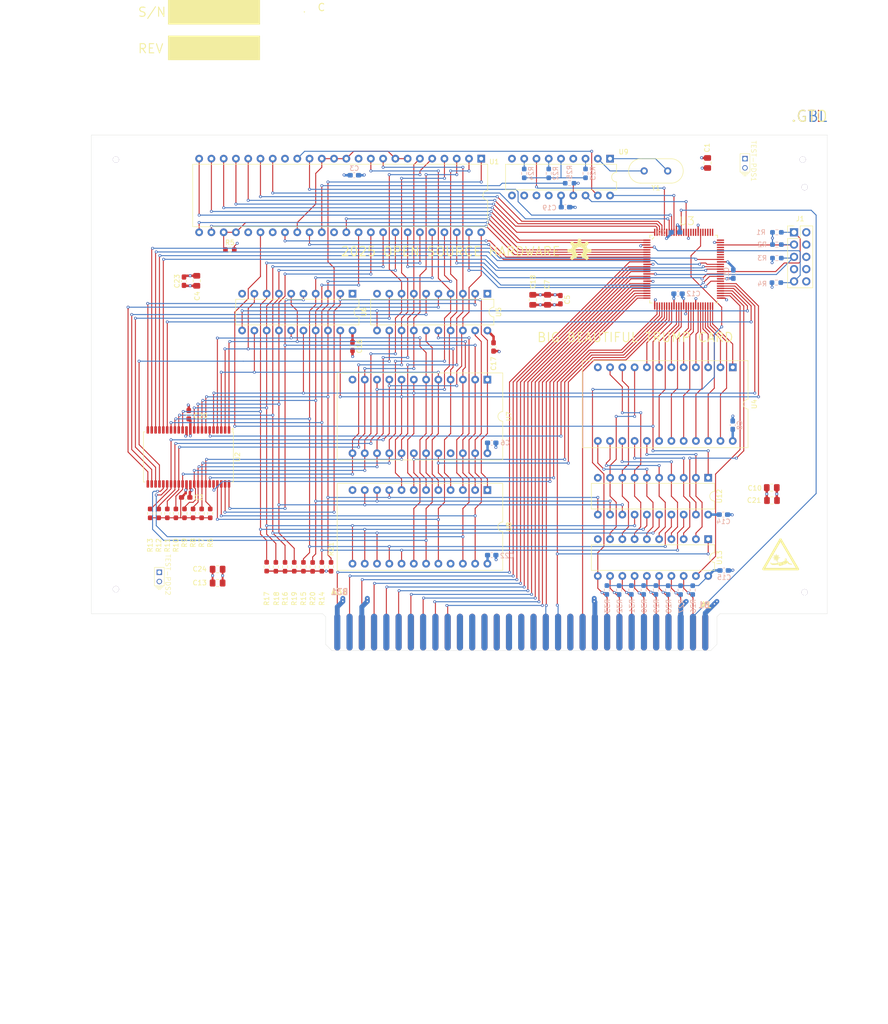
<source format=kicad_pcb>
(kicad_pcb (version 20240108) (generator "pcbnew") (generator_version "8.0")
  (layers (0 "F.Cu" signal "TopLayer") (1 "In1.Cu" signal "MidLayer1") (2 "In2.Cu" signal "MidLayer2") (31 "B.Cu" signal "BottomLayer") (34 "B.Paste" user "BottomPaste") (35 "F.Paste" user "TopPaste") (36 "B.SilkS" user "BottomOverlay") (37 "F.SilkS" user "TopOverlay") (38 "B.Mask" user "BottomSolder") (39 "F.Mask" user "TopSolder") (44 "Edge.Cuts" user))
  (net 0 "")
  (net 1 "+5V")
  (net 2 "/LA1")
  (net 3 "/{slash}MRD")
  (net 4 "/LA3")
  (net 5 "/AD9")
  (net 6 "/LA9")
  (net 7 "/LA4")
  (net 8 "/AD11")
  (net 9 "/LA7")
  (net 10 "/AD14")
  (net 11 "/LA8")
  (net 12 "/LA6")
  (net 13 "/{slash}CS_2716")
  (net 14 "/AD10")
  (net 15 "/LA0")
  (net 16 "/AD12")
  (net 17 "/AD13")
  (net 18 "/LA10")
  (net 19 "/AD8")
  (net 20 "/AD15")
  (net 21 "/LA5")
  (net 22 "/LA2")
  (net 23 "/ST0")
  (net 24 "/BD3")
  (net 25 "/{slash}BHE")
  (net 26 "/PCA9")
  (net 27 "/{slash}IOW")
  (net 28 "Net-(U1A-NC)")
  (net 29 "/BD0")
  (net 30 "/{slash}AS")
  (net 31 "/PCA5")
  (net 32 "/ST1")
  (net 33 "/ST3")
  (net 35 "/PCA1")
  (net 36 "/PCA4")
  (net 37 "/{slash}Z")
  (net 40 "/AS")
  (net 41 "/{slash}MWR")
  (net 42 "/{slash}BLE")
  (net 43 "/LS2")
  (net 44 "/OSC")
  (net 45 "/{slash}RESET")
  (net 46 "/BA10")
  (net 47 "/{slash}DS")
  (net 48 "/BD6")
  (net 49 "/{slash}AEN")
  (net 50 "/PCA7")
  (net 51 "/BnW")
  (net 52 "/ST2")
  (net 53 "/BD1")
  (net 54 "/PCA3")
  (net 55 "/{slash}IOR")
  (net 56 "/{slash}CS_RAM")
  (net 57 "/BD5")
  (net 58 "/PCA0")
  (net 59 "/BA3")
  (net 60 "/LS0")
  (net 61 "/BA7")
  (net 62 "/BA5")
  (net 63 "/{slash}WE")
  (net 64 "/{slash}OE_6116")
  (net 65 "/PCA6")
  (net 66 "/RAMnPROM")
  (net 67 "/BA0")
  (net 68 "/PCA8")
  (net 69 "/PCA2")
  (net 70 "/LS3")
  (net 71 "/{slash}MREQ")
  (net 72 "/LS1")
  (net 73 "/BA8")
  (net 74 "/BD2")
  (net 75 "/RnW")
  (net 76 "/{slash}NMI")
  (net 77 "/BD7")
  (net 78 "/{slash}HOLD")
  (net 79 "/BA1")
  (net 80 "/{slash}PC")
  (net 81 "/BA2")
  (net 82 "/BD4")
  (net 83 "/AD5")
  (net 84 "/AD6")
  (net 85 "/AD3")
  (net 86 "/AD7")
  (net 87 "/AD4")
  (net 88 "/AD1")
  (net 89 "/AD2")
  (net 90 "/AD0")
  (net 91 "/TMS")
  (net 92 "/TDI")
  (net 95 "/TCK")
  (net 96 "/TDO")
  (net 98 "Net-(U9B-{slash}ADDR1)")
  (net 99 "Net-(U9B-{slash}STRH)")
  (net 100 "Net-(U9B-{slash}STRT)")
  (net 101 "Net-(U9B-ZCLK)")
  (net 102 "/CLK")
  (net 103 "/PCD7")
  (net 104 "/PCD6")
  (net 105 "/PCD5")
  (net 106 "/PCD4")
  (net 107 "/PCD3")
  (net 108 "/PCD2")
  (net 109 "/PCD1")
  (net 110 "/PCD0")
  (net 111 "/LA15")
  (net 112 "/LA11")
  (net 113 "/LA12")
  (net 114 "/LA13")
  (net 115 "/LA14")
  (net 116 "/SN5")
  (net 117 "/SN4")
  (net 118 "/BA6")
  (net 119 "/SN1")
  (net 120 "/SN3")
  (net 121 "/SN6")
  (net 122 "/SN0")
  (net 123 "/SN2")
  (net 124 "/BA4")
  (net 125 "/{slash}RSTO")
  (net 128 "Net-(U9B-XTL1A)")
  (net 129 "/RESET_DRV")
  (net 132 "Net-(U9B-XTL1B)")
  (net 169 "/BA9")
  (net 170 "/{slash}ADDR2")
  (net 173 "GND")
  (footprint "Package_DIP:DIP-20_W7.62mm" (layer "F.Cu") (at 236.7411 103.7336 -90)
    (property "Reference" "U5")
    (property "Value" "74LS373")
  )
  (footprint "Capacitor_SMD:C_0603_1608Metric_Pad1.08x0.95mm_HandSolder" (layer "F.Cu") (at 174.8921 128.7791 90)
    (property "Reference" "C20")
    (property "Value" "100nF")
  )
  (footprint "divers:TEST_PDS" (layer "F.Cu") (at 290.0811 75.7936 -90)
    (property "Reference" "TEST-PDS1")
    (property "Value" "Conn_01x02" (hide yes))
  )
  (footprint "Capacitor_SMD:C_0805_2012Metric_Pad1.18x1.45mm_HandSolder" (layer "F.Cu") (at 180.8611 160.7566)
    (property "Reference" "C24")
    (property "Value" "10µF")
  )
  (footprint "Resistor_SMD:R_0603_1608Metric_Pad0.98x0.95mm_HandSolder" (layer "F.Cu") (at 191.0211 160.2251 90)
    (property "Reference" "R17")
    (property "Value" "10k")
  )
  (footprint "Package_DIP:DIP-24_18.0mmx34.29mm_W15.24mm" (layer "F.Cu") (at 236.7411 121.5136 -90)
    (property "Reference" "U7")
    (property "Value" "2716")
  )
  (footprint "Resistor_SMD:R_0603_1608Metric_Pad0.98x0.95mm_HandSolder" (layer "F.Cu") (at 192.9261 160.2486 90)
    (property "Reference" "R18")
    (property "Value" "10k")
  )
  (footprint "Package_DIP:DIP-24_18.0mmx34.29mm_W15.24mm" (layer "F.Cu") (at 287.5411 118.9736 -90)
    (property "Reference" "U4")
    (property "Value" "6116")
  )
  (footprint "Capacitor_SMD:C_0805_2012Metric_Pad1.18x1.45mm_HandSolder" (layer "F.Cu") (at 176.5431 101.0666 90)
    (property "Reference" "C4")
    (property "Value" "1µF")
  )
  (footprint "Web:QFP50P1600X1600X120-100N" (layer "F.Cu") (at 277.3811 98.6536)
    (property "Reference" "U3")
    (property "Value" "EPM7128STC100-15")
  )
  (footprint "Capacitor_SMD:C_0805_2012Metric_Pad1.18x1.45mm_HandSolder" (layer "F.Cu") (at 249.1871 105.0036 -90)
    (property "Reference" "C7")
    (property "Value" "1µF")
  )
  (footprint "Resistor_SMD:R_0603_1608Metric_Pad0.98x0.95mm_HandSolder" (layer "F.Cu") (at 177.5591 149.1996 90)
    (property "Reference" "R7")
    (property "Value" "10k")
  )
  (footprint "physnoct:PHYSNOCT" (layer "F.Cu") (at 293.6224 161.0634)
    (property "Reference" "U11" (hide yes))
    (property "Value" "PHYSNOCT_PHYSNOCT" (hide yes))
  )
  (footprint "Resistor_SMD:R_0603_1608Metric_Pad0.98x0.95mm_HandSolder" (layer "F.Cu") (at 172.2251 149.1996 90)
    (property "Reference" "R10")
    (property "Value" "10k")
  )
  (footprint "Capacitor_SMD:C_0805_2012Metric_Pad1.18x1.45mm_HandSolder" (layer "F.Cu") (at 246.1391 105.0036 -90)
    (property "Reference" "C18")
    (property "Value" "10µF")
  )
  (footprint "Resistor_SMD:R_0603_1608Metric_Pad0.98x0.95mm_HandSolder" (layer "F.Cu") (at 204.3561 160.2486 90)
    (property "Reference" "R21")
    (property "Value" "10k")
  )
  (footprint "Resistor_SMD:R_0603_1608Metric_Pad0.98x0.95mm_HandSolder" (layer "F.Cu") (at 170.4471 149.1996 90)
    (property "Reference" "R11")
    (property "Value" "10k")
  )
  (footprint "Capacitor_SMD:C_0805_2012Metric_Pad1.18x1.45mm_HandSolder" (layer "F.Cu") (at 295.6691 146.5326)
    (property "Reference" "C21")
    (property "Value" "10µF")
  )
  (footprint "Package_DIP:DIP-18_W7.62mm" (layer "F.Cu") (at 262.1411 75.7936 -90)
    (property "Reference" "U9")
    (property "Value" "Z8581")
  )
  (footprint "Capacitor_SMD:C_0603_1608Metric_Pad1.08x0.95mm_HandSolder" (layer "F.Cu") (at 174.2571 145.8976)
    (property "Reference" "C2")
    (property "Value" "100nF")
  )
  (footprint "Crystal:Crystal_HC49-U_Vertical" (layer "F.Cu") (at 274.0791 78.3336 180)
    (property "Reference" "Y1")
    (property "Value" "12 MHz")
  )
  (footprint "divers:TEST_PDS" (layer "F.Cu") (at 168.7961 161.3916 -90)
    (property "Reference" "TEST-PDS2")
    (property "Value" "Conn_01x02" (hide yes))
  )
  (footprint "Package_DIP:DIP-24_18.0mmx34.29mm_W15.24mm" (layer "F.Cu") (at 236.7411 144.3736 -90)
    (property "Reference" "U8")
    (property "Value" "2716")
  )
  (footprint "Capacitor_SMD:C_0603_1608Metric_Pad1.08x0.95mm_HandSolder" (layer "F.Cu") (at 251.8541 104.9771 -90)
    (property "Reference" "C5")
    (property "Value" "100nF")
  )
  (footprint "Resistor_SMD:R_0603_1608Metric_Pad0.98x0.95mm_HandSolder" (layer "F.Cu") (at 196.7361 160.2486 90)
    (property "Reference" "R19")
    (property "Value" "10k")
  )
  (footprint "Capacitor_SMD:C_0805_2012Metric_Pad1.18x1.45mm_HandSolder" (layer "F.Cu") (at 295.6261 143.8656)
    (property "Reference" "C10")
    (property "Value" "1µF")
  )
  (footprint "Resistor_SMD:R_0603_1608Metric_Pad0.98x0.95mm_HandSolder" (layer "F.Cu") (at 179.3371 149.1996 90)
    (property "Reference" "R6")
    (property "Value" "10k")
  )
  (footprint "Capacitor_SMD:C_0603_1608Metric_Pad1.08x0.95mm_HandSolder" (layer "F.Cu") (at 238.0111 114.7561 -90)
    (property "Reference" "C17")
    (property "Value" "100nF")
  )
  (footprint "Capacitor_SMD:C_0603_1608Metric_Pad1.08x0.95mm_HandSolder" (layer "F.Cu") (at 208.8011 114.6291 -90)
    (property "Reference" "C16")
    (property "Value" "100nF")
  )
  (footprint "Resistor_SMD:R_0603_1608Metric_Pad0.98x0.95mm_HandSolder" (layer "F.Cu") (at 174.0031 149.1996 90)
    (property "Reference" "R9")
    (property "Value" "10k")
  )
  (footprint "Aesthetics:OSHW-LOGO-M" (layer "F.Cu") (at 255.7911 94.8436)
    (property "Reference" "LOGO1" (hide yes))
    (property "Value" "OSHW-LOGOM" (hide yes))
  )
  (footprint "Resistor_SMD:R_0603_1608Metric_Pad0.98x0.95mm_HandSolder" (layer "F.Cu") (at 175.7811 149.1996 90)
    (property "Reference" "R8")
    (property "Value" "10k")
  )
  (footprint "Capacitor_SMD:C_0805_2012Metric_Pad1.18x1.45mm_HandSolder" (layer "F.Cu") (at 282.3341 76.6826 -90)
    (property "Reference" "C1")
    (property "Value" "1µF")
  )
  (footprint "Package_DIP:DIP-48_W15.24mm" (layer "F.Cu") (at 235.4611 75.7886 -90)
    (property "Reference" "U1")
    (property "Value" "Z8001P")
  )
  (footprint "Resistor_SMD:R_0603_1608Metric_Pad0.98x0.95mm_HandSolder" (layer "F.Cu") (at 194.8311 160.2486 90)
    (property "Reference" "R16")
    (property "Value" "10k")
  )
  (footprint "Resistor_SMD:R_0603_1608Metric_Pad0.98x0.95mm_HandSolder" (layer "F.Cu") (at 200.5461 160.2721 90)
    (property "Reference" "R20")
    (property "Value" "10k")
  )
  (footprint "Capacitor_SMD:C_0805_2012Metric_Pad1.18x1.45mm_HandSolder" (layer "F.Cu") (at 180.8611 163.6078)
    (property "Reference" "C13")
    (property "Value" "1µF")
  )
  (footprint "Connector_PinHeader_2.54mm:PinHeader_2x05_P2.54mm_Vertical" (layer "F.Cu") (at 300.2411 91.0336)
    (property "Reference" "J1")
    (property "Value" "JTAG PROG")
  )
  (footprint "Package_SO:TSOP-II-44_10.16x18.41mm_P0.8mm" (layer "F.Cu") (at 174.8231 137.5151 -90)
    (property "Reference" "U2")
    (property "Value" "CY62157ELL-45ZSXI")
  )
  (footprint "Capacitor_SMD:C_0603_1608Metric_Pad1.08x0.95mm_HandSolder" (layer "F.Cu") (at 173.9011 101.1503 90)
    (property "Reference" "C23")
    (property "Value" "100nF")
  )
  (footprint "Package_DIP:DIP-20_W7.62mm" (layer "F.Cu") (at 282.4611 154.5336 -90)
    (property "Reference" "U13")
    (property "Value" "74LS245")
  )
  (footprint "pcb:PC-XT-Short-6in" (layer "F.Cu") (at 307.1241 169.9578)
    (property "Reference" "P1" (hide yes))
    (property "Value" "Bus_ISA_8bit" (hide yes))
    (fp_line (start -152.4 -99.06) (end -152.4 0) (stroke (width 0.05)) (layer "Edge.Cuts"))
    (fp_line (start -152.4 0) (end -104.521 0) (stroke (width 0.05)) (layer "Edge.Cuts"))
    (fp_line (start -104.521 0) (end -103.886 0.635) (stroke (width 0.05)) (layer "Edge.Cuts"))
    (fp_line (start -103.886 0.635) (end -103.886 6.35) (stroke (width 0.05)) (layer "Edge.Cuts"))
    (fp_line (start -103.886 6.35) (end -102.616 7.62) (stroke (width 0.05)) (layer "Edge.Cuts"))
    (fp_line (start -102.616 7.62) (end -24.13 7.62) (stroke (width 0.05)) (layer "Edge.Cuts"))
    (fp_line (start -24.13 7.62) (end -22.86 6.35) (stroke (width 0.05)) (layer "Edge.Cuts"))
    (fp_line (start -22.86 0.635) (end -22.225 0) (stroke (width 0.05)) (layer "Edge.Cuts"))
    (fp_line (start -22.86 6.35) (end -22.86 0.635) (stroke (width 0.05)) (layer "Edge.Cuts"))
    (fp_line (start -22.225 0) (end 0 0) (stroke (width 0.05)) (layer "Edge.Cuts"))
    (fp_line (start 0 -99.06) (end -152.4 -99.06) (stroke (width 0.05)) (layer "Edge.Cuts"))
    (fp_line (start 0 0) (end 0 -99.06) (stroke (width 0.05)) (layer "Edge.Cuts"))
  )
  (footprint "Resistor_SMD:R_0603_1608Metric_Pad0.98x0.95mm_HandSolder" (layer "F.Cu") (at 183.4011 94.5896)
    (property "Reference" "R5")
    (property "Value" "10k")
  )
  (footprint "Package_DIP:DIP-20_W7.62mm" (layer "F.Cu") (at 282.4611 141.8336 -90)
    (property "Reference" "U12")
    (property "Value" "74LS245")
  )
  (footprint "Package_DIP:DIP-20_W7.62mm" (layer "F.Cu") (at 208.8011 103.7336 -90)
    (property "Reference" "U6")
    (property "Value" "74LS373")
  )
  (footprint "Resistor_SMD:R_0603_1608Metric_Pad0.98x0.95mm_HandSolder" (layer "F.Cu") (at 198.6411 160.2486 90)
    (property "Reference" "R15")
    (property "Value" "10k")
  )
  (footprint "Resistor_SMD:R_0603_1608Metric_Pad0.98x0.95mm_HandSolder" (layer "F.Cu") (at 166.8911 149.1996 90)
    (property "Reference" "R13")
    (property "Value" "10k")
  )
  (footprint "Resistor_SMD:R_0603_1608Metric_Pad0.98x0.95mm_HandSolder" (layer "F.Cu") (at 202.4511 160.2486 90)
    (property "Reference" "R14")
    (property "Value" "10k")
  )
  (footprint "Resistor_SMD:R_0603_1608Metric_Pad0.98x0.95mm_HandSolder" (layer "F.Cu") (at 168.6691 149.1996 90)
    (property "Reference" "R12")
    (property "Value" "10k")
  )
  (footprint "Resistor_SMD:R_0603_1608Metric_Pad0.98x0.95mm_HandSolder" (layer "B.Cu") (at 266.5561 165.0511 90)
    (property "Reference" "R31")
    (property "Value" "10k")
  )
  (footprint "Resistor_SMD:R_0603_1608Metric_Pad0.98x0.95mm_HandSolder" (layer "B.Cu") (at 271.6361 165.0511 90)
    (property "Reference" "R29")
    (property "Value" "10k")
  )
  (footprint "Resistor_SMD:R_0603_1608Metric_Pad0.98x0.95mm_HandSolder" (layer "B.Cu") (at 296.6851 91.0336)
    (property "Reference" "R1")
    (property "Value" "10k")
  )
  (footprint "Capacitor_SMD:C_0603_1608Metric_Pad1.08x0.95mm_HandSolder" (layer "B.Cu") (at 276.2116 103.7336)
    (property "Reference" "C12")
    (property "Value" "100nF")
  )
  (footprint "Resistor_SMD:R_0603_1608Metric_Pad0.98x0.95mm_HandSolder" (layer "B.Cu") (at 276.7461 165.0746 90)
    (property "Reference" "R27")
    (property "Value" "10k")
  )
  (footprint "Resistor_SMD:R_0603_1608Metric_Pad0.98x0.95mm_HandSolder" (layer "B.Cu") (at 296.6851 93.5736)
    (property "Reference" "R2")
    (property "Value" "10k")
  )
  (footprint "Capacitor_SMD:C_0603_1608Metric_Pad1.08x0.95mm_HandSolder" (layer "B.Cu") (at 275.7036 91.0336 180)
    (property "Reference" "C9")
    (property "Value" "100nF")
  )
  (footprint "Capacitor_SMD:C_0603_1608Metric_Pad1.08x0.95mm_HandSolder" (layer "B.Cu") (at 285.6096 149.4536)
    (property "Reference" "C14")
    (property "Value" "100nF")
  )
  (footprint "Resistor_SMD:R_0603_1608Metric_Pad0.98x0.95mm_HandSolder" (layer "B.Cu") (at 261.4761 165.0511 90)
    (property "Reference" "R33")
    (property "Value" "10k")
  )
  (footprint "Capacitor_SMD:C_0603_1608Metric_Pad1.08x0.95mm_HandSolder" (layer "B.Cu") (at 209.1821 79.2226 180)
    (property "Reference" "C3")
    (property "Value" "100nF")
  )
  (footprint "Capacitor_SMD:C_0603_1608Metric_Pad1.08x0.95mm_HandSolder" (layer "B.Cu") (at 237.6301 157.8356)
    (property "Reference" "C22")
    (property "Value" "100nF")
  )
  (footprint "Resistor_SMD:R_0603_1608Metric_Pad0.98x0.95mm_HandSolder" (layer "B.Cu") (at 279.2561 165.0746 90)
    (property "Reference" "R26")
    (property "Value" "10k")
  )
  (footprint "Resistor_SMD:R_0603_1608Metric_Pad0.98x0.95mm_HandSolder" (layer "B.Cu") (at 244.3611 78.8416 90)
    (property "Reference" "R24")
    (property "Value" "10k")
  )
  (footprint "Resistor_SMD:R_0603_1608Metric_Pad0.98x0.95mm_HandSolder" (layer "B.Cu") (at 249.4411 78.8416 90)
    (property "Reference" "R22")
    (property "Value" "10k")
  )
  (footprint "Resistor_SMD:R_0603_1608Metric_Pad0.98x0.95mm_HandSolder" (layer "B.Cu") (at 296.5816 101.4476)
    (property "Reference" "R4")
    (property "Value" "10k")
  )
  (footprint "Capacitor_SMD:C_0603_1608Metric_Pad1.08x0.95mm_HandSolder" (layer "B.Cu") (at 237.6301 134.5946)
    (property "Reference" "C6")
    (property "Value" "100nF")
  )
  (footprint "Capacitor_SMD:C_0603_1608Metric_Pad1.08x0.95mm_HandSolder" (layer "B.Cu") (at 287.5411 130.9381 90)
    (property "Reference" "C8")
    (property "Value" "100nF")
  )
  (footprint "Resistor_SMD:R_0603_1608Metric_Pad0.98x0.95mm_HandSolder" (layer "B.Cu") (at 253.7591 80.8736 180)
    (property "Reference" "R25")
    (property "Value" "22")
  )
  (footprint "Resistor_SMD:R_0603_1608Metric_Pad0.98x0.95mm_HandSolder" (layer "B.Cu") (at 269.0961 165.0511 90)
    (property "Reference" "R30")
    (property "Value" "10k")
  )
  (footprint "Resistor_SMD:R_0603_1608Metric_Pad0.98x0.95mm_HandSolder" (layer "B.Cu") (at 264.0161 165.0746 90)
    (property "Reference" "R32")
    (property "Value" "10k")
  )
  (footprint "Capacitor_SMD:C_0603_1608Metric_Pad1.08x0.95mm_HandSolder" (layer "B.Cu") (at 252.8966 85.8266 180)
    (property "Reference" "C19")
    (property "Value" "100nF")
  )
  (footprint "Resistor_SMD:R_0603_1608Metric_Pad0.98x0.95mm_HandSolder" (layer "B.Cu") (at 257.0611 78.8416 90)
    (property "Reference" "R23")
    (property "Value" "10k")
  )
  (footprint "Capacitor_SMD:C_0603_1608Metric_Pad1.08x0.95mm_HandSolder" (layer "B.Cu") (at 287.6681 99.6961 -90)
    (property "Reference" "C11")
    (property "Value" "100nF")
  )
  (footprint "Capacitor_SMD:C_0603_1608Metric_Pad1.08x0.95mm_HandSolder" (layer "B.Cu") (at 285.7631 161.0106)
    (property "Reference" "C15")
    (property "Value" "100nF")
  )
  (footprint "Resistor_SMD:R_0603_1608Metric_Pad0.98x0.95mm_HandSolder" (layer "B.Cu") (at 274.1761 165.0746 90)
    (property "Reference" "R28")
    (property "Value" "10k")
  )
  (footprint "Resistor_SMD:R_0603_1608Metric_Pad0.98x0.95mm_HandSolder" (layer "B.Cu") (at 296.6851 96.3676)
    (property "Reference" "R3")
    (property "Value" "10k")
  )
  (segment (start 269.7611 101.1428) (end 270.9803 101.1428) (width 0.254) (layer "F.Cu") (net 1))
  (segment (start 175.1711 102.1041) (end 173.9924 102.1041) (width 0.508) (layer "F.Cu") (net 1))
  (segment (start 268.6689 93.6498) (end 268.4911 93.8276) (width 0.254) (layer "F.Cu") (net 1))
  (segment (start 176.5431 102.1041) (end 175.1711 102.1041) (width 0.508) (layer "F.Cu") (net 1))
  (segment (start 238.0111 112.6236) (end 236.7411 111.3536) (width 0.508) (layer "F.Cu") (net 1))
  (segment (start 251.7056 103.9661) (end 251.8541 104.1146) (width 0.508) (layer "F.Cu") (net 1))
  (segment (start 269.7611 93.6498) (end 268.6689 93.6498) (width 0.254) (layer "F.Cu") (net 1))
  (segment (start 282.3341 75.6451) (end 281.1374 75.6451) (width 0.508) (layer "F.Cu") (net 1))
  (segment (start 285.0011 97.155) (end 286.4997 97.155) (width 0.254) (layer "F.Cu") (net 1))
  (segment (start 208.8011 113.7666) (end 208.8011 111.3536) (width 0.508) (layer "F.Cu") (net 1))
  (segment (start 275.3745 106.2736) (end 275.3745 104.775) (width 0.254) (layer "F.Cu") (net 1))
  (segment (start 174.4231 143.1026) (end 174.4231 144.2076) (width 0.508) (layer "F.Cu") (net 1))
  (segment (start 277.8891 107.7722) (end 277.7717 107.8896) (width 0.254) (layer "F.Cu") (net 1))
  (segment (start 173.3946 145.8976) (end 173.2281 146.0641) (width 0.254) (layer "F.Cu") (net 1))
  (segment (start 173.2151 150.1121) (end 173.2281 150.0991) (width 0.2) (layer "F.Cu") (net 1))
  (segment (start 175.2231 131.9276) (end 175.2231 129.9726) (width 0.508) (layer "F.Cu") (net 1))
  (segment (start 175.2231 129.9726) (end 174.8921 129.6416) (width 0.508) (layer "F.Cu") (net 1))
  (segment (start 286.5251 97.1296) (end 286.4997 97.155) (width 0.2) (layer "F.Cu") (net 1))
  (segment (start 238.0111 113.8936) (end 238.0111 112.6236) (width 0.508) (layer "F.Cu") (net 1))
  (segment (start 173.2281 149.9616) (end 173.2281 150.0991) (width 0.2) (layer "F.Cu") (net 1))
  (segment (start 179.3371 150.1121) (end 173.2411 150.1121) (width 0.2) (layer "F.Cu") (net 1))
  (segment (start 294.5886 146.4896) (end 294.6316 146.5326) (width 0.508) (layer "F.Cu") (net 1))
  (segment (start 173.3946 145.8976) (end 174.2571 145.0351) (width 0.508) (layer "F.Cu") (net 1))
  (segment (start 179.8236 162.0838) (end 179.8236 163.6078) (width 0.381) (layer "F.Cu") (net 1))
  (segment (start 247.6881 103.9661) (end 249.1871 103.9661) (width 0.508) (layer "F.Cu") (net 1))
  (segment (start 184.3136 93.9311) (end 184.3136 94.5896) (width 0.2) (layer "F.Cu") (net 1))
  (segment (start 285.9155 104.648) (end 286.2711 105.0036) (width 0.254) (layer "F.Cu") (net 1))
  (segment (start 249.1871 103.9661) (end 250.7361 103.9661) (width 0.508) (layer "F.Cu") (net 1))
  (segment (start 275.8825 91.0336) (end 275.8825 89.7382) (width 0.254) (layer "F.Cu") (net 1))
  (segment (start 275.8825 89.7382) (end 276.1111 89.5096) (width 0.254) (layer "F.Cu") (net 1))
  (segment (start 246.1391 103.9661) (end 247.6881 103.9661) (width 0.508) (layer "F.Cu") (net 1))
  (segment (start 285.0011 104.648) (end 285.9155 104.648) (width 0.254) (layer "F.Cu") (net 1))
  (segment (start 275.3745 104.775) (end 275.3491 104.7496) (width 0.254) (layer "F.Cu") (net 1))
  (segment (start 250.7361 103.9661) (end 251.7056 103.9661) (width 0.508) (layer "F.Cu") (net 1))
  (segment (start 191.0211 161.1376) (end 203.4921 161.1376) (width 0.254) (layer "F.Cu") (net 1))
  (segment (start 173.2281 150.0991) (end 173.2411 150.1121) (width 0.2) (layer "F.Cu") (net 1))
  (segment (start 179.8236 160.7566) (end 179.8236 162.0838) (width 0.381) (layer "F.Cu") (net 1))
  (segment (start 294.5886 145.1928) (end 294.5886 146.4896) (width 0.508) (layer "F.Cu") (net 1))
  (segment (start 203.4921 161.1376) (end 204.3326 161.1376) (width 0.254) (layer "F.Cu") (net 1))
  (segment (start 281.1374 75.6451) (end 281.0891 75.5968) (width 0.508) (layer "F.Cu") (net 1))
  (segment (start 280.3783 91.0336) (end 280.3783 89.5604) (width 0.254) (layer "F.Cu") (net 1))
  (segment (start 270.9803 101.1428) (end 271.0311 101.1936) (width 0.254) (layer "F.Cu") (net 1))
  (segment (start 175.2231 131.9276) (end 175.2231 133.1476) (width 0.508) (layer "F.Cu") (net 1))
  (segment (start 184.9251 93.3196) (end 184.3136 93.9311) (width 0.2) (layer "F.Cu") (net 1))
  (segment (start 173.2281 146.0641) (end 173.2281 149.9616) (width 0.2) (layer "F.Cu") (net 1))
  (segment (start 174.2571 145.0351) (end 174.2571 144.3736) (width 0.508) (layer "F.Cu") (net 1))
  (segment (start 166.8911 150.1121) (end 173.2151 150.1121) (width 0.2) (layer "F.Cu") (net 1))
  (segment (start 277.8891 106.2736) (end 277.8891 107.7722) (width 0.254) (layer "F.Cu") (net 1))
  (segment (start 174.4231 144.2076) (end 174.2571 144.3736) (width 0.508) (layer "F.Cu") (net 1))
  (segment (start 294.5886 143.8656) (end 294.5886 145.1928) (width 0.508) (layer "F.Cu") (net 1))
  (segment (start 204.3326 161.1376) (end 204.3561 161.1611) (width 0.254) (layer "F.Cu") (net 1))
  (segment (start 173.9924 102.1041) (end 173.9011 102.0128) (width 0.508) (layer "F.Cu") (net 1))
  (via (at 277.7717 107.8896) (size 0.6) (drill 0.3) (layers "F.Cu" "B.Cu") (net 1))
  (via (at 268.4911 93.8276) (size 0.6) (drill 0.3) (layers "F.Cu" "B.Cu") (net 1))
  (via (at 295.6941 97.3138) (size 0.6) (drill 0.3) (layers "F.Cu" "B.Cu") (net 1))
  (via (at 275.3491 104.7496) (size 0.6) (drill 0.3) (layers "F.Cu" "B.Cu") (net 1))
  (via (at 277.4061 167.9258) (size 0.6) (drill 0.3) (layers "F.Cu" "B.Cu") (net 1))
  (via (at 211.8741 166.7828) (size 0.6) (drill 0.3) (layers "F.Cu" "B.Cu") (net 1))
  (via (at 281.0891 75.5968) (size 0.6) (drill 0.3) (layers "F.Cu" "B.Cu") (net 1))
  (via (at 295.6941 102.3938) (size 0.6) (drill 0.3) (layers "F.Cu" "B.Cu") (net 1))
  (via (at 280.3783 89.5604) (size 0.6) (drill 0.3) (layers "F.Cu" "B.Cu") (net 1))
  (via (at 294.5886 145.1928) (size 0.6) (drill 0.3) (layers "F.Cu" "B.Cu") (net 1))
  (via (at 203.3651 161.1376) (size 0.6) (drill 0.3) (layers "F.Cu" "B.Cu") (net 1))
  (via (at 174.2571 144.3736) (size 0.6) (drill 0.3) (layers "F.Cu" "B.Cu") (net 1))
  (via (at 175.2231 133.1476) (size 0.6) (drill 0.3) (layers "F.Cu" "B.Cu") (net 1))
  (via (at 175.1711 102.1041) (size 0.6) (drill 0.3) (layers "F.Cu" "B.Cu") (net 1))
  (via (at 271.0311 101.1936) (size 0.6) (drill 0.3) (layers "F.Cu" "B.Cu") (net 1))
  (via (at 179.8236 162.0838) (size 0.6) (drill 0.3) (layers "F.Cu" "B.Cu") (net 1))
  (via (at 286.4997 97.155) (size 0.6) (drill 0.3) (layers "F.Cu" "B.Cu") (net 1))
  (via (at 295.7726 92.2338) (size 0.6) (drill 0.3) (layers "F.Cu" "B.Cu") (net 1))
  (via (at 286.2711 105.0036) (size 0.6) (drill 0.3) (layers "F.Cu" "B.Cu") (net 1))
  (via (at 184.9251 93.3196) (size 0.6) (drill 0.3) (layers "F.Cu" "B.Cu") (net 1))
  (via (at 277.9141 167.4178) (size 0.6) (drill 0.3) (layers "F.Cu" "B.Cu") (net 1))
  (via (at 211.8741 167.4178) (size 0.6) (drill 0.3) (layers "F.Cu" "B.Cu") (net 1))
  (via (at 211.2391 79.1528) (size 0.6) (drill 0.3) (layers "F.Cu" "B.Cu") (net 1))
  (via (at 250.7361 103.9661) (size 0.6) (drill 0.3) (layers "F.Cu" "B.Cu") (net 1))
  (via (at 254.9271 85.8838) (size 0.6) (drill 0.3) (layers "F.Cu" "B.Cu") (net 1))
  (via (at 247.6881 103.9661) (size 0.6) (drill 0.3) (layers "F.Cu" "B.Cu") (net 1))
  (via (at 276.1111 89.5096) (size 0.6) (drill 0.3) (layers "F.Cu" "B.Cu") (net 1))
  (segment (start 210.7311 173.7678) (end 210.7311 168.5608) (width 1.016) (layer "B.Cu") (net 1))
  (segment (start 211.1693 79.2226) (end 211.2391 79.1528) (width 0.508) (layer "B.Cu") (net 1))
  (segment (start 257.0611 79.7541) (end 254.6731 79.7541) (width 0.2) (layer "B.Cu") (net 1))
  (segment (start 254.6731 79.7541) (end 251.9811 79.7541) (width 0.2) (layer "B.Cu") (net 1))
  (segment (start 280.4761 164.1386) (end 282.4611 162.1536) (width 0.2) (layer "B.Cu") (net 1))
  (segment (start 284.9006 161.0106) (end 283.6041 161.0106) (width 0.508) (layer "B.Cu") (net 1))
  (segment (start 276.5661 91.0336) (end 276.5661 89.9646) (width 0.508) (layer "B.Cu") (net 1))
  (segment (start 295.7726 96.3676) (end 295.7726 97.2353) (width 0.254) (layer "B.Cu") (net 1))
  (segment (start 295.6691 102.3688) (end 295.6941 102.3938) (width 0.254) (layer "B.Cu") (net 1))
  (segment (start 295.7726 92.2338) (end 295.7726 91.0336) (width 0.254) (layer "B.Cu") (net 1))
  (segment (start 287.5411 131.8006) (end 287.5411 134.2136) (width 0.508) (layer "B.Cu") (net 1))
  (segment (start 287.6681 98.3234) (end 286.4997 97.155) (width 0.508) (layer "B.Cu") (net 1))
  (segment (start 284.7471 149.4536) (end 282.4611 149.4536) (width 0.508) (layer "B.Cu") (net 1))
  (segment (start 254.8699 85.8266) (end 254.9271 85.8838) (width 0.508) (layer "B.Cu") (net 1))
  (segment (start 210.7311 168.5608) (end 211.8741 167.4178) (width 1.016) (layer "B.Cu") (net 1))
  (segment (start 251.9811 75.7936) (end 251.9811 79.7541) (width 0.2) (layer "B.Cu") (net 1))
  (segment (start 236.7676 136.7271) (end 236.7411 136.7536) (width 0.508) (layer "B.Cu") (net 1))
  (segment (start 253.7591 85.8266) (end 254.8699 85.8266) (width 0.508) (layer "B.Cu") (net 1))
  (segment (start 277.4061 167.9258) (end 277.9141 167.4178) (width 1.016) (layer "B.Cu") (net 1))
  (segment (start 211.8741 167.4178) (end 211.8741 166.7828) (width 1.016) (layer "B.Cu") (net 1))
  (segment (start 261.4761 164.1386) (end 280.4761 164.1386) (width 0.2) (layer "B.Cu") (net 1))
  (segment (start 210.0446 79.2226) (end 211.1693 79.2226) (width 0.508) (layer "B.Cu") (net 1))
  (segment (start 276.5661 89.9646) (end 276.1111 89.5096) (width 0.508) (layer "B.Cu") (net 1))
  (segment (start 276.7711 168.5608) (end 277.4061 167.9258) (width 1.016) (layer "B.Cu") (net 1))
  (segment (start 295.7726 97.2353) (end 295.6941 97.3138) (width 0.254) (layer "B.Cu") (net 1))
  (segment (start 275.3491 103.7336) (end 275.3491 104.7496) (width 0.508) (layer "B.Cu") (net 1))
  (segment (start 295.6691 101.4476) (end 295.6691 102.3688) (width 0.254) (layer "B.Cu") (net 1))
  (segment (start 276.7711 173.7678) (end 276.7711 168.5608) (width 1.016) (layer "B.Cu") (net 1))
  (segment (start 283.6041 161.0106) (end 282.4611 162.1536) (width 0.508) (layer "B.Cu") (net 1))
  (segment (start 287.6681 98.8336) (end 287.6681 98.3234) (width 0.508) (layer "B.Cu") (net 1))
  (segment (start 295.7726 93.5736) (end 295.7726 92.2338) (width 0.254) (layer "B.Cu") (net 1))
  (segment (start 236.7676 134.5946) (end 236.7676 136.7271) (width 0.508) (layer "B.Cu") (net 1))
  (segment (start 236.7676 157.8356) (end 236.7676 159.5871) (width 0.508) (layer "B.Cu") (net 1))
  (segment (start 236.7676 159.5871) (end 236.7411 159.6136) (width 0.508) (layer "B.Cu") (net 1))
  (segment (start 251.9811 79.7541) (end 244.3611 79.7541) (width 0.2) (layer "B.Cu") (net 1))
  (segment (start 287.9983 102.1588) (end 292.1131 106.2736) (width 0.2) (layer "F.Cu") (net 2))
  (segment (start 221.5011 132.6896) (end 221.5011 124.3076) (width 0.2) (layer "F.Cu") (net 2))
  (segment (start 220.2311 140.8176) (end 220.2311 133.9596) (width 0.2) (layer "F.Cu") (net 2))
  (segment (start 220.2311 133.9596) (end 221.5011 132.6896) (width 0.2) (layer "F.Cu") (net 2))
  (segment (start 198.6411 124.3076) (end 198.6411 111.3536) (width 0.2) (layer "F.Cu") (net 2))
  (segment (start 180.0231 131.9276) (end 180.0231 124.3836) (width 0.2) (layer "F.Cu") (net 2))
  (segment (start 221.5011 144.3736) (end 221.5011 142.0876) (width 0.2) (layer "F.Cu") (net 2))
  (segment (start 221.5011 124.3076) (end 221.5011 121.5136) (width 0.2) (layer "F.Cu") (net 2))
  (segment (start 292.1131 106.2736) (end 292.1131 124.3076) (width 0.2) (layer "F.Cu") (net 2))
  (segment (start 221.5011 142.0876) (end 220.2311 140.8176) (width 0.2) (layer "F.Cu") (net 2))
  (segment (start 285.0011 102.1588) (end 287.9983 102.1588) (width 0.2) (layer "F.Cu") (net 2))
  (segment (start 180.0231 124.3836) (end 180.0991 124.3076) (width 0.2) (layer "F.Cu") (net 2))
  (via (at 180.0991 124.3076) (size 0.6) (drill 0.3) (layers "F.Cu" "B.Cu") (net 2))
  (via (at 292.1131 124.3076) (size 0.6) (drill 0.3) (layers "F.Cu" "B.Cu") (net 2))
  (via (at 221.5011 124.3076) (size 0.6) (drill 0.3) (layers "F.Cu" "B.Cu") (net 2))
  (via (at 198.6411 124.3076) (size 0.6) (drill 0.3) (layers "F.Cu" "B.Cu") (net 2))
  (segment (start 180.0991 124.3076) (end 198.6411 124.3076) (width 0.2) (layer "B.Cu") (net 2))
  (segment (start 221.5011 124.3076) (end 292.1131 124.3076) (width 0.2) (layer "B.Cu") (net 2))
  (segment (start 221.5011 124.3076) (end 198.6411 124.3076) (width 0.2) (layer "B.Cu") (net 2))
  (segment (start 226.5811 138.7856) (end 226.5811 136.7536) (width 0.2) (layer "F.Cu") (net 3))
  (segment (start 226.5811 140.8176) (end 226.5811 138.7856) (width 0.2) (layer "F.Cu") (net 3))
  (segment (start 273.3933 108.7374) (end 265.1891 116.9416) (width 0.2) (layer "F.Cu") (net 3))
  (segment (start 253.5051 122.0216) (end 253.5051 138.7856) (width 0.2) (layer "F.Cu") (net 3))
  (segment (start 226.5811 159.6136) (end 226.5811 148.1836) (width 0.2) (layer "F.Cu") (net 3))
  (segment (start 226.5811 148.1836) (end 227.8511 146.9136) (width 0.2) (layer "F.Cu") (net 3))
  (segment (start 265.1891 116.9416) (end 258.5851 116.9416) (width 0.2) (layer "F.Cu") (net 3))
  (segment (start 227.8511 142.0876) (end 226.5811 140.8176) (width 0.2) (layer "F.Cu") (net 3))
  (segment (start 258.5851 116.9416) (end 253.5051 122.0216) (width 0.2) (layer "F.Cu") (net 3))
  (segment (start 227.8511 146.9136) (end 227.8511 142.0876) (width 0.2) (layer "F.Cu") (net 3))
  (segment (start 180.8231 143.1026) (end 180.8231 150.4316) (width 0.2) (layer "F.Cu") (net 3))
  (segment (start 180.8611 150.4696) (end 180.8231 150.4316) (width 0.2) (layer "F.Cu") (net 3))
  (segment (start 273.3933 106.2736) (end 273.3933 108.7374) (width 0.2) (layer "F.Cu") (net 3))
  (via (at 253.5051 138.7856) (size 0.6) (drill 0.3) (layers "F.Cu" "B.Cu") (net 3))
  (via (at 180.8231 150.4316) (size 0.6) (drill 0.3) (layers "F.Cu" "B.Cu") (net 3))
  (via (at 226.5811 138.7856) (size 0.6) (drill 0.3) (layers "F.Cu" "B.Cu") (net 3))
  (via (at 226.5811 150.4696) (size 0.6) (drill 0.3) (layers "F.Cu" "B.Cu") (net 3))
  (segment (start 226.5431 150.4316) (end 226.5811 150.4696) (width 0.2) (layer "B.Cu") (net 3))
  (segment (start 226.5811 138.7856) (end 253.5051 138.7856) (width 0.2) (layer "B.Cu") (net 3))
  (segment (start 180.8231 150.4316) (end 226.5431 150.4316) (width 0.2) (layer "B.Cu") (net 3))
  (segment (start 226.5811 144.6276) (end 226.5811 142.3416) (width 0.2) (layer "F.Cu") (net 4))
  (segment (start 225.3111 133.9596) (end 226.5811 132.6896) (width 0.2) (layer "F.Cu") (net 4))
  (segment (start 226.5811 142.3416) (end 225.3111 141.0716) (width 0.2) (layer "F.Cu") (net 4))
  (segment (start 226.5811 132.6896) (end 226.5811 121.7676) (width 0.2) (layer "F.Cu") (net 4))
  (segment (start 181.6231 131.9276) (end 181.6231 119.9896) (width 0.2) (layer "F.Cu") (net 4))
  (segment (start 226.5811 121.5136) (end 226.5811 119.9896) (width 0.2) (layer "F.Cu") (net 4))
  (segment (start 188.4811 119.9896) (end 188.4811 111.3536) (width 0.2) (layer "F.Cu") (net 4))
  (segment (start 225.3111 141.0716) (end 225.3111 133.9596) (width 0.2) (layer "F.Cu") (net 4))
  (via (at 188.4811 119.9896) (size 0.6) (drill 0.3) (layers "F.Cu" "B.Cu") (net 4))
  (via (at 181.6231 119.9896) (size 0.6) (drill 0.3) (layers "F.Cu" "B.Cu") (net 4))
  (via (at 226.5811 119.9896) (size 0.6) (drill 0.3) (layers "F.Cu" "B.Cu") (net 4))
  (segment (start 181.6231 119.9896) (end 188.4811 119.9896) (width 0.2) (layer "B.Cu") (net 4))
  (segment (start 226.5811 119.9896) (end 188.4811 119.9896) (width 0.2) (layer "B.Cu") (net 4))
  (segment (start 230.3911 100.9396) (end 229.1211 99.6696) (width 0.2) (layer "F.Cu") (net 5))
  (segment (start 168.6691 147.6756) (end 168.6691 148.2871) (width 0.2) (layer "F.Cu") (net 5))
  (segment (start 230.3911 107.5436) (end 230.3911 100.9396) (width 0.2) (layer "F.Cu") (net 5))
  (segment (start 172.0231 143.1026) (end 172.0231 144.3216) (width 0.2) (layer "F.Cu") (net 5))
  (segment (start 227.8511 119.7356) (end 227.8511 123.5456) (width 0.2) (layer "F.Cu") (net 5))
  (segment (start 232.9311 78.3336) (end 232.9211 78.3236) (width 0.2) (layer "F.Cu") (net 5))
  (segment (start 229.1211 99.6696) (end 229.1211 78.3336) (width 0.2) (layer "F.Cu") (net 5))
  (segment (start 213.8811 132.6896) (end 213.8811 123.5456) (width 0.2) (layer "F.Cu") (net 5))
  (segment (start 172.0231 134.9236) (end 172.2251 134.7216) (width 0.2) (layer "F.Cu") (net 5))
  (segment (start 172.0231 144.3216) (end 168.6691 147.6756) (width 0.2) (layer "F.Cu") (net 5))
  (segment (start 172.0231 143.1026) (end 172.0231 134.9236) (width 0.2) (layer "F.Cu") (net 5))
  (segment (start 228.8671 111.6076) (end 228.8671 118.7196) (width 0.2) (layer "F.Cu") (net 5))
  (segment (start 228.8671 118.7196) (end 227.8511 119.7356) (width 0.2) (layer "F.Cu") (net 5))
  (segment (start 232.9211 78.3236) (end 232.9211 75.7886) (width 0.2) (layer "F.Cu") (net 5))
  (segment (start 212.6111 133.9596) (end 213.8811 132.6896) (width 0.2) (layer "F.Cu") (net 5))
  (segment (start 229.1211 108.8136) (end 230.3911 107.5436) (width 0.2) (layer "F.Cu") (net 5))
  (segment (start 212.6111 134.7216) (end 212.6111 133.9596) (width 0.2) (layer "F.Cu") (net 5))
  (segment (start 229.1211 111.3536) (end 228.8671 111.6076) (width 0.2) (layer "F.Cu") (net 5))
  (segment (start 213.8811 123.5456) (end 213.8811 121.5136) (width 0.2) (layer "F.Cu") (net 5))
  (segment (start 229.1211 111.3536) (end 229.1211 108.8136) (width 0.2) (layer "F.Cu") (net 5))
  (via (at 227.8511 123.5456) (size 0.6) (drill 0.3) (layers "F.Cu" "B.Cu") (net 5))
  (via (at 229.1211 78.3336) (size 0.6) (drill 0.3) (layers "F.Cu" "B.Cu") (net 5))
  (via (at 232.9311 78.3336) (size 0.6) (drill 0.3) (layers "F.Cu" "B.Cu") (net 5))
  (via (at 212.6111 134.7216) (size 0.6) (drill 0.3) (layers "F.Cu" "B.Cu") (net 5))
  (via (at 172.2251 134.7216) (size 0.6) (drill 0.3) (layers "F.Cu" "B.Cu") (net 5))
  (via (at 213.8811 123.5456) (size 0.6) (drill 0.3) (layers "F.Cu" "B.Cu") (net 5))
  (segment (start 172.2251 134.7216) (end 212.6111 134.7216) (width 0.2) (layer "B.Cu") (net 5))
  (segment (start 229.1211 78.3336) (end 232.9311 78.3336) (width 0.2) (layer "B.Cu") (net 5))
  (segment (start 227.8511 123.5456) (end 213.8811 123.5456) (width 0.2) (layer "B.Cu") (net 5))
  (segment (start 231.6611 140.8176) (end 231.6611 136.7536) (width 0.2) (layer "F.Cu") (net 6))
  (segment (start 232.9311 142.0876) (end 231.6611 140.8176) (width 0.2) (layer "F.Cu") (net 6))
  (segment (start 232.9311 112.8776) (end 232.9311 132.6896) (width 0.2) (layer "F.Cu") (net 6))
  (segment (start 232.9311 146.9136) (end 232.9311 142.0876) (width 0.2) (layer "F.Cu") (net 6))
  (segment (start 231.6611 148.1836) (end 232.9311 146.9136) (width 0.2) (layer "F.Cu") (net 6))
  (segment (start 232.9311 132.6896) (end 231.6611 133.9596) (width 0.2) (layer "F.Cu") (net 6))
  (segment (start 170.4231 144.1436) (end 169.1771 145.3896) (width 0.2) (layer "F.Cu") (net 6))
  (segment (start 231.6611 133.9596) (end 231.6611 136.7536) (width 0.2) (layer "F.Cu") (net 6))
  (segment (start 169.1771 145.3896) (end 168.1611 145.3896) (width 0.2) (layer "F.Cu") (net 6))
  (segment (start 170.4231 143.1026) (end 170.4231 144.1436) (width 0.2) (layer "F.Cu") (net 6))
  (segment (start 231.6611 159.6136) (end 231.6611 148.1836) (width 0.2) (layer "F.Cu") (net 6))
  (segment (start 226.5811 111.3536) (end 226.5811 112.8776) (width 0.2) (layer "F.Cu") (net 6))
  (via (at 231.6611 154.0256) (size 0.6) (drill 0.3) (layers "F.Cu" "B.Cu") (net 6))
  (via (at 226.5811 112.8776) (size 0.6) (drill 0.3) (layers "F.Cu" "B.Cu") (net 6))
  (via (at 168.1611 145.3896) (size 0.6) (drill 0.3) (layers "F.Cu" "B.Cu") (net 6))
  (via (at 232.9311 112.8776) (size 0.6) (drill 0.3) (layers "F.Cu" "B.Cu") (net 6))
  (segment (start 170.4471 154.0256) (end 168.1611 151.7396) (width 0.2) (layer "B.Cu") (net 6))
  (segment (start 168.1611 151.7396) (end 168.1611 145.3896) (width 0.2) (layer "B.Cu") (net 6))
  (segment (start 231.6611 154.0256) (end 170.4471 154.0256) (width 0.2) (layer "B.Cu") (net 6))
  (segment (start 226.5811 112.8776) (end 232.9311 112.8776) (width 0.2) (layer "B.Cu") (net 6))
  (segment (start 229.6291 118.9736) (end 229.6291 115.1636) (width 0.2) (layer "F.Cu") (net 7))
  (segment (start 182.4231 131.9276) (end 182.4231 115.2016) (width 0.2) (layer "F.Cu") (net 7))
  (segment (start 187.2111 106.7816) (end 188.4811 105.5116) (width 0.2) (layer "F.Cu") (net 7))
  (segment (start 229.1211 121.5136) (end 229.1211 119.4816) (width 0.2) (layer "F.Cu") (net 7))
  (segment (start 229.1211 119.4816) (end 229.6291 118.9736) (width 0.2) (layer "F.Cu") (net 7))
  (segment (start 227.8511 133.9596) (end 229.1211 132.6896) (width 0.2) (layer "F.Cu") (net 7))
  (segment (start 187.2111 115.1636) (end 187.2111 106.7816) (width 0.2) (layer "F.Cu") (net 7))
  (segment (start 229.1211 132.6896) (end 229.1211 121.5136) (width 0.2) (layer "F.Cu") (net 7))
  (segment (start 229.1211 142.0876) (end 227.8511 140.8176) (width 0.2) (layer "F.Cu") (net 7))
  (segment (start 229.1211 144.3736) (end 229.1211 142.0876) (width 0.2) (layer "F.Cu") (net 7))
  (segment (start 188.4811 105.5116) (end 188.4811 103.7336) (width 0.2) (layer "F.Cu") (net 7))
  (segment (start 182.4231 115.2016) (end 182.3851 115.1636) (width 0.2) (layer "F.Cu") (net 7))
  (segment (start 227.8511 140.8176) (end 227.8511 133.9596) (width 0.2) (layer "F.Cu") (net 7))
  (via (at 229.6291 115.1636) (size 0.6) (drill 0.3) (layers "F.Cu" "B.Cu") (net 7))
  (via (at 187.2111 115.1636) (size 0.6) (drill 0.3) (layers "F.Cu" "B.Cu") (net 7))
  (via (at 182.3851 115.1636) (size 0.6) (drill 0.3) (layers "F.Cu" "B.Cu") (net 7))
  (segment (start 182.3851 115.1636) (end 187.2111 115.1636) (width 0.2) (layer "B.Cu") (net 7))
  (segment (start 229.6291 115.1636) (end 187.2111 115.1636) (width 0.2) (layer "B.Cu") (net 7))
  (segment (start 173.6231 141.1976) (end 173.7491 141.0716) (width 0.2) (layer "F.Cu") (net 8))
  (segment (start 227.8511 79.8576) (end 227.8411 79.8476) (width 0.2) (layer "F.Cu") (net 8))
  (segment (start 227.8411 79.8476) (end 227.8411 75.7886) (width 0.2) (layer "F.Cu") (net 8))
  (segment (start 172.2251 145.6436) (end 172.2251 148.2871) (width 0.2) (layer "F.Cu") (net 8))
  (segment (start 173.6231 143.1026) (end 173.6231 141.1976) (width 0.2) (layer "F.Cu") (net 8))
  (segment (start 220.2311 100.6856) (end 218.9611 99.4156) (width 0.2) (layer "F.Cu") (net 8))
  (segment (start 210.0711 118.4656) (end 210.0711 132.6896) (width 0.2) (layer "F.Cu") (net 8))
  (segment (start 220.2311 107.5436) (end 220.2311 100.6856) (width 0.2) (layer "F.Cu") (net 8))
  (segment (start 210.0711 132.6896) (end 208.8011 133.9596) (width 0.2) (layer "F.Cu") (net 8))
  (segment (start 173.6231 143.1026) (end 173.6231 144.2456) (width 0.2) (layer "F.Cu") (net 8))
  (segment (start 173.6231 144.2456) (end 172.2251 145.6436) (width 0.2) (layer "F.Cu") (net 8))
  (segment (start 218.9611 111.3536) (end 218.9611 108.8136) (width 0.2) (layer "F.Cu") (net 8))
  (segment (start 218.9611 108.8136) (end 220.2311 107.5436) (width 0.2) (layer "F.Cu") (net 8))
  (segment (start 218.9611 111.3536) (end 218.9611 118.4656) (width 0.2) (layer "F.Cu") (net 8))
  (segment (start 208.8011 141.0716) (end 208.8011 136.7536) (width 0.2) (layer "F.Cu") (net 8))
  (segment (start 218.9611 99.4156) (end 218.9611 79.8576) (width 0.2) (layer "F.Cu") (net 8))
  (segment (start 208.8011 133.9596) (end 208.8011 136.7536) (width 0.2) (layer "F.Cu") (net 8))
  (via (at 218.9611 118.4656) (size 0.6) (drill 0.3) (layers "F.Cu" "B.Cu") (net 8))
  (via (at 227.8511 79.8576) (size 0.6) (drill 0.3) (layers "F.Cu" "B.Cu") (net 8))
  (via (at 173.7491 141.0716) (size 0.6) (drill 0.3) (layers "F.Cu" "B.Cu") (net 8))
  (via (at 210.0711 118.4656) (size 0.6) (drill 0.3) (layers "F.Cu" "B.Cu") (net 8))
  (via (at 208.8011 141.0716) (size 0.6) (drill 0.3) (layers "F.Cu" "B.Cu") (net 8))
  (via (at 218.9611 79.8576) (size 0.6) (drill 0.3) (layers "F.Cu" "B.Cu") (net 8))
  (segment (start 218.9611 79.8576) (end 227.8511 79.8576) (width 0.2) (layer "B.Cu") (net 8))
  (segment (start 218.9611 118.4656) (end 210.0711 118.4656) (width 0.2) (layer "B.Cu") (net 8))
  (segment (start 173.7491 141.0716) (end 208.8011 141.0716) (width 0.2) (layer "B.Cu") (net 8))
  (segment (start 236.7411 144.3736) (end 236.7411 142.0876) (width 0.2) (layer "F.Cu") (net 9))
  (segment (start 236.7411 113.3856) (end 236.7411 121.5136) (width 0.2) (layer "F.Cu") (net 9))
  (segment (start 236.7411 132.6896) (end 236.7411 121.5136) (width 0.2) (layer "F.Cu") (net 9))
  (segment (start 235.4711 140.8176) (end 235.4711 133.9596) (width 0.2) (layer "F.Cu") (net 9))
  (segment (start 206.2611 105.0036) (end 206.2611 103.7336) (width 0.2) (layer "F.Cu") (net 9))
  (segment (start 235.4711 112.1156) (end 236.7411 113.3856) (width 0.2) (layer "F.Cu") (net 9))
  (segment (start 204.9911 107.2896) (end 204.9911 148.9456) (width 0.2) (layer "F.Cu") (net 9))
  (segment (start 182.4231 148.9076) (end 182.4231 143.1026) (width 0.2) (layer "F.Cu") (net 9))
  (segment (start 235.4711 133.9596) (end 236.7411 132.6896) (width 0.2) (layer "F.Cu") (net 9))
  (segment (start 206.2611 105.0036) (end 206.2611 106.0196) (width 0.2) (layer "F.Cu") (net 9))
  (segment (start 235.4711 105.2576) (end 235.4711 112.1156) (width 0.2) (layer "F.Cu") (net 9))
  (segment (start 235.2171 105.0036) (end 235.4711 105.2576) (width 0.2) (layer "F.Cu") (net 9))
  (segment (start 206.2611 106.0196) (end 204.9911 107.2896) (width 0.2) (layer "F.Cu") (net 9))
  (segment (start 182.3851 148.9456) (end 182.4231 148.9076) (width 0.2) (layer "F.Cu") (net 9))
  (segment (start 236.7411 142.0876) (end 235.4711 140.8176) (width 0.2) (layer "F.Cu") (net 9))
  (via (at 206.2611 105.0036) (size 0.6) (drill 0.3) (layers "F.Cu" "B.Cu") (net 9))
  (via (at 182.3851 148.9456) (size 0.6) (drill 0.3) (layers "F.Cu" "B.Cu") (net 9))
  (via (at 235.2171 105.0036) (size 0.6) (drill 0.3) (layers "F.Cu" "B.Cu") (net 9))
  (via (at 204.9911 148.9456) (size 0.6) (drill 0.3) (layers "F.Cu" "B.Cu") (net 9))
  (segment (start 204.9911 148.9456) (end 182.3851 148.9456) (width 0.2) (layer "B.Cu") (net 9))
  (segment (start 235.2171 105.0036) (end 206.2611 105.0036) (width 0.2) (layer "B.Cu") (net 9))
  (segment (start 216.4211 138.7856) (end 216.4211 136.7536) (width 0.2) (layer "F.Cu") (net 10))
  (segment (start 212.6011 78.3236) (end 212.6011 75.7886) (width 0.2) (layer "F.Cu") (net 10))
  (segment (start 177.6231 138.9756) (end 177.8131 138.7856) (width 0.2) (layer "F.Cu") (net 10))
  (segment (start 229.1211 103.0986) (end 226.5811 100.5586) (width 0.2) (layer "F.Cu") (net 10))
  (segment (start 177.6231 148.2231) (end 177.6231 143.1026) (width 0.2) (layer "F.Cu") (net 10))
  (segment (start 227.8511 108.8136) (end 227.8511 111.8616) (width 0.2) (layer "F.Cu") (net 10))
  (segment (start 228.3591 108.3056) (end 227.8511 108.8136) (width 0.2) (layer "F.Cu") (net 10))
  (segment (start 229.1211 107.5436) (end 228.3591 108.3056) (width 0.2) (layer "F.Cu") (net 10))
  (segment (start 177.6231 143.1026) (end 177.6231 138.9756) (width 0.2) (layer "F.Cu") (net 10))
  (segment (start 226.5811 100.5586) (end 226.5811 78.3336) (width 0.2) (layer "F.Cu") (net 10))
  (segment (start 229.1211 103.7336) (end 229.1211 107.5436) (width 0.2) (layer "F.Cu") (net 10))
  (segment (start 216.4211 133.9596) (end 216.4211 136.7536) (width 0.2) (layer "F.Cu") (net 10))
  (segment (start 212.6111 78.3336) (end 212.6011 78.3236) (width 0.2) (layer "F.Cu") (net 10))
  (segment (start 227.8511 111.8616) (end 227.8511 117.7036) (width 0.2) (layer "F.Cu") (net 10))
  (segment (start 229.1211 103.7336) (end 229.1211 103.0986) (width 0.2) (layer "F.Cu") (net 10))
  (segment (start 177.5591 148.2871) (end 177.6231 148.2231) (width 0.2) (layer "F.Cu") (net 10))
  (segment (start 217.6911 132.6896) (end 216.4211 133.9596) (width 0.2) (layer "F.Cu") (net 10))
  (segment (start 217.6911 117.7036) (end 217.6911 132.6896) (width 0.2) (layer "F.Cu") (net 10))
  (via (at 217.6911 117.7036) (size 0.6) (drill 0.3) (layers "F.Cu" "B.Cu") (net 10))
  (via (at 177.8131 138.7856) (size 0.6) (drill 0.3) (layers "F.Cu" "B.Cu") (net 10))
  (via (at 216.4211 138.7856) (size 0.6) (drill 0.3) (layers "F.Cu" "B.Cu") (net 10))
  (via (at 212.6111 78.3336) (size 0.6) (drill 0.3) (layers "F.Cu" "B.Cu") (net 10))
  (via (at 226.5811 78.3336) (size 0.6) (drill 0.3) (layers "F.Cu" "B.Cu") (net 10))
  (via (at 227.8511 117.7036) (size 0.6) (drill 0.3) (layers "F.Cu" "B.Cu") (net 10))
  (segment (start 227.8511 117.7036) (end 217.6911 117.7036) (width 0.2) (layer "B.Cu") (net 10))
  (segment (start 177.8131 138.7856) (end 216.4211 138.7856) (width 0.2) (layer "B.Cu") (net 10))
  (segment (start 226.5811 78.3336) (end 212.6111 78.3336) (width 0.2) (layer "B.Cu") (net 10))
  (segment (start 235.4711 142.0876) (end 234.2011 140.8176) (width 0.2) (layer "F.Cu") (net 11))
  (segment (start 235.4711 113.6396) (end 235.4711 132.6896) (width 0.2) (layer "F.Cu") (net 11))
  (segment (start 234.2011 140.8176) (end 234.2011 136.7536) (width 0.2) (layer "F.Cu") (net 11))
  (segment (start 234.2011 112.3696) (end 235.4711 113.6396) (width 0.2) (layer "F.Cu") (net 11))
  (segment (start 234.2011 111.3536) (end 234.2011 112.3696) (width 0.2) (layer "F.Cu") (net 11))
  (segment (start 234.2011 159.6136) (end 234.2011 148.1836) (width 0.2) (layer "F.Cu") (net 11))
  (segment (start 234.2011 148.1836) (end 235.4711 146.9136) (width 0.2) (layer "F.Cu") (net 11))
  (segment (start 235.4711 132.6896) (end 234.2011 133.9596) (width 0.2) (layer "F.Cu") (net 11))
  (segment (start 181.6231 143.1026) (end 181.6231 149.7076) (width 0.2) (layer "F.Cu") (net 11))
  (segment (start 234.2011 133.9596) (end 234.2011 136.7536) (width 0.2) (layer "F.Cu") (net 11))
  (segment (start 235.4711 146.9136) (end 235.4711 142.0876) (width 0.2) (layer "F.Cu") (net 11))
  (via (at 181.6231 149.7076) (size 0.6) (drill 0.3) (layers "F.Cu" "B.Cu") (net 11))
  (via (at 234.2011 149.7076) (size 0.6) (drill 0.3) (layers "F.Cu" "B.Cu") (net 11))
  (segment (start 181.6231 149.7076) (end 234.2011 149.7076) (width 0.2) (layer "B.Cu") (net 11))
  (segment (start 232.9311 140.8176) (end 232.9311 133.9596) (width 0.2) (layer "F.Cu") (net 12))
  (segment (start 183.2231 143.1026) (end 183.2231 148.0056) (width 0.2) (layer "F.Cu") (net 12))
  (segment (start 234.2011 144.3736) (end 234.2011 142.0876) (width 0.2) (layer "F.Cu") (net 12))
  (segment (start 194.8311 114.4016) (end 194.8311 148.1836) (width 0.2) (layer "F.Cu") (net 12))
  (segment (start 234.2011 121.5136) (end 234.2011 114.4016) (width 0.2) (layer "F.Cu") (net 12))
  (segment (start 234.2011 132.6896) (end 234.2011 121.5136) (width 0.2) (layer "F.Cu") (net 12))
  (segment (start 198.6411 105.0036) (end 198.6411 103.7336) (width 0.2) (layer "F.Cu") (net 12))
  (segment (start 183.2231 148.0056) (end 183.4011 148.1836) (width 0.2) (layer "F.Cu") (net 12))
  (segment (start 194.8311 105.2576) (end 194.8311 114.4016) (width 0.2) (layer "F.Cu") (net 12))
  (segment (start 195.0851 105.0036) (end 194.8311 105.2576) (width 0.2) (layer "F.Cu") (net 12))
  (segment (start 232.9311 133.9596) (end 234.2011 132.6896) (width 0.2) (layer "F.Cu") (net 12))
  (segment (start 234.2011 142.0876) (end 232.9311 140.8176) (width 0.2) (layer "F.Cu") (net 12))
  (via (at 198.6411 105.0036) (size 0.6) (drill 0.3) (layers "F.Cu" "B.Cu") (net 12))
  (via (at 194.8311 148.1836) (size 0.6) (drill 0.3) (layers "F.Cu" "B.Cu") (net 12))
  (via (at 194.8311 114.4016) (size 0.6) (drill 0.3) (layers "F.Cu" "B.Cu") (net 12))
  (via (at 195.0851 105.0036) (size 0.6) (drill 0.3) (layers "F.Cu" "B.Cu") (net 12))
  (via (at 183.4011 148.1836) (size 0.6) (drill 0.3) (layers "F.Cu" "B.Cu") (net 12))
  (via (at 234.2011 114.4016) (size 0.6) (drill 0.3) (layers "F.Cu" "B.Cu") (net 12))
  (segment (start 198.6411 105.0036) (end 195.0851 105.0036) (width 0.2) (layer "B.Cu") (net 12))
  (segment (start 234.2011 114.4016) (end 194.8311 114.4016) (width 0.2) (layer "B.Cu") (net 12))
  (segment (start 194.8311 148.1836) (end 183.4011 148.1836) (width 0.2) (layer "B.Cu") (net 12))
  (segment (start 264.9351 116.4336) (end 258.3311 116.4336) (width 0.2) (layer "F.Cu") (net 13))
  (segment (start 252.7431 122.0216) (end 252.7431 138.0236) (width 0.2) (layer "F.Cu") (net 13))
  (segment (start 258.3311 116.4336) (end 252.7431 122.0216) (width 0.2) (layer "F.Cu") (net 13))
  (segment (start 222.7711 142.0876) (end 221.5011 140.8176) (width 0.2) (layer "F.Cu") (net 13))
  (segment (start 221.5011 159.6136) (end 221.5011 148.1836) (width 0.2) (layer "F.Cu") (net 13))
  (segment (start 221.5011 140.8176) (end 221.5011 138.0236) (width 0.2) (layer "F.Cu") (net 13))
  (segment (start 272.8853 108.4834) (end 264.9351 116.4336) (width 0.2) (layer "F.Cu") (net 13))
  (segment (start 221.5011 138.0236) (end 221.5011 136.7536) (width 0.2) (layer "F.Cu") (net 13))
  (segment (start 272.8853 106.2736) (end 272.8853 108.4834) (width 0.2) (layer "F.Cu") (net 13))
  (segment (start 222.7711 146.9136) (end 222.7711 142.0876) (width 0.2) (layer "F.Cu") (net 13))
  (segment (start 221.5011 148.1836) (end 222.7711 146.9136) (width 0.2) (layer "F.Cu") (net 13))
  (via (at 252.7431 138.0236) (size 0.6) (drill 0.3) (layers "F.Cu" "B.Cu") (net 13))
  (via (at 221.5011 138.0236) (size 0.6) (drill 0.3) (layers "F.Cu" "B.Cu") (net 13))
  (segment (start 221.5011 138.0236) (end 252.7431 138.0236) (width 0.2) (layer "B.Cu") (net 13))
  (segment (start 211.3411 132.6896) (end 210.0711 133.9596) (width 0.2) (layer "F.Cu") (net 14))
  (segment (start 211.3411 119.2276) (end 211.3411 121.5136) (width 0.2) (layer "F.Cu") (net 14))
  (segment (start 172.8231 144.2836) (end 172.8231 143.1026) (width 0.2) (layer "F.Cu") (net 14))
  (segment (start 172.8231 135.6476) (end 172.9871 135.4836) (width 0.2) (layer "F.Cu") (net 14))
  (segment (start 222.7711 107.5436) (end 222.7711 99.9236) (width 0.2) (layer "F.Cu") (net 14))
  (segment (start 230.3911 79.0956) (end 230.3811 79.0856) (width 0.2) (layer "F.Cu") (net 14))
  (segment (start 221.5011 111.3536) (end 221.5011 108.8136) (width 0.2) (layer "F.Cu") (net 14))
  (segment (start 221.5011 108.8136) (end 222.7711 107.5436) (width 0.2) (layer "F.Cu") (net 14))
  (segment (start 221.5011 111.3536) (end 221.5011 119.2276) (width 0.2) (layer "F.Cu") (net 14))
  (segment (start 211.3411 121.5136) (end 211.3411 132.6896) (width 0.2) (layer "F.Cu") (net 14))
  (segment (start 230.3811 79.0856) (end 230.3811 75.7886) (width 0.2) (layer "F.Cu") (net 14))
  (segment (start 210.0711 133.9596) (end 210.0711 135.4836) (width 0.2) (layer "F.Cu") (net 14))
  (segment (start 170.4471 146.6596) (end 172.8231 144.2836) (width 0.2) (layer "F.Cu") (net 14))
  (segment (start 222.7711 99.9236) (end 224.0411 98.6536) (width 0.2) (layer "F.Cu") (net 14))
  (segment (start 170.4471 148.2871) (end 170.4471 146.6596) (width 0.2) (layer "F.Cu") (net 14))
  (segment (start 172.8231 143.1026) (end 172.8231 135.6476) (width 0.2) (layer "F.Cu") (net 14))
  (segment (start 224.0411 98.6536) (end 224.0411 79.0956) (width 0.2) (layer "F.Cu") (net 14))
  (via (at 221.5011 119.2276) (size 0.6) (drill 0.3) (layers "F.Cu" "B.Cu") (net 14))
  (via (at 230.3911 79.0956) (size 0.6) (drill 0.3) (layers "F.Cu" "B.Cu") (net 14))
  (via (at 172.9871 135.4836) (size 0.6) (drill 0.3) (layers "F.Cu" "B.Cu") (net 14))
  (via (at 210.0711 135.4836) (size 0.6) (drill 0.3) (layers "F.Cu" "B.Cu") (net 14))
  (via (at 211.3411 119.2276) (size 0.6) (drill 0.3) (layers "F.Cu" "B.Cu") (net 14))
  (via (at 224.0411 79.0956) (size 0.6) (drill 0.3) (layers "F.Cu" "B.Cu") (net 14))
  (segment (start 224.0411 79.0956) (end 230.3911 79.0956) (width 0.2) (layer "B.Cu") (net 14))
  (segment (start 221.5011 119.2276) (end 211.3411 119.2276) (width 0.2) (layer "B.Cu") (net 14))
  (segment (start 210.0711 135.4836) (end 172.9871 135.4836) (width 0.2) (layer "B.Cu") (net 14))
  (segment (start 218.9611 142.0876) (end 217.6911 140.8176) (width 0.2) (layer "F.Cu") (net 15))
  (segment (start 206.2611 125.0696) (end 206.2611 111.3536) (width 0.2) (layer "F.Cu") (net 15))
  (segment (start 218.9611 132.6896) (end 218.9611 125.0696) (width 0.2) (layer "F.Cu") (net 15))
  (segment (start 292.8751 106.2736) (end 292.8751 125.0696) (width 0.2) (layer "F.Cu") (net 15))
  (segment (start 217.6911 140.8176) (end 217.6911 133.9596) (width 0.2) (layer "F.Cu") (net 15))
  (segment (start 218.9611 125.0696) (end 218.9611 121.5136) (width 0.2) (layer "F.Cu") (net 15))
  (segment (start 218.9611 144.3736) (end 218.9611 142.0876) (width 0.2) (layer "F.Cu") (net 15))
  (segment (start 285.0011 101.6508) (end 288.2523 101.6508) (width 0.2) (layer "F.Cu") (net 15))
  (segment (start 217.6911 133.9596) (end 218.9611 132.6896) (width 0.2) (layer "F.Cu") (net 15))
  (segment (start 288.2523 101.6508) (end 292.8751 106.2736) (width 0.2) (layer "F.Cu") (net 15))
  (via (at 218.9611 125.0696) (size 0.6) (drill 0.3) (layers "F.Cu" "B.Cu") (net 15))
  (via (at 292.8751 125.0696) (size 0.6) (drill 0.3) (layers "F.Cu" "B.Cu") (net 15))
  (via (at 206.2611 125.0696) (size 0.6) (drill 0.3) (layers "F.Cu" "B.Cu") (net 15))
  (segment (start 218.9611 125.0696) (end 292.8751 125.0696) (width 0.2) (layer "B.Cu") (net 15))
  (segment (start 218.9611 125.0696) (end 206.2611 125.0696) (width 0.2) (layer "B.Cu") (net 15))
  (segment (start 174.0031 147.9296) (end 174.0031 148.2871) (width 0.2) (layer "F.Cu") (net 16))
  (segment (start 218.9611 103.7336) (end 218.9611 107.5436) (width 0.2) (layer "F.Cu") (net 16))
  (segment (start 176.0231 143.1026) (end 176.0231 143.865099) (width 0.2) (layer "F.Cu") (net 16))
  (segment (start 175.0191 146.9136) (end 174.0031 147.9296) (width 0.2) (layer "F.Cu") (net 16))
  (segment (start 222.7711 79.0956) (end 222.7711 78.3186) (width 0.2) (layer "F.Cu") (net 16))
  (segment (start 176.0231 140.3216) (end 176.0351 140.3096) (width 0.2) (layer "F.Cu") (net 16))
  (segment (start 211.3411 140.3096) (end 211.3411 136.7536) (width 0.2) (layer "F.Cu") (net 16))
  (segment (start 212.6111 116.1796) (end 212.6111 132.6896) (width 0.2) (layer "F.Cu") (net 16))
  (segment (start 211.3411 133.9596) (end 211.3411 136.7536) (width 0.2) (layer "F.Cu") (net 16))
  (segment (start 218.9611 101.1936) (end 216.4211 98.6536) (width 0.2) (layer "F.Cu") (net 16))
  (segment (start 176.0231 143.865099) (end 176.2891 144.131099) (width 0.2) (layer "F.Cu") (net 16))
  (segment (start 176.0231 143.1026) (end 176.0231 140.3216) (width 0.2) (layer "F.Cu") (net 16))
  (segment (start 175.7811 146.9136) (end 175.0191 146.9136) (width 0.2) (layer "F.Cu") (net 16))
  (segment (start 218.9611 103.7336) (end 218.9611 101.1936) (width 0.2) (layer "F.Cu") (net 16))
  (segment (start 176.2891 146.4056) (end 175.7811 146.9136) (width 0.2) (layer "F.Cu") (net 16))
  (segment (start 212.6111 132.6896) (end 211.3411 133.9596) (width 0.2) (layer "F.Cu") (net 16))
  (segment (start 216.4211 98.6536) (end 216.4211 79.0956) (width 0.2) (layer "F.Cu") (net 16))
  (segment (start 176.2891 144.131099) (end 176.2891 146.4056) (width 0.2) (layer "F.Cu") (net 16))
  (segment (start 218.9611 107.5436) (end 217.6911 108.8136) (width 0.2) (layer "F.Cu") (net 16))
  (segment (start 217.6911 108.8136) (end 217.6911 116.1796) (width 0.2) (layer "F.Cu") (net 16))
  (segment (start 222.7711 78.3186) (end 225.3011 75.7886) (width 0.2) (layer "F.Cu") (net 16))
  (via (at 211.3411 140.3096) (size 0.6) (drill 0.3) (layers "F.Cu" "B.Cu") (net 16))
  (via (at 216.4211 79.0956) (size 0.6) (drill 0.3) (layers "F.Cu" "B.Cu") (net 16))
  (via (at 176.0351 140.3096) (size 0.6) (drill 0.3) (layers "F.Cu" "B.Cu") (net 16))
  (via (at 212.6111 116.1796) (size 0.6) (drill 0.3) (layers "F.Cu" "B.Cu") (net 16))
  (via (at 217.6911 116.1796) (size 0.6) (drill 0.3) (layers "F.Cu" "B.Cu") (net 16))
  (via (at 222.7711 79.0956) (size 0.6) (drill 0.3) (layers "F.Cu" "B.Cu") (net 16))
  (segment (start 216.4211 79.0956) (end 222.7711 79.0956) (width 0.2) (layer "B.Cu") (net 16))
  (segment (start 217.6911 116.1796) (end 212.6111 116.1796) (width 0.2) (layer "B.Cu") (net 16))
  (segment (start 176.0351 140.3096) (end 211.3411 140.3096) (width 0.2) (layer "B.Cu") (net 16))
  (segment (start 221.5011 107.5436) (end 220.2311 108.8136) (width 0.2) (layer "F.Cu") (net 17))
  (segment (start 176.8231 139.7756) (end 177.0511 139.5476) (width 0.2) (layer "F.Cu") (net 17))
  (segment (start 176.8231 146.8876) (end 176.8231 143.1026) (width 0.2) (layer "F.Cu") (net 17))
  (segment (start 213.8811 133.9596) (end 213.8811 136.7536) (width 0.2) (layer "F.Cu") (net 17))
  (segment (start 215.1511 132.6896) (end 213.8811 133.9596) (width 0.2) (layer "F.Cu") (net 17))
  (segment (start 177.0511 139.5476) (end 177.0231 139.5476) (width 0.2) (layer "F.Cu") (net 17))
  (segment (start 221.5011 103.7336) (end 221.5011 107.5436) (width 0.2) (layer "F.Cu") (net 17))
  (segment (start 215.1511 116.9416) (end 215.1511 132.6896) (width 0.2) (layer "F.Cu") (net 17))
  (segment (start 220.2311 108.8136) (end 220.2311 116.9416) (width 0.2) (layer "F.Cu") (net 17))
  (segment (start 213.8811 139.5476) (end 213.8811 136.7536) (width 0.2) (layer "F.Cu") (net 17))
  (segment (start 221.5011 77.0486) (end 222.7611 75.7886) (width 0.2) (layer "F.Cu") (net 17))
  (segment (start 221.5011 103.7336) (end 221.5011 77.0486) (width 0.2) (layer "F.Cu") (net 17))
  (segment (start 175.7811 148.2871) (end 175.7811 147.9296) (width 0.2) (layer "F.Cu") (net 17))
  (segment (start 175.7811 147.9296) (end 176.8231 146.8876) (width 0.2) (layer "F.Cu") (net 17))
  (segment (start 176.8231 143.1026) (end 176.8231 139.7756) (width 0.2) (layer "F.Cu") (net 17))
  (via (at 177.0231 139.5476) (size 0.6) (drill 0.3) (layers "F.Cu" "B.Cu") (net 17))
  (via (at 220.2311 116.9416) (size 0.6) (drill 0.3) (layers "F.Cu" "B.Cu") (net 17))
  (via (at 213.8811 139.5476) (size 0.6) (drill 0.3) (layers "F.Cu" "B.Cu") (net 17))
  (via (at 215.1511 116.9416) (size 0.6) (drill 0.3) (layers "F.Cu" "B.Cu") (net 17))
  (segment (start 177.0231 139.5476) (end 213.8811 139.5476) (width 0.2) (layer "B.Cu") (net 17))
  (segment (start 220.2311 116.9416) (end 215.1511 116.9416) (width 0.2) (layer "B.Cu") (net 17))
  (segment (start 225.3111 146.9136) (end 225.3111 142.0876) (width 0.2) (layer "F.Cu") (net 18))
  (segment (start 224.0411 159.6136) (end 224.0411 148.1836) (width 0.2) (layer "F.Cu") (net 18))
  (segment (start 169.6231 144.0356) (end 169.0311 144.6276) (width 0.2) (layer "F.Cu") (net 18))
  (segment (start 225.3111 132.6896) (end 224.0411 133.9596) (width 0.2) (layer "F.Cu") (net 18))
  (segment (start 224.0411 133.9596) (end 224.0411 136.7536) (width 0.2) (layer "F.Cu") (net 18))
  (segment (start 225.3111 114.9096) (end 225.3111 132.6896) (width 0.2) (layer "F.Cu") (net 18))
  (segment (start 224.0411 113.6396) (end 225.3111 114.9096) (width 0.2) (layer "F.Cu") (net 18))
  (segment (start 225.3111 142.0876) (end 224.0411 140.8176) (width 0.2) (layer "F.Cu") (net 18))
  (segment (start 224.0411 111.3536) (end 224.0411 113.6396) (width 0.2) (layer "F.Cu") (net 18))
  (segment (start 224.0411 148.1836) (end 225.3111 146.9136) (width 0.2) (layer "F.Cu") (net 18))
  (segment (start 169.6231 143.1026) (end 169.6231 144.0356) (width 0.2) (layer "F.Cu") (net 18))
  (segment (start 169.0311 144.6276) (end 168.4151 144.6276) (width 0.2) (layer "F.Cu") (net 18))
  (segment (start 224.0411 140.8176) (end 224.0411 136.7536) (width 0.2) (layer "F.Cu") (net 18))
  (via (at 224.0411 154.7876) (size 0.6) (drill 0.3) (layers "F.Cu" "B.Cu") (net 18))
  (via (at 168.4151 144.6276) (size 0.6) (drill 0.3) (layers "F.Cu" "B.Cu") (net 18))
  (segment (start 167.6531 144.6276) (end 167.3991 144.8816) (width 0.2) (layer "B.Cu") (net 18))
  (segment (start 167.3991 152.5016) (end 169.6851 154.7876) (width 0.2) (layer "B.Cu") (net 18))
  (segment (start 169.6851 154.7876) (end 224.0411 154.7876) (width 0.2) (layer "B.Cu") (net 18))
  (segment (start 168.4151 144.6276) (end 167.6531 144.6276) (width 0.2) (layer "B.Cu") (net 18))
  (segment (start 167.3991 144.8816) (end 167.3991 152.5016) (width 0.2) (layer "B.Cu") (net 18))
  (segment (start 230.3911 119.7356) (end 230.3911 122.7836) (width 0.2) (layer "F.Cu") (net 19))
  (segment (start 171.2231 143.1026) (end 171.2231 144.1056) (width 0.2) (layer "F.Cu") (net 19))
  (segment (start 231.4071 111.6076) (end 231.4071 118.7196) (width 0.2) (layer "F.Cu") (net 19))
  (segment (start 215.1371 133.9736) (end 216.4211 132.6896) (width 0.2) (layer "F.Cu") (net 19))
  (segment (start 231.4071 118.7196) (end 230.3911 119.7356) (width 0.2) (layer "F.Cu") (net 19))
  (segment (start 235.4611 99.9336) (end 235.4611 91.0286) (width 0.2) (layer "F.Cu") (net 19))
  (segment (start 231.6611 111.3536) (end 231.6611 108.8136) (width 0.2) (layer "F.Cu") (net 19))
  (segment (start 231.6611 111.3536) (end 231.4071 111.6076) (width 0.2) (layer "F.Cu") (net 19))
  (segment (start 231.6611 108.8136) (end 232.9311 107.5436) (width 0.2) (layer "F.Cu") (net 19))
  (segment (start 171.2231 143.1026) (end 171.2231 133.9736) (width 0.2) (layer "F.Cu") (net 19))
  (segment (start 232.9311 102.4636) (end 235.4611 99.9336) (width 0.2) (layer "F.Cu") (net 19))
  (segment (start 171.2091 133.9596) (end 171.2231 133.9736) (width 0.2) (layer "F.Cu") (net 19))
  (segment (start 216.4211 122.7836) (end 216.4211 121.5136) (width 0.2) (layer "F.Cu") (net 19))
  (segment (start 167.0416 148.2871) (end 166.8911 148.2871) (width 0.2) (layer "F.Cu") (net 19))
  (segment (start 232.9311 107.5436) (end 232.9311 102.4636) (width 0.2) (layer "F.Cu") (net 19))
  (segment (start 171.2231 144.1056) (end 167.0416 148.2871) (width 0.2) (layer "F.Cu") (net 19))
  (segment (start 216.4211 132.6896) (end 216.4211 122.7836) (width 0.2) (layer "F.Cu") (net 19))
  (via (at 216.4211 122.7836) (size 0.6) (drill 0.3) (layers "F.Cu" "B.Cu") (net 19))
  (via (at 215.1371 133.9736) (size 0.6) (drill 0.3) (layers "F.Cu" "B.Cu") (net 19))
  (via (at 171.2231 133.9736) (size 0.6) (drill 0.3) (layers "F.Cu" "B.Cu") (net 19))
  (via (at 230.3911 122.7836) (size 0.6) (drill 0.3) (layers "F.Cu" "B.Cu") (net 19))
  (segment (start 230.3911 122.7836) (end 216.4211 122.7836) (width 0.2) (layer "B.Cu") (net 19))
  (segment (start 171.2231 133.9736) (end 215.1371 133.9736) (width 0.2) (layer "B.Cu") (net 19))
  (segment (start 215.1511 133.9596) (end 215.1371 133.9736) (width 0.2) (layer "B.Cu") (net 19))
  (segment (start 231.6611 107.5436) (end 230.3911 108.8136) (width 0.2) (layer "F.Cu") (net 20))
  (segment (start 218.9611 136.7536) (end 218.9611 138.0236) (width 0.2) (layer "F.Cu") (net 20))
  (segment (start 220.2311 132.6896) (end 218.9611 133.9596) (width 0.2) (layer "F.Cu") (net 20))
  (segment (start 220.2311 118.4656) (end 220.2311 132.6896) (width 0.2) (layer "F.Cu") (net 20))
  (segment (start 218.9611 133.9596) (end 218.9611 136.7536) (width 0.2) (layer "F.Cu") (net 20))
  (segment (start 231.6611 103.7336) (end 231.6611 107.5436) (width 0.2) (layer "F.Cu") (net 20))
  (segment (start 178.4231 146.7616) (end 179.3371 147.6756) (width 0.2) (layer "F.Cu") (net 20))
  (segment (start 231.6611 103.7336) (end 231.6611 77.5716) (width 0.2) (layer "F.Cu") (net 20))
  (segment (start 215.1511 77.5716) (end 215.1511 75.7986) (width 0.2) (layer "F.Cu") (net 20))
  (segment (start 178.4231 143.1026) (end 178.4231 146.7616) (width 0.2) (layer "F.Cu") (net 20))
  (segment (start 215.1511 75.7986) (end 215.1411 75.7886) (width 0.2) (layer "F.Cu") (net 20))
  (segment (start 230.3911 108.8136) (end 230.3911 118.4656) (width 0.2) (layer "F.Cu") (net 20))
  (segment (start 179.3371 147.6756) (end 179.3371 148.2871) (width 0.2) (layer "F.Cu") (net 20))
  (segment (start 178.5751 138.0236) (end 178.4231 138.1756) (width 0.2) (layer "F.Cu") (net 20))
  (segment (start 178.4231 138.1756) (end 178.4231 143.1026) (width 0.2) (layer "F.Cu") (net 20))
  (via (at 230.3911 118.4656) (size 0.6) (drill 0.3) (layers "F.Cu" "B.Cu") (net 20))
  (via (at 178.5751 138.0236) (size 0.6) (drill 0.3) (layers "F.Cu" "B.Cu") (net 20))
  (via (at 231.6611 77.5716) (size 0.6) (drill 0.3) (layers "F.Cu" "B.Cu") (net 20))
  (via (at 215.1511 77.5716) (size 0.6) (drill 0.3) (layers "F.Cu" "B.Cu") (net 20))
  (via (at 220.2311 118.4656) (size 0.6) (drill 0.3) (layers "F.Cu" "B.Cu") (net 20))
  (via (at 218.9611 138.0236) (size 0.6) (drill 0.3) (layers "F.Cu" "B.Cu") (net 20))
  (segment (start 231.6611 77.5716) (end 215.1511 77.5716) (width 0.2) (layer "B.Cu") (net 20))
  (segment (start 218.9611 138.0236) (end 178.5751 138.0236) (width 0.2) (layer "B.Cu") (net 20))
  (segment (start 230.3911 118.4656) (end 220.2311 118.4656) (width 0.2) (layer "B.Cu") (net 20))
  (segment (start 230.3911 133.9596) (end 231.6611 132.6896) (width 0.2) (layer "F.Cu") (net 21))
  (segment (start 232.1691 118.9736) (end 232.1691 113.6396) (width 0.2) (layer "F.Cu") (net 21))
  (segment (start 231.6611 144.3736) (end 231.6611 142.0876) (width 0.2) (layer "F.Cu") (net 21))
  (segment (start 196.1011 106.0196) (end 196.1011 103.7336) (width 0.2) (layer "F.Cu") (net 21))
  (segment (start 231.6611 119.4816) (end 232.1691 118.9736) (width 0.2) (layer "F.Cu") (net 21))
  (segment (start 231.6611 121.5136) (end 231.6611 119.4816) (width 0.2) (layer "F.Cu") (net 21))
  (segment (start 183.2231 113.8176) (end 183.4011 113.6396) (width 0.2) (layer "F.Cu") (net 21))
  (segment (start 197.3711 107.2896) (end 196.1011 106.0196) (width 0.2) (layer "F.Cu") (net 21))
  (segment (start 231.6611 142.0876) (end 230.3911 140.8176) (width 0.2) (layer "F.Cu") (net 21))
  (segment (start 231.6611 132.6896) (end 231.6611 121.5136) (width 0.2) (layer "F.Cu") (net 21))
  (segment (start 230.3911 140.8176) (end 230.3911 133.9596) (width 0.2) (layer "F.Cu") (net 21))
  (segment (start 183.2231 131.9276) (end 183.2231 113.8176) (width 0.2) (layer "F.Cu") (net 21))
  (segment (start 197.3711 113.6396) (end 197.3711 107.2896) (width 0.2) (layer "F.Cu") (net 21))
  (via (at 197.3711 113.6396) (size 0.6) (drill 0.3) (layers "F.Cu" "B.Cu") (net 21))
  (via (at 183.4011 113.6396) (size 0.6) (drill 0.3) (layers "F.Cu" "B.Cu") (net 21))
  (via (at 232.1691 113.6396) (size 0.6) (drill 0.3) (layers "F.Cu" "B.Cu") (net 21))
  (segment (start 232.1691 113.6396) (end 197.3711 113.6396) (width 0.2) (layer "B.Cu") (net 21))
  (segment (start 183.4011 113.6396) (end 197.3711 113.6396) (width 0.2) (layer "B.Cu") (net 21))
  (segment (start 222.7711 140.8176) (end 222.7711 133.9596) (width 0.2) (layer "F.Cu") (net 22))
  (segment (start 224.0411 115.9256) (end 222.7711 114.6556) (width 0.2) (layer "F.Cu") (net 22))
  (segment (start 224.0411 121.5136) (end 224.0411 115.9256) (width 0.2) (layer "F.Cu") (net 22))
  (segment (start 180.8231 131.9276) (end 180.8231 112.9156) (width 0.2) (layer "F.Cu") (net 22))
  (segment (start 224.0411 132.6896) (end 224.0411 121.5136) (width 0.2) (layer "F.Cu") (net 22))
  (segment (start 224.0411 144.3736) (end 224.0411 142.0876) (width 0.2) (layer "F.Cu") (net 22))
  (segment (start 224.0411 142.0876) (end 222.7711 140.8176) (width 0.2) (layer "F.Cu") (net 22))
  (segment (start 222.7711 114.6556) (end 222.7711 112.8776) (width 0.2) (layer "F.Cu") (net 22))
  (segment (start 222.7711 133.9596) (end 224.0411 132.6896) (width 0.2) (layer "F.Cu") (net 22))
  (segment (start 196.1011 112.8776) (end 196.1011 111.3536) (width 0.2) (layer "F.Cu") (net 22))
  (segment (start 180.8611 112.8776) (end 180.8231 112.9156) (width 0.2) (layer "F.Cu") (net 22))
  (via (at 180.8231 112.9156) (size 0.6) (drill 0.3) (layers "F.Cu" "B.Cu") (net 22))
  (via (at 196.1011 112.8776) (size 0.6) (drill 0.3) (layers "F.Cu" "B.Cu") (net 22))
  (via (at 222.7711 112.8776) (size 0.6) (drill 0.3) (layers "F.Cu" "B.Cu") (net 22))
  (segment (start 196.0631 112.9156) (end 196.1011 112.8776) (width 0.2) (layer "B.Cu") (net 22))
  (segment (start 222.7711 112.8776) (end 196.1011 112.8776) (width 0.2) (layer "B.Cu") (net 22))
  (segment (start 180.8231 112.9156) (end 196.0631 112.9156) (width 0.2) (layer "B.Cu") (net 22))
  (segment (start 179.5911 86.7156) (end 179.5811 86.7056) (width 0.2) (layer "F.Cu") (net 23))
  (segment (start 179.5811 75.7886) (end 179.5811 86.7056) (width 0.2) (layer "F.Cu") (net 23))
  (segment (start 237.5031 86.7156) (end 243.4467 92.6592) (width 0.2) (layer "F.Cu") (net 23))
  (segment (start 243.4467 92.6592) (end 269.7611 92.6592) (width 0.2) (layer "F.Cu") (net 23))
  (via (at 179.5811 86.7056) (size 0.6) (drill 0.3) (layers "F.Cu" "B.Cu") (net 23))
  (via (at 237.5031 86.7156) (size 0.6) (drill 0.3) (layers "F.Cu" "B.Cu") (net 23))
  (segment (start 237.5031 86.7156) (end 179.5911 86.7156) (width 0.2) (layer "B.Cu") (net 23))
  (segment (start 179.5911 86.7156) (end 179.5811 86.7056) (width 0.2) (layer "B.Cu") (net 23))
  (segment (start 269.7611 141.8336) (end 269.7611 140.0556) (width 0.2) (layer "F.Cu") (net 24))
  (segment (start 271.0311 146.9136) (end 269.7611 145.6436) (width 0.2) (layer "F.Cu") (net 24))
  (segment (start 271.0311 151.9936) (end 271.0311 146.9136) (width 0.2) (layer "F.Cu") (net 24))
  (segment (start 269.7611 153.2636) (end 271.0311 151.9936) (width 0.2) (layer "F.Cu") (net 24))
  (segment (start 260.8711 140.0556) (end 259.6011 138.7856) (width 0.2) (layer "F.Cu") (net 24))
  (segment (start 269.7611 154.5336) (end 269.7611 153.2636) (width 0.2) (layer "F.Cu") (net 24))
  (segment (start 269.7611 145.6436) (end 269.7611 141.8336) (width 0.2) (layer "F.Cu") (net 24))
  (segment (start 259.6011 138.7856) (end 259.6011 134.2136) (width 0.2) (layer "F.Cu") (net 24))
  (via (at 260.8711 140.0556) (size 0.6) (drill 0.3) (layers "F.Cu" "B.Cu") (net 24))
  (via (at 269.7611 140.0556) (size 0.6) (drill 0.3) (layers "F.Cu" "B.Cu") (net 24))
  (segment (start 269.7611 140.0556) (end 260.8711 140.0556) (width 0.2) (layer "B.Cu") (net 24))
  (segment (start 180.0231 143.1026) (end 180.0231 144.2976) (width 0.2) (layer "F.Cu") (net 25))
  (segment (start 267.5513 104.1654) (end 249.6951 122.0216) (width 0.2) (layer "F.Cu") (net 25))
  (segment (start 180.0231 144.2976) (end 180.0991 144.3736) (width 0.2) (layer "F.Cu") (net 25))
  (segment (start 269.7611 104.1654) (end 267.5513 104.1654) (width 0.2) (layer "F.Cu") (net 25))
  (segment (start 249.6951 122.0216) (end 249.6951 142.5956) (width 0.2) (layer "F.Cu") (net 25))
  (via (at 249.6951 142.5956) (size 0.6) (drill 0.3) (layers "F.Cu" "B.Cu") (net 25))
  (via (at 180.0991 144.3736) (size 0.6) (drill 0.3) (layers "F.Cu" "B.Cu") (net 25))
  (segment (start 181.8771 142.5956) (end 249.6951 142.5956) (width 0.2) (layer "B.Cu") (net 25))
  (segment (start 180.0991 144.3736) (end 181.8771 142.5956) (width 0.2) (layer "B.Cu") (net 25))
  (segment (start 228.3591 168.2496) (end 228.5111 168.4016) (width 0.2) (layer "F.Cu") (net 26))
  (segment (start 248.133097 168.2496) (end 248.133097 122.0216) (width 0.2) (layer "F.Cu") (net 26))
  (segment (start 267.0433 103.1494) (end 248.1711 122.0216) (width 0.2) (layer "F.Cu") (net 26))
  (segment (start 269.7611 103.1494) (end 267.0433 103.1494) (width 0.2) (layer "F.Cu") (net 26))
  (segment (start 228.5111 168.4016) (end 228.5111 173.7678) (width 0.2) (layer "F.Cu") (net 26))
  (segment (start 248.1711 122.0216) (end 248.133097 122.0216) (width 0.2) (layer "F.Cu") (net 26))
  (via (at 228.3591 168.2496) (size 0.6) (drill 0.3) (layers "F.Cu" "B.Cu") (net 26))
  (via (at 248.133097 168.2496) (size 0.6) (drill 0.3) (layers "F.Cu" "B.Cu") (net 26))
  (segment (start 228.3591 168.2496) (end 248.133097 168.2496) (width 0.2) (layer "B.Cu") (net 26))
  (segment (start 271.8693 107.9754) (end 264.4271 115.4176) (width 0.2) (layer "F.Cu") (net 27))
  (segment (start 257.8231 115.4176) (end 251.2191 122.0216) (width 0.2) (layer "F.Cu") (net 27))
  (segment (start 264.4271 115.4176) (end 257.8231 115.4176) (width 0.2) (layer "F.Cu") (net 27))
  (segment (start 251.2191 168.1996) (end 251.3711 168.3516) (width 0.2) (layer "F.Cu") (net 27))
  (segment (start 251.2191 122.0216) (end 251.2191 157.5816) (width 0.2) (layer "F.Cu") (net 27))
  (segment (start 251.2191 157.5816) (end 251.2191 168.1996) (width 0.2) (layer "F.Cu") (net 27))
  (segment (start 282.4611 157.5816) (end 282.4611 154.5336) (width 0.2) (layer "F.Cu") (net 27))
  (segment (start 271.8693 106.2736) (end 271.8693 107.9754) (width 0.2) (layer "F.Cu") (net 27))
  (via (at 282.4611 157.5816) (size 0.6) (drill 0.3) (layers "F.Cu" "B.Cu") (net 27))
  (via (at 251.2191 168.1996) (size 0.6) (drill 0.3) (layers "F.Cu" "B.Cu") (net 27))
  (via (at 251.2191 157.5816) (size 0.6) (drill 0.3) (layers "F.Cu" "B.Cu") (net 27))
  (segment (start 251.2191 168.1996) (end 251.3711 168.3516) (width 0.2) (layer "B.Cu") (net 27))
  (segment (start 251.3711 168.3516) (end 251.3711 173.7678) (width 0.2) (layer "B.Cu") (net 27))
  (segment (start 251.2191 157.5816) (end 282.4611 157.5816) (width 0.2) (layer "B.Cu") (net 27))
  (segment (start 184.6611 91.0286) (end 186.6781 89.0116) (width 0.2) (layer "F.Cu") (net 28))
  (segment (start 197.3611 89.0116) (end 197.3611 91.0286) (width 0.2) (layer "F.Cu") (net 28))
  (segment (start 182.1211 91.0286) (end 184.6611 91.0286) (width 0.2) (layer "F.Cu") (net 28))
  (segment (start 201.1811 85.1916) (end 197.3611 89.0116) (width 0.2) (layer "F.Cu") (net 28))
  (segment (start 220.2211 75.7886) (end 217.6811 75.7886) (width 0.2) (layer "F.Cu") (net 28))
  (segment (start 209.0401 74.2696) (end 207.5211 75.7886) (width 0.2) (layer "F.Cu") (net 28))
  (segment (start 202.4411 75.7886) (end 202.4411 77.5816) (width 0.2) (layer "F.Cu") (net 28))
  (segment (start 182.1211 91.0286) (end 182.1211 94.2221) (width 0.2) (layer "F.Cu") (net 28))
  (segment (start 186.6781 89.0116) (end 197.3611 89.0116) (width 0.2) (layer "F.Cu") (net 28))
  (segment (start 207.5211 75.7886) (end 202.4411 75.7886) (width 0.2) (layer "F.Cu") (net 28))
  (segment (start 217.6811 75.7886) (end 216.1621 74.2696) (width 0.2) (layer "F.Cu") (net 28))
  (segment (start 182.1211 94.2221) (end 182.4886 94.5896) (width 0.2) (layer "F.Cu") (net 28))
  (segment (start 201.1811 78.8416) (end 201.1811 85.1916) (width 0.2) (layer "F.Cu") (net 28))
  (segment (start 202.4411 77.5816) (end 201.1811 78.8416) (width 0.2) (layer "F.Cu") (net 28))
  (segment (start 216.1621 74.2696) (end 209.0401 74.2696) (width 0.2) (layer "F.Cu") (net 28))
  (segment (start 262.1411 153.2636) (end 263.4111 151.9936) (width 0.2) (layer "F.Cu") (net 29))
  (segment (start 263.4111 146.9136) (end 262.1411 145.6436) (width 0.2) (layer "F.Cu") (net 29))
  (segment (start 267.2211 129.1336) (end 267.2211 118.9736) (width 0.2) (layer "F.Cu") (net 29))
  (segment (start 262.1411 145.6436) (end 262.1411 141.8336) (width 0.2) (layer "F.Cu") (net 29))
  (segment (start 262.1411 154.5336) (end 262.1411 153.2636) (width 0.2) (layer "F.Cu") (net 29))
  (segment (start 262.1411 141.8336) (end 262.1411 139.2936) (width 0.2) (layer "F.Cu") (net 29))
  (segment (start 262.1411 139.2936) (end 263.4111 138.0236) (width 0.2) (layer "F.Cu") (net 29))
  (segment (start 263.4111 138.0236) (end 263.4111 129.1336) (width 0.2) (layer "F.Cu") (net 29))
  (segment (start 263.4111 151.9936) (end 263.4111 146.9136) (width 0.2) (layer "F.Cu") (net 29))
  (via (at 263.4111 129.1336) (size 0.6) (drill 0.3) (layers "F.Cu" "B.Cu") (net 29))
  (via (at 267.2211 129.1336) (size 0.6) (drill 0.3) (layers "F.Cu" "B.Cu") (net 29))
  (segment (start 263.4111 129.1336) (end 267.2211 129.1336) (width 0.2) (layer "B.Cu") (net 29))
  (segment (start 199.9011 93.5636) (end 199.9111 93.5736) (width 0.2) (layer "F.Cu") (net 30))
  (segment (start 199.9011 91.0286) (end 199.9011 93.5636) (width 0.2) (layer "F.Cu") (net 30))
  (segment (start 240.0685 96.647) (end 236.9951 93.5736) (width 0.2) (layer "F.Cu") (net 30))
  (segment (start 269.7611 96.647) (end 240.0685 96.647) (width 0.2) (layer "F.Cu") (net 30))
  (via (at 199.9111 93.5736) (size 0.6) (drill 0.3) (layers "F.Cu" "B.Cu") (net 30))
  (via (at 236.9951 93.5736) (size 0.6) (drill 0.3) (layers "F.Cu" "B.Cu") (net 30))
  (segment (start 199.9111 93.5736) (end 236.9951 93.5736) (width 0.2) (layer "B.Cu") (net 30))
  (segment (start 266.4845 100.6602) (end 245.1231 122.0216) (width 0.2) (layer "F.Cu") (net 31))
  (segment (start 269.7611 100.6602) (end 266.4845 100.6602) (width 0.2) (layer "F.Cu") (net 31))
  (segment (start 218.3511 173.7678) (end 218.3511 165.3036) (width 0.2) (layer "F.Cu") (net 31))
  (segment (start 245.1231 122.0216) (end 245.1231 165.2016) (width 0.2) (layer "F.Cu") (net 31))
  (segment (start 218.3511 165.3036) (end 218.4531 165.2016) (width 0.2) (layer "F.Cu") (net 31))
  (via (at 218.4531 165.2016) (size 0.6) (drill 0.3) (layers "F.Cu" "B.Cu") (net 31))
  (via (at 245.1231 165.2016) (size 0.6) (drill 0.3) (layers "F.Cu" "B.Cu") (net 31))
  (segment (start 218.4531 165.2016) (end 245.1231 165.2016) (width 0.2) (layer "B.Cu") (net 31))
  (segment (start 237.7571 85.9536) (end 242.8371 91.0336) (width 0.2) (layer "F.Cu") (net 32))
  (segment (start 242.8371 91.0336) (end 271.3867 91.0336) (width 0.2) (layer "F.Cu") (net 32))
  (segment (start 182.1211 85.9436) (end 182.1311 85.9536) (width 0.2) (layer "F.Cu") (net 32))
  (segment (start 182.1211 75.7886) (end 182.1211 85.9436) (width 0.2) (layer "F.Cu") (net 32))
  (via (at 182.1311 85.9536) (size 0.6) (drill 0.3) (layers "F.Cu" "B.Cu") (net 32))
  (via (at 237.7571 85.9536) (size 0.6) (drill 0.3) (layers "F.Cu" "B.Cu") (net 32))
  (segment (start 182.1311 85.9536) (end 237.7571 85.9536) (width 0.2) (layer "B.Cu") (net 32))
  (segment (start 238.267105 84.431605) (end 243.0911 89.2556) (width 0.2) (layer "F.Cu") (net 33))
  (segment (start 243.0911 89.2556) (end 271.7931 89.2556) (width 0.2) (layer "F.Cu") (net 33))
  (segment (start 271.7931 89.2556) (end 272.3773 89.8398) (width 0.2) (layer "F.Cu") (net 33))
  (segment (start 187.2111 84.4296) (end 187.2011 84.4196) (width 0.2) (layer "F.Cu") (net 33))
  (segment (start 238.267105 84.425536) (end 238.267105 84.431605) (width 0.2) (layer "F.Cu") (net 33))
  (segment (start 272.3773 89.8398) (end 272.3773 91.0336) (width 0.2) (layer "F.Cu") (net 33))
  (segment (start 187.2011 75.7886) (end 187.2011 84.4196) (width 0.2) (layer "F.Cu") (net 33))
  (via (at 238.267105 84.425536) (size 0.6) (drill 0.3) (layers "F.Cu" "B.Cu") (net 33))
  (via (at 187.2011 84.4196) (size 0.6) (drill 0.3) (layers "F.Cu" "B.Cu") (net 33))
  (segment (start 238.267105 84.425536) (end 238.261169 84.4196) (width 0.2) (layer "B.Cu") (net 33))
  (segment (start 238.261169 84.4196) (end 187.2011 84.4196) (width 0.2) (layer "B.Cu") (net 33))
  (segment (start 242.0751 122.0216) (end 242.0751 162.1536) (width 0.2) (layer "F.Cu") (net 35))
  (segment (start 208.1911 173.7678) (end 208.1911 162.2556) (width 0.2) (layer "F.Cu") (net 35))
  (segment (start 265.9511 98.1456) (end 242.0751 122.0216) (width 0.2) (layer "F.Cu") (net 35))
  (segment (start 269.7611 98.1456) (end 265.9511 98.1456) (width 0.2) (layer "F.Cu") (net 35))
  (via (at 208.2931 162.1536) (size 0.6) (drill 0.3) (layers "F.Cu" "B.Cu") (net 35))
  (via (at 242.0751 162.1536) (size 0.6) (drill 0.3) (layers "F.Cu" "B.Cu") (net 35))
  (segment (start 208.2931 162.1536) (end 242.0751 162.1536) (width 0.2) (layer "B.Cu") (net 35))
  (segment (start 244.3611 122.0216) (end 244.3611 164.4396) (width 0.2) (layer "F.Cu") (net 36))
  (segment (start 269.7611 100.1522) (end 266.2305 100.1522) (width 0.2) (layer "F.Cu") (net 36))
  (segment (start 215.8111 173.7678) (end 215.8111 164.5416) (width 0.2) (layer "F.Cu") (net 36))
  (segment (start 215.8111 164.5416) (end 215.9131 164.4396) (width 0.2) (layer "F.Cu") (net 36))
  (segment (start 266.2305 100.1522) (end 244.3611 122.0216) (width 0.2) (layer "F.Cu") (net 36))
  (via (at 215.9131 164.4396) (size 0.6) (drill 0.3) (layers "F.Cu" "B.Cu") (net 36))
  (via (at 244.3611 164.4396) (size 0.6) (drill 0.3) (layers "F.Cu" "B.Cu") (net 36))
  (segment (start 215.9131 164.4396) (end 244.3611 164.4396) (width 0.2) (layer "B.Cu") (net 36))
  (segment (start 289.8271 106.2736) (end 289.8271 136.2456) (width 0.2) (layer "F.Cu") (net 37))
  (segment (start 285.0011 103.6574) (end 287.2109 103.6574) (width 0.2) (layer "F.Cu") (net 37))
  (segment (start 279.9211 149.4536) (end 279.9211 146.9136) (width 0.2) (layer "F.Cu") (net 37))
  (segment (start 279.9211 146.9136) (end 278.6511 145.6436) (width 0.2) (layer "F.Cu") (net 37))
  (segment (start 289.8271 136.2456) (end 288.3031 137.7696) (width 0.2) (layer "F.Cu") (net 37))
  (segment (start 278.6511 145.6436) (end 278.6511 137.7696) (width 0.2) (layer "F.Cu") (net 37))
  (segment (start 287.2109 103.6574) (end 289.8271 106.2736) (width 0.2) (layer "F.Cu") (net 37))
  (via (at 288.3031 137.7696) (size 0.6) (drill 0.3) (layers "F.Cu" "B.Cu") (net 37))
  (via (at 278.6511 137.7696) (size 0.6) (drill 0.3) (layers "F.Cu" "B.Cu") (net 37))
  (segment (start 278.6511 137.7696) (end 288.3031 137.7696) (width 0.2) (layer "B.Cu") (net 37))
  (segment (start 213.8811 107.2896) (end 213.8811 111.3536) (width 0.2) (layer "F.Cu") (net 40))
  (segment (start 287.4649 103.1494) (end 290.5891 106.2736) (width 0.2) (layer "F.Cu") (net 40))
  (segment (start 290.5891 106.2736) (end 290.5891 107.2896) (width 0.2) (layer "F.Cu") (net 40))
  (segment (start 285.0011 103.1494) (end 287.4649 103.1494) (width 0.2) (layer "F.Cu") (net 40))
  (segment (start 185.9411 111.3536) (end 185.9411 107.2896) (width 0.2) (layer "F.Cu") (net 40))
  (via (at 185.9411 107.2896) (size 0.6) (drill 0.3) (layers "F.Cu" "B.Cu") (net 40))
  (via (at 213.8811 107.2896) (size 0.6) (drill 0.3) (layers "F.Cu" "B.Cu") (net 40))
  (via (at 290.5891 107.2896) (size 0.6) (drill 0.3) (layers "F.Cu" "B.Cu") (net 40))
  (segment (start 213.8811 107.2896) (end 290.5891 107.2896) (width 0.2) (layer "B.Cu") (net 40))
  (segment (start 185.9411 107.2896) (end 213.8811 107.2896) (width 0.2) (layer "B.Cu") (net 40))
  (segment (start 170.4471 131.1656) (end 170.4471 109.5756) (width 0.2) (layer "F.Cu") (net 41))
  (segment (start 291.3511 106.2736) (end 291.3511 109.5756) (width 0.2) (layer "F.Cu") (net 41))
  (segment (start 285.0011 102.6414) (end 287.7189 102.6414) (width 0.2) (layer "F.Cu") (net 41))
  (segment (start 170.4231 131.9276) (end 170.4231 131.1896) (width 0.2) (layer "F.Cu") (net 41))
  (segment (start 287.7189 102.6414) (end 291.3511 106.2736) (width 0.2) (layer "F.Cu") (net 41))
  (segment (start 170.4231 131.1896) (end 170.4471 131.1656) (width 0.2) (layer "F.Cu") (net 41))
  (via (at 170.4471 109.5756) (size 0.6) (drill 0.3) (layers "F.Cu" "B.Cu") (net 41))
  (via (at 291.3511 109.5756) (size 0.6) (drill 0.3) (layers "F.Cu" "B.Cu") (net 41))
  (segment (start 291.3511 109.5756) (end 170.4471 109.5756) (width 0.2) (layer "B.Cu") (net 41))
  (segment (start 179.2231 143.1026) (end 179.2231 141.9476) (width 0.2) (layer "F.Cu") (net 42))
  (segment (start 250.4571 141.8336) (end 250.4571 122.0216) (width 0.2) (layer "F.Cu") (net 42))
  (segment (start 250.4571 122.0216) (end 267.8307 104.648) (width 0.2) (layer "F.Cu") (net 42))
  (segment (start 267.8307 104.648) (end 269.7611 104.648) (width 0.2) (layer "F.Cu") (net 42))
  (via (at 179.3371 141.8336) (size 0.6) (drill 0.3) (layers "F.Cu" "B.Cu") (net 42))
  (via (at 250.4571 141.8336) (size 0.6) (drill 0.3) (layers "F.Cu" "B.Cu") (net 42))
  (segment (start 179.3371 141.8336) (end 250.4571 141.8336) (width 0.2) (layer "B.Cu") (net 42))
  (segment (start 168.8231 131.9276) (end 168.8231 95.9596) (width 0.2) (layer "F.Cu") (net 43))
  (segment (start 168.8231 95.9596) (end 168.9231 95.8596) (width 0.2) (layer "F.Cu") (net 43))
  (segment (start 281.4451 98.1456) (end 285.0011 98.1456) (width 0.2) (layer "F.Cu") (net 43))
  (via (at 281.4451 98.1456) (size 0.6) (drill 0.3) (layers "F.Cu" "B.Cu") (net 43))
  (via (at 168.9231 95.8596) (size 0.6) (drill 0.3) (layers "F.Cu" "B.Cu") (net 43))
  (segment (start 168.9231 95.8596) (end 236.4871 95.8596) (width 0.2) (layer "B.Cu") (net 43))
  (segment (start 281.1911 98.3996) (end 281.4451 98.1456) (width 0.2) (layer "B.Cu") (net 43))
  (segment (start 239.0271 98.3996) (end 279.4131 98.3996) (width 0.2) (layer "B.Cu") (net 43))
  (segment (start 279.4131 98.3996) (end 281.1911 98.3996) (width 0.2) (layer "B.Cu") (net 43))
  (segment (start 236.4871 95.8596) (end 239.0271 98.3996) (width 0.2) (layer "B.Cu") (net 43))
  (segment (start 277.8891 91.0336) (end 277.8891 84.6836) (width 0.2) (layer "F.Cu") (net 44))
  (via (at 277.8891 84.6836) (size 0.6) (drill 0.3) (layers "F.Cu" "B.Cu") (net 44))
  (segment (start 258.3311 84.6836) (end 257.0611 83.4136) (width 0.2) (layer "B.Cu") (net 44))
  (segment (start 277.8891 84.6836) (end 258.3311 84.6836) (width 0.2) (layer "B.Cu") (net 44))
  (segment (start 275.3745 91.0336) (end 275.3745 83.439) (width 0.2) (layer "F.Cu") (net 45))
  (segment (start 275.3745 83.439) (end 275.3491 83.4136) (width 0.2) (layer "F.Cu") (net 45))
  (via (at 275.3491 83.4136) (size 0.6) (drill 0.3) (layers "F.Cu" "B.Cu") (net 45))
  (segment (start 275.3491 83.4136) (end 262.1411 83.4136) (width 0.2) (layer "B.Cu") (net 45))
  (segment (start 278.3717 110.871) (end 276.1111 113.1316) (width 0.2) (layer "F.Cu") (net 46))
  (segment (start 278.3717 106.2736) (end 278.3717 110.871) (width 0.2) (layer "F.Cu") (net 46))
  (segment (start 276.1111 123.2916) (end 274.8411 124.5616) (width 0.2) (layer "F.Cu") (net 46))
  (segment (start 276.1111 113.1316) (end 276.1111 123.2916) (width 0.2) (layer "F.Cu") (net 46))
  (segment (start 274.8411 124.5616) (end 274.8411 134.2136) (width 0.2) (layer "F.Cu") (net 46))
  (segment (start 272.8853 89.5858) (end 272.0471 88.7476) (width 0.2) (layer "F.Cu") (net 47))
  (segment (start 243.8531 88.7476) (end 238.7731 83.6676) (width 0.2) (layer "F.Cu") (net 47))
  (segment (start 189.7411 75.7886) (end 189.7411 83.6576) (width 0.2) (layer "F.Cu") (net 47))
  (segment (start 189.7511 83.6676) (end 189.7411 83.6576) (width 0.2) (layer "F.Cu") (net 47))
  (segment (start 272.0471 88.7476) (end 243.8531 88.7476) (width 0.2) (layer "F.Cu") (net 47))
  (segment (start 272.8853 91.0336) (end 272.8853 89.5858) (width 0.2) (layer "F.Cu") (net 47))
  (via (at 189.7411 83.6576) (size 0.6) (drill 0.3) (layers "F.Cu" "B.Cu") (net 47))
  (via (at 238.7731 83.6676) (size 0.6) (drill 0.3) (layers "F.Cu" "B.Cu") (net 47))
  (segment (start 238.7631 83.6576) (end 189.7411 83.6576) (width 0.2) (layer "B.Cu") (net 47))
  (segment (start 238.7731 83.6676) (end 238.7631 83.6576) (width 0.2) (layer "B.Cu") (net 47))
  (segment (start 277.3811 153.2636) (end 278.6511 151.9936) (width 0.2) (layer "F.Cu") (net 48))
  (segment (start 278.6511 151.9936) (end 278.6511 146.9136) (width 0.2) (layer "F.Cu") (net 48))
  (segment (start 277.3811 154.5336) (end 277.3811 153.2636) (width 0.2) (layer "F.Cu") (net 48))
  (segment (start 277.3811 141.8336) (end 277.3811 137.7696) (width 0.2) (layer "F.Cu") (net 48))
  (segment (start 277.3811 145.6436) (end 277.3811 141.8336) (width 0.2) (layer "F.Cu") (net 48))
  (segment (start 267.2211 137.7696) (end 267.2211 134.2136) (width 0.2) (layer "F.Cu") (net 48))
  (segment (start 278.6511 146.9136) (end 277.3811 145.6436) (width 0.2) (layer "F.Cu") (net 48))
  (via (at 267.2211 137.7696) (size 0.6) (drill 0.3) (layers "F.Cu" "B.Cu") (net 48))
  (via (at 277.3811 137.7696) (size 0.6) (drill 0.3) (layers "F.Cu" "B.Cu") (net 48))
  (segment (start 277.3811 137.7696) (end 267.2211 137.7696) (width 0.2) (layer "B.Cu") (net 48))
  (segment (start 258.8391 117.4496) (end 256.4511 119.8376) (width 0.2) (layer "F.Cu") (net 49))
  (segment (start 265.4431 117.4496) (end 258.8391 117.4496) (width 0.2) (layer "F.Cu") (net 49))
  (segment (start 273.8759 109.0168) (end 265.4431 117.4496) (width 0.2) (layer "F.Cu") (net 49))
  (segment (start 256.4511 119.8376) (end 256.4511 173.7678) (width 0.2) (layer "F.Cu") (net 49))
  (segment (start 273.8759 106.2736) (end 273.8759 109.0168) (width 0.2) (layer "F.Cu") (net 49))
  (segment (start 223.5331 166.7256) (end 223.4311 166.8276) (width 0.2) (layer "F.Cu") (net 50))
  (segment (start 266.5099 102.1588) (end 246.6471 122.0216) (width 0.2) (layer "F.Cu") (net 50))
  (segment (start 269.7611 102.1588) (end 266.5099 102.1588) (width 0.2) (layer "F.Cu") (net 50))
  (segment (start 246.6471 122.0216) (end 246.6471 166.7256) (width 0.2) (layer "F.Cu") (net 50))
  (segment (start 223.4311 166.8276) (end 223.4311 173.7678) (width 0.2) (layer "F.Cu") (net 50))
  (via (at 223.5331 166.7256) (size 0.6) (drill 0.3) (layers "F.Cu" "B.Cu") (net 50))
  (via (at 246.6471 166.7256) (size 0.6) (drill 0.3) (layers "F.Cu" "B.Cu") (net 50))
  (segment (start 223.5331 166.7256) (end 246.6471 166.7256) (width 0.2) (layer "B.Cu") (net 50))
  (segment (start 269.7611 96.1644) (end 240.6019 96.1644) (width 0.2) (layer "F.Cu") (net 51))
  (segment (start 237.2491 92.8116) (end 236.4871 92.8116) (width 0.2) (layer "F.Cu") (net 51))
  (segment (start 240.6019 96.1644) (end 237.2491 92.8116) (width 0.2) (layer "F.Cu") (net 51))
  (segment (start 194.8211 91.0286) (end 194.8211 92.8016) (width 0.2) (layer "F.Cu") (net 51))
  (segment (start 194.8211 92.8016) (end 194.8311 92.8116) (width 0.2) (layer "F.Cu") (net 51))
  (via (at 236.4871 92.8116) (size 0.6) (drill 0.3) (layers "F.Cu" "B.Cu") (net 51))
  (via (at 194.8311 92.8116) (size 0.6) (drill 0.3) (layers "F.Cu" "B.Cu") (net 51))
  (segment (start 194.8311 92.8116) (end 236.4871 92.8116) (width 0.2) (layer "B.Cu") (net 51))
  (segment (start 271.593 89.7636) (end 271.8693 90.0399) (width 0.2) (layer "F.Cu") (net 52))
  (segment (start 184.6611 75.7886) (end 184.6611 85.1816) (width 0.2) (layer "F.Cu") (net 52))
  (segment (start 184.6711 85.1916) (end 184.6611 85.1816) (width 0.2) (layer "F.Cu") (net 52))
  (segment (start 271.8693 90.0399) (end 271.8693 91.0336) (width 0.2) (layer "F.Cu") (net 52))
  (segment (start 238.0111 85.1916) (end 242.5831 89.7636) (width 0.2) (layer "F.Cu") (net 52))
  (segment (start 242.5831 89.7636) (end 271.593 89.7636) (width 0.2) (layer "F.Cu") (net 52))
  (via (at 238.0111 85.1916) (size 0.6) (drill 0.3) (layers "F.Cu" "B.Cu") (net 52))
  (via (at 184.6611 85.1816) (size 0.6) (drill 0.3) (layers "F.Cu" "B.Cu") (net 52))
  (segment (start 184.6711 85.1916) (end 184.6611 85.1816) (width 0.2) (layer "B.Cu") (net 52))
  (segment (start 238.0111 85.1916) (end 184.6711 85.1916) (width 0.2) (layer "B.Cu") (net 52))
  (segment (start 264.6811 140.3096) (end 265.9511 139.0396) (width 0.2) (layer "F.Cu") (net 53))
  (segment (start 265.9511 123.0376) (end 264.6811 121.7676) (width 0.2) (layer "F.Cu") (net 53))
  (segment (start 264.6811 153.2636) (end 265.9511 151.9936) (width 0.2) (layer "F.Cu") (net 53))
  (segment (start 265.9511 139.0396) (end 265.9511 123.0376) (width 0.2) (layer "F.Cu") (net 53))
  (segment (start 264.6811 141.8336) (end 264.6811 140.3096) (width 0.2) (layer "F.Cu") (net 53))
  (segment (start 264.6811 145.6436) (end 264.6811 141.8336) (width 0.2) (layer "F.Cu") (net 53))
  (segment (start 264.6811 121.7676) (end 264.6811 118.9736) (width 0.2) (layer "F.Cu") (net 53))
  (segment (start 265.9511 151.9936) (end 265.9511 146.9136) (width 0.2) (layer "F.Cu") (net 53))
  (segment (start 264.6811 154.5336) (end 264.6811 153.2636) (width 0.2) (layer "F.Cu") (net 53))
  (segment (start 265.9511 146.9136) (end 264.6811 145.6436) (width 0.2) (layer "F.Cu") (net 53))
  (segment (start 213.2711 163.7796) (end 213.3731 163.6776) (width 0.2) (layer "F.Cu") (net 54))
  (segment (start 213.2711 173.7678) (end 213.2711 163.7796) (width 0.2) (layer "F.Cu") (net 54))
  (segment (start 243.5991 122.0216) (end 243.5991 163.6776) (width 0.2) (layer "F.Cu") (net 54))
  (segment (start 266.4591 99.1616) (end 243.5991 122.0216) (width 0.2) (layer "F.Cu") (net 54))
  (segment (start 269.7611 99.1616) (end 266.4591 99.1616) (width 0.2) (layer "F.Cu") (net 54))
  (via (at 213.3731 163.6776) (size 0.6) (drill 0.3) (layers "F.Cu" "B.Cu") (net 54))
  (via (at 243.5991 163.6776) (size 0.6) (drill 0.3) (layers "F.Cu" "B.Cu") (net 54))
  (segment (start 213.3731 163.6776) (end 243.5991 163.6776) (width 0.2) (layer "B.Cu") (net 54))
  (segment (start 269.7611 103.6574) (end 267.2973 103.6574) (width 0.2) (layer "F.Cu") (net 55))
  (segment (start 248.9331 122.0216) (end 248.9331 168.2496) (width 0.2) (layer "F.Cu") (net 55))
  (segment (start 267.2973 103.6574) (end 248.9331 122.0216) (width 0.2) (layer "F.Cu") (net 55))
  (via (at 248.9331 168.2496) (size 0.6) (drill 0.3) (layers "F.Cu" "B.Cu") (net 55))
  (segment (start 248.8311 168.3516) (end 248.9331 168.2496) (width 0.2) (layer "B.Cu") (net 55))
  (segment (start 248.8311 173.7678) (end 248.8311 168.3516) (width 0.2) (layer "B.Cu") (net 55))
  (segment (start 264.6811 115.9256) (end 258.0771 115.9256) (width 0.2) (layer "F.Cu") (net 56))
  (segment (start 179.2231 131.9276) (end 179.2231 133.0836) (width 0.2) (layer "F.Cu") (net 56))
  (segment (start 272.3773 108.2294) (end 264.6811 115.9256) (width 0.2) (layer "F.Cu") (net 56))
  (segment (start 179.2231 133.0836) (end 179.3371 133.1976) (width 0.2) (layer "F.Cu") (net 56))
  (segment (start 272.3773 106.2736) (end 272.3773 108.2294) (width 0.2) (layer "F.Cu") (net 56))
  (segment (start 251.9811 122.0216) (end 251.9811 133.1976) (width 0.2) (layer "F.Cu") (net 56))
  (segment (start 258.0771 115.9256) (end 251.9811 122.0216) (width 0.2) (layer "F.Cu") (net 56))
  (via (at 179.3371 133.1976) (size 0.6) (drill 0.3) (layers "F.Cu" "B.Cu") (net 56))
  (via (at 251.9811 133.1976) (size 0.6) (drill 0.3) (layers "F.Cu" "B.Cu") (net 56))
  (segment (start 179.3371 133.1976) (end 251.9811 133.1976) (width 0.2) (layer "B.Cu") (net 56))
  (segment (start 274.8411 153.2636) (end 276.1111 151.9936) (width 0.2) (layer "F.Cu") (net 57))
  (segment (start 276.1111 146.9136) (end 274.8411 145.6436) (width 0.2) (layer "F.Cu") (net 57))
  (segment (start 274.8411 154.5336) (end 274.8411 153.2636) (width 0.2) (layer "F.Cu") (net 57))
  (segment (start 274.8411 145.6436) (end 274.8411 141.8336) (width 0.2) (layer "F.Cu") (net 57))
  (segment (start 264.6811 138.44507) (end 264.6811 134.2136) (width 0.2) (layer "F.Cu") (net 57))
  (segment (start 274.8411 141.8336) (end 274.8411 138.5316) (width 0.2) (layer "F.Cu") (net 57))
  (segment (start 264.637835 138.488335) (end 264.6811 138.44507) (width 0.2) (layer "F.Cu") (net 57))
  (segment (start 276.1111 151.9936) (end 276.1111 146.9136) (width 0.2) (layer "F.Cu") (net 57))
  (via (at 264.637835 138.488335) (size 0.6) (drill 0.3) (layers "F.Cu" "B.Cu") (net 57))
  (via (at 274.8411 138.5316) (size 0.6) (drill 0.3) (layers "F.Cu" "B.Cu") (net 57))
  (segment (start 264.6811 138.5316) (end 264.637835 138.488335) (width 0.2) (layer "B.Cu") (net 57))
  (segment (start 274.8411 138.5316) (end 264.6811 138.5316) (width 0.2) (layer "B.Cu") (net 57))
  (segment (start 205.6511 173.7678) (end 205.6511 161.4936) (width 0.2) (layer "F.Cu") (net 58))
  (segment (start 205.6511 161.4936) (end 205.7531 161.3916) (width 0.2) (layer "F.Cu") (net 58))
  (segment (start 266.1797 97.155) (end 241.3131 122.0216) (width 0.2) (layer "F.Cu") (net 58))
  (segment (start 241.3131 122.0216) (end 241.3131 161.3916) (width 0.2) (layer "F.Cu") (net 58))
  (segment (start 269.7611 97.155) (end 266.1797 97.155) (width 0.2) (layer "F.Cu") (net 58))
  (via (at 241.3131 161.3916) (size 0.6) (drill 0.3) (layers "F.Cu" "B.Cu") (net 58))
  (via (at 205.7531 161.3916) (size 0.6) (drill 0.3) (layers "F.Cu" "B.Cu") (net 58))
  (segment (start 205.7531 161.3916) (end 241.3131 161.3916) (width 0.2) (layer "B.Cu") (net 58))
  (segment (start 278.8797 111.125) (end 277.3811 112.6236) (width 0.2) (layer "F.Cu") (net 59))
  (segment (start 278.8797 106.2736) (end 278.8797 111.125) (width 0.2) (layer "F.Cu") (net 59))
  (segment (start 277.3811 112.6236) (end 277.3811 118.9736) (width 0.2) (layer "F.Cu") (net 59))
  (segment (start 167.2231 94.5116) (end 167.3991 94.3356) (width 0.2) (layer "F.Cu") (net 60))
  (segment (start 279.9465 96.647) (end 285.0011 96.647) (width 0.2) (layer "F.Cu") (net 60))
  (segment (start 167.2231 131.9276) (end 167.2231 94.5116) (width 0.2) (layer "F.Cu") (net 60))
  (segment (start 279.9211 96.6216) (end 279.9465 96.647) (width 0.2) (layer "F.Cu") (net 60))
  (via (at 167.3991 94.3356) (size 0.6) (drill 0.3) (layers "F.Cu" "B.Cu") (net 60))
  (via (at 279.9211 96.6216) (size 0.6) (drill 0.3) (layers "F.Cu" "B.Cu") (net 60))
  (segment (start 279.6671 96.3676) (end 239.2811 96.3676) (width 0.2) (layer "B.Cu") (net 60))
  (segment (start 279.9211 96.6216) (end 279.6671 96.3676) (width 0.2) (layer "B.Cu") (net 60))
  (segment (start 239.2811 96.3676) (end 237.2491 94.3356) (width 0.2) (layer "B.Cu") (net 60))
  (segment (start 237.2491 94.3356) (end 167.3991 94.3356) (width 0.2) (layer "B.Cu") (net 60))
  (segment (start 283.3755 106.2736) (end 283.3755 109.982) (width 0.2) (layer "F.Cu") (net 61))
  (segment (start 287.5411 114.1476) (end 287.5411 118.9736) (width 0.2) (layer "F.Cu") (net 61))
  (segment (start 283.3755 109.982) (end 287.5411 114.1476) (width 0.2) (layer "F.Cu") (net 61))
  (segment (start 282.4611 112.1156) (end 282.4611 118.9736) (width 0.2) (layer "F.Cu") (net 62))
  (segment (start 281.3689 106.2736) (end 281.3689 111.0234) (width 0.2) (layer "F.Cu") (net 62))
  (segment (start 281.3689 111.0234) (end 282.4611 112.1156) (width 0.2) (layer "F.Cu") (net 62))
  (segment (start 281.1911 123.2916) (end 279.9211 124.5616) (width 0.2) (layer "F.Cu") (net 63))
  (segment (start 281.1911 112.1156) (end 281.1911 123.2916) (width 0.2) (layer "F.Cu") (net 63))
  (segment (start 279.9211 124.5616) (end 279.9211 134.2136) (width 0.2) (layer "F.Cu") (net 63))
  (segment (start 280.8863 106.2736) (end 280.8863 111.8108) (width 0.2) (layer "F.Cu") (net 63))
  (segment (start 280.8863 111.8108) (end 281.1911 112.1156) (width 0.2) (layer "F.Cu") (net 63))
  (segment (start 279.3877 106.2736) (end 279.3877 111.633) (width 0.2) (layer "F.Cu") (net 64))
  (segment (start 277.3811 124.8156) (end 277.3811 134.2136) (width 0.2) (layer "F.Cu") (net 64))
  (segment (start 278.6511 123.5456) (end 277.3811 124.8156) (width 0.2) (layer "F.Cu") (net 64))
  (segment (start 279.3877 111.633) (end 278.6511 112.3696) (width 0.2) (layer "F.Cu") (net 64))
  (segment (start 278.6511 112.3696) (end 278.6511 123.5456) (width 0.2) (layer "F.Cu") (net 64))
  (segment (start 245.8851 122.0216) (end 245.8851 165.9636) (width 0.2) (layer "F.Cu") (net 65))
  (segment (start 220.8911 166.0656) (end 220.8911 173.7678) (width 0.2) (layer "F.Cu") (net 65))
  (segment (start 220.9931 165.9636) (end 220.8911 166.0656) (width 0.2) (layer "F.Cu") (net 65))
  (segment (start 266.2559 101.6508) (end 245.8851 122.0216) (width 0.2) (layer "F.Cu") (net 65))
  (segment (start 269.7611 101.6508) (end 266.2559 101.6508) (width 0.2) (layer "F.Cu") (net 65))
  (via (at 220.9931 165.9636) (size 0.6) (drill 0.3) (layers "F.Cu" "B.Cu") (net 65))
  (via (at 245.8851 165.9636) (size 0.6) (drill 0.3) (layers "F.Cu" "B.Cu") (net 65))
  (segment (start 220.9931 165.9636) (end 245.8851 165.9636) (width 0.2) (layer "B.Cu") (net 65))
  (segment (start 269.7611 113.8936) (end 269.7611 118.9736) (width 0.2) (layer "F.Cu") (net 67))
  (segment (start 274.3839 106.2736) (end 274.3839 109.2708) (width 0.2) (layer "F.Cu") (net 67))
  (segment (start 274.3839 109.2708) (end 269.7611 113.8936) (width 0.2) (layer "F.Cu") (net 67))
  (segment (start 269.7611 102.6414) (end 266.7893 102.6414) (width 0.2) (layer "F.Cu") (net 68))
  (segment (start 266.7893 102.6414) (end 247.4091 122.0216) (width 0.2) (layer "F.Cu") (net 68))
  (segment (start 225.8191 167.4876) (end 225.9711 167.6396) (width 0.2) (layer "F.Cu") (net 68))
  (segment (start 225.9711 167.6396) (end 225.9711 173.7678) (width 0.2) (layer "F.Cu") (net 68))
  (segment (start 247.4091 167.4876) (end 247.4091 122.0216) (width 0.2) (layer "F.Cu") (net 68))
  (via (at 225.8191 167.4876) (size 0.6) (drill 0.3) (layers "F.Cu" "B.Cu") (net 68))
  (via (at 247.4091 167.4876) (size 0.6) (drill 0.3) (layers "F.Cu" "B.Cu") (net 68))
  (segment (start 225.8191 167.4876) (end 247.4091 167.4876) (width 0.2) (layer "B.Cu") (net 68))
  (segment (start 210.7311 163.0176) (end 210.8331 162.9156) (width 0.2) (layer "F.Cu") (net 69))
  (segment (start 269.7611 98.6536) (end 266.2051 98.6536) (width 0.2) (layer "F.Cu") (net 69))
  (segment (start 210.7311 173.7678) (end 210.7311 163.0176) (width 0.2) (layer "F.Cu") (net 69))
  (segment (start 266.2051 98.6536) (end 242.8371 122.0216) (width 0.2) (layer "F.Cu") (net 69))
  (segment (start 242.8371 122.0216) (end 242.8371 162.9156) (width 0.2) (layer "F.Cu") (net 69))
  (via (at 210.8331 162.9156) (size 0.6) (drill 0.3) (layers "F.Cu" "B.Cu") (net 69))
  (via (at 242.8371 162.9156) (size 0.6) (drill 0.3) (layers "F.Cu" "B.Cu") (net 69))
  (segment (start 210.8331 162.9156) (end 242.8371 162.9156) (width 0.2) (layer "B.Cu") (net 69))
  (segment (start 169.6231 131.9276) (end 169.6231 96.6836) (width 0.2) (layer "F.Cu") (net 70))
  (segment (start 169.6231 96.6836) (end 169.6851 96.6216) (width 0.2) (layer "F.Cu") (net 70))
  (segment (start 285.0011 98.6536) (end 282.2071 98.6536) (width 0.2) (layer "F.Cu") (net 70))
  (segment (start 282.2071 98.6536) (end 281.9531 98.9076) (width 0.2) (layer "F.Cu") (net 70))
  (via (at 169.6851 96.6216) (size 0.6) (drill 0.3) (layers "F.Cu" "B.Cu") (net 70))
  (via (at 281.9531 98.9076) (size 0.6) (drill 0.3) (layers "F.Cu" "B.Cu") (net 70))
  (segment (start 236.2331 96.6216) (end 169.6851 96.6216) (width 0.2) (layer "B.Cu") (net 70))
  (segment (start 281.9531 98.9076) (end 238.5191 98.9076) (width 0.2) (layer "B.Cu") (net 70))
  (segment (start 238.5191 98.9076) (end 236.2331 96.6216) (width 0.2) (layer "B.Cu") (net 70))
  (segment (start 192.2811 75.7886) (end 192.2811 82.8956) (width 0.2) (layer "F.Cu") (net 71))
  (segment (start 274.3839 88.5444) (end 274.3839 91.0336) (width 0.2) (layer "F.Cu") (net 71))
  (segment (start 192.2911 82.9056) (end 192.2811 82.8956) (width 0.2) (layer "F.Cu") (net 71))
  (segment (start 274.0791 88.2396) (end 274.3839 88.5444) (width 0.2) (layer "F.Cu") (net 71))
  (via (at 274.0791 88.2396) (size 0.6) (drill 0.3) (layers "F.Cu" "B.Cu") (net 71))
  (via (at 192.2811 82.8956) (size 0.6) (drill 0.3) (layers "F.Cu" "B.Cu") (net 71))
  (segment (start 244.6151 88.2396) (end 239.2811 82.9056) (width 0.2) (layer "B.Cu") (net 71))
  (segment (start 239.2811 82.9056) (end 192.2911 82.9056) (width 0.2) (layer "B.Cu") (net 71))
  (segment (start 274.0791 88.2396) (end 244.6151 88.2396) (width 0.2) (layer "B.Cu") (net 71))
  (segment (start 192.2911 82.9056) (end 192.2811 82.8956) (width 0.2) (layer "B.Cu") (net 71))
  (segment (start 168.0231 131.9276) (end 168.0231 95.2356) (width 0.2) (layer "F.Cu") (net 72))
  (segment (start 280.6831 97.6376) (end 280.9371 97.3836) (width 0.2) (layer "F.Cu") (net 72))
  (segment (start 281.9531 97.3836) (end 282.2325 97.663) (width 0.2) (layer "F.Cu") (net 72))
  (segment (start 282.2325 97.663) (end 285.0011 97.663) (width 0.2) (layer "F.Cu") (net 72))
  (segment (start 168.0231 95.2356) (end 168.1611 95.0976) (width 0.2) (layer "F.Cu") (net 72))
  (segment (start 280.9371 97.3836) (end 281.9531 97.3836) (width 0.2) (layer "F.Cu") (net 72))
  (via (at 280.6831 97.6376) (size 0.6) (drill 0.3) (layers "F.Cu" "B.Cu") (net 72))
  (via (at 168.1611 95.0976) (size 0.6) (drill 0.3) (layers "F.Cu" "B.Cu") (net 72))
  (segment (start 238.7731 96.8756) (end 236.9951 95.0976) (width 0.2) (layer "B.Cu") (net 72))
  (segment (start 271.2851 96.8756) (end 238.7731 96.8756) (width 0.2) (layer "B.Cu") (net 72))
  (segment (start 280.6831 97.6376) (end 272.0471 97.6376) (width 0.2) (layer "B.Cu") (net 72))
  (segment (start 272.0471 97.6376) (end 271.2851 96.8756) (width 0.2) (layer "B.Cu") (net 72))
  (segment (start 236.9951 95.0976) (end 168.1611 95.0976) (width 0.2) (layer "B.Cu") (net 72))
  (segment (start 285.0011 124.5616) (end 285.0011 134.2136) (width 0.2) (layer "F.Cu") (net 73))
  (segment (start 286.2711 123.2916) (end 285.0011 124.5616) (width 0.2) (layer "F.Cu") (net 73))
  (segment (start 282.8929 110.2614) (end 286.2711 113.6396) (width 0.2) (layer "F.Cu") (net 73))
  (segment (start 286.2711 113.6396) (end 286.2711 123.2916) (width 0.2) (layer "F.Cu") (net 73))
  (segment (start 282.8929 106.2736) (end 282.8929 110.2614) (width 0.2) (layer "F.Cu") (net 73))
  (segment (start 267.2211 140.3096) (end 268.4911 139.0396) (width 0.2) (layer "F.Cu") (net 74))
  (segment (start 267.2211 145.6436) (end 267.2211 141.8336) (width 0.2) (layer "F.Cu") (net 74))
  (segment (start 264.6811 128.3716) (end 264.6811 123.0376) (width 0.2) (layer "F.Cu") (net 74))
  (segment (start 264.6811 123.0376) (end 262.1411 120.4976) (width 0.2) (layer "F.Cu") (net 74))
  (segment (start 268.4911 146.9136) (end 267.2211 145.6436) (width 0.2) (layer "F.Cu") (net 74))
  (segment (start 267.2211 141.8336) (end 267.2211 140.3096) (width 0.2) (layer "F.Cu") (net 74))
  (segment (start 267.2211 154.5336) (end 267.2211 153.2636) (width 0.2) (layer "F.Cu") (net 74))
  (segment (start 267.2211 153.2636) (end 268.4911 151.9936) (width 0.2) (layer "F.Cu") (net 74))
  (segment (start 268.4911 139.0396) (end 268.4911 128.3716) (width 0.2) (layer "F.Cu") (net 74))
  (segment (start 268.4911 151.9936) (end 268.4911 146.9136) (width 0.2) (layer "F.Cu") (net 74))
  (segment (start 262.1411 120.4976) (end 262.1411 118.9736) (width 0.2) (layer "F.Cu") (net 74))
  (via (at 264.6811 128.3716) (size 0.6) (drill 0.3) (layers "F.Cu" "B.Cu") (net 74))
  (via (at 268.4911 128.3716) (size 0.6) (drill 0.3) (layers "F.Cu" "B.Cu") (net 74))
  (segment (start 268.4911 128.3716) (end 264.6811 128.3716) (width 0.2) (layer "B.Cu") (net 74))
  (segment (start 187.2111 104.7496) (end 184.4171 107.5436) (width 0.2) (layer "F.Cu") (net 75))
  (segment (start 184.4171 107.5436) (end 184.4171 131.1656) (width 0.2) (layer "F.Cu") (net 75))
  (segment (start 189.7411 99.9136) (end 189.7511 99.9236) (width 0.2) (layer "F.Cu") (net 75))
  (segment (start 189.7511 100.1776) (end 187.2111 102.7176) (width 0.2) (layer "F.Cu") (net 75))
  (segment (start 189.7411 91.0286) (end 189.7411 99.9136) (width 0.2) (layer "F.Cu") (net 75))
  (segment (start 282.4611 141.8336) (end 282.4611 136.2456) (width 0.2) (layer "F.Cu") (net 75))
  (segment (start 274.8919 106.2736) (end 274.8919 109.7788) (width 0.2) (layer "F.Cu") (net 75))
  (segment (start 271.0311 113.6396) (end 271.0311 136.2456) (width 0.2) (layer "F.Cu") (net 75))
  (segment (start 189.7511 99.9236) (end 189.7511 100.1776) (width 0.2) (layer "F.Cu") (net 75))
  (segment (start 187.2111 102.7176) (end 187.2111 104.7496) (width 0.2) (layer "F.Cu") (net 75))
  (segment (start 274.8919 109.7788) (end 271.0311 113.6396) (width 0.2) (layer "F.Cu") (net 75))
  (via (at 271.0311 131.1656) (size 0.6) (drill 0.3) (layers "F.Cu" "B.Cu") (net 75))
  (via (at 282.4611 136.2456) (size 0.6) (drill 0.3) (layers "F.Cu" "B.Cu") (net 75))
  (via (at 271.0311 136.2456) (size 0.6) (drill 0.3) (layers "F.Cu" "B.Cu") (net 75))
  (via (at 184.4171 131.1656) (size 0.6) (drill 0.3) (layers "F.Cu" "B.Cu") (net 75))
  (segment (start 282.4611 136.2456) (end 271.0311 136.2456) (width 0.2) (layer "B.Cu") (net 75))
  (segment (start 184.4171 131.1656) (end 271.0311 131.1656) (width 0.2) (layer "B.Cu") (net 75))
  (segment (start 274.8919 91.0336) (end 274.8919 87.7824) (width 0.2) (layer "F.Cu") (net 76))
  (segment (start 199.9011 75.7886) (end 199.9011 82.1336) (width 0.2) (layer "F.Cu") (net 76))
  (segment (start 199.9111 82.1436) (end 199.9011 82.1336) (width 0.2) (layer "F.Cu") (net 76))
  (segment (start 274.8919 87.7824) (end 274.5871 87.4776) (width 0.2) (layer "F.Cu") (net 76))
  (via (at 199.9011 82.1336) (size 0.6) (drill 0.3) (layers "F.Cu" "B.Cu") (net 76))
  (via (at 274.5871 87.4776) (size 0.6) (drill 0.3) (layers "F.Cu" "B.Cu") (net 76))
  (segment (start 243.0911 82.6516) (end 242.5831 82.1436) (width 0.2) (layer "B.Cu") (net 76))
  (segment (start 245.8851 87.4776) (end 243.0911 84.6836) (width 0.2) (layer "B.Cu") (net 76))
  (segment (start 239.7891 82.1436) (end 199.9111 82.1436) (width 0.2) (layer "B.Cu") (net 76))
  (segment (start 199.9111 82.1436) (end 199.9011 82.1336) (width 0.2) (layer "B.Cu") (net 76))
  (segment (start 243.0911 84.6836) (end 243.0911 82.6516) (width 0.2) (layer "B.Cu") (net 76))
  (segment (start 274.5871 87.4776) (end 245.8851 87.4776) (width 0.2) (layer "B.Cu") (net 76))
  (segment (start 242.5831 82.1436) (end 239.7891 82.1436) (width 0.2) (layer "B.Cu") (net 76))
  (segment (start 269.7611 137.0076) (end 269.7611 134.2136) (width 0.2) (layer "F.Cu") (net 77))
  (segment (start 279.9211 153.2636) (end 281.1911 151.9936) (width 0.2) (layer "F.Cu") (net 77))
  (segment (start 281.1911 151.9936) (end 281.1911 146.9136) (width 0.2) (layer "F.Cu") (net 77))
  (segment (start 281.1911 146.9136) (end 279.9211 145.6436) (width 0.2) (layer "F.Cu") (net 77))
  (segment (start 279.9211 141.8336) (end 279.9211 137.0076) (width 0.2) (layer "F.Cu") (net 77))
  (segment (start 279.9211 145.6436) (end 279.9211 141.8336) (width 0.2) (layer "F.Cu") (net 77))
  (segment (start 279.9211 154.5336) (end 279.9211 153.2636) (width 0.2) (layer "F.Cu") (net 77))
  (via (at 269.7611 137.0076) (size 0.6) (drill 0.3) (layers "F.Cu" "B.Cu") (net 77))
  (via (at 279.9211 137.0076) (size 0.6) (drill 0.3) (layers "F.Cu" "B.Cu") (net 77))
  (segment (start 279.9211 137.0076) (end 269.7611 137.0076) (width 0.2) (layer "B.Cu") (net 77))
  (segment (start 272.3011 124.8156) (end 272.3011 134.2136) (width 0.2) (layer "F.Cu") (net 78))
  (segment (start 273.5711 113.1316) (end 273.5711 123.5456) (width 0.2) (layer "F.Cu") (net 78))
  (segment (start 276.3905 110.3122) (end 273.5711 113.1316) (width 0.2) (layer "F.Cu") (net 78))
  (segment (start 273.5711 123.5456) (end 272.3011 124.8156) (width 0.2) (layer "F.Cu") (net 78))
  (segment (start 276.3905 106.2736) (end 276.3905 110.3122) (width 0.2) (layer "F.Cu") (net 78))
  (segment (start 272.3011 113.6396) (end 272.3011 118.9736) (width 0.2) (layer "F.Cu") (net 79))
  (segment (start 275.8825 106.2736) (end 275.8825 110.0582) (width 0.2) (layer "F.Cu") (net 79))
  (segment (start 275.8825 110.0582) (end 272.3011 113.6396) (width 0.2) (layer "F.Cu") (net 79))
  (segment (start 285.0011 104.1654) (end 286.9569 104.1654) (width 0.2) (layer "F.Cu") (net 80))
  (segment (start 283.9851 158.0896) (end 279.9211 162.1536) (width 0.2) (layer "F.Cu") (net 80))
  (segment (start 283.9851 141.0716) (end 283.9851 158.0896) (width 0.2) (layer "F.Cu") (net 80))
  (segment (start 289.0651 135.9916) (end 283.9851 141.0716) (width 0.2) (layer "F.Cu") (net 80))
  (segment (start 289.0651 106.2736) (end 289.0651 135.9916) (width 0.2) (layer "F.Cu") (net 80))
  (segment (start 286.9569 104.1654) (end 289.0651 106.2736) (width 0.2) (layer "F.Cu") (net 80))
  (segment (start 276.8731 106.2736) (end 276.8731 110.5916) (width 0.2) (layer "F.Cu") (net 81))
  (segment (start 276.8731 110.5916) (end 274.8411 112.6236) (width 0.2) (layer "F.Cu") (net 81))
  (segment (start 274.8411 112.6236) (end 274.8411 118.9736) (width 0.2) (layer "F.Cu") (net 81))
  (segment (start 272.3011 145.6436) (end 272.3011 141.8336) (width 0.2) (layer "F.Cu") (net 82))
  (segment (start 261.3791 139.2936) (end 261.3791 138.7856) (width 0.2) (layer "F.Cu") (net 82))
  (segment (start 262.1411 138.0236) (end 262.1411 134.2136) (width 0.2) (layer "F.Cu") (net 82))
  (segment (start 272.3011 141.8336) (end 272.3011 139.2936) (width 0.2) (layer "F.Cu") (net 82))
  (segment (start 272.3011 154.5336) (end 272.3011 153.2636) (width 0.2) (layer "F.Cu") (net 82))
  (segment (start 273.5711 146.9136) (end 272.3011 145.6436) (width 0.2) (layer "F.Cu") (net 82))
  (segment (start 272.3011 153.2636) (end 273.5711 151.9936) (width 0.2) (layer "F.Cu") (net 82))
  (segment (start 273.5711 151.9936) (end 273.5711 146.9136) (width 0.2) (layer "F.Cu") (net 82))
  (segment (start 261.3791 138.7856) (end 262.1411 138.0236) (width 0.2) (layer "F.Cu") (net 82))
  (via (at 272.3011 139.2936) (size 0.6) (drill 0.3) (layers "F.Cu" "B.Cu") (net 82))
  (via (at 261.3791 139.2936) (size 0.6) (drill 0.3) (layers "F.Cu" "B.Cu") (net 82))
  (segment (start 272.3011 139.2936) (end 261.3791 139.2936) (width 0.2) (layer "B.Cu") (net 82))
  (segment (start 271.0311 153.2636) (end 272.3011 151.9936) (width 0.2) (layer "F.Cu") (net 83))
  (segment (start 192.2911 153.2636) (end 194.8311 155.8036) (width 0.2) (layer "F.Cu") (net 83))
  (segment (start 217.6811 98.8976) (end 217.6811 91.0286) (width 0.2) (layer "F.Cu") (net 83))
  (segment (start 193.5611 103.7336) (end 193.5611 98.9076) (width 0.2) (layer "F.Cu") (net 83))
  (segment (start 193.5611 104.7496) (end 192.2911 106.0196) (width 0.2) (layer "F.Cu") (net 83))
  (segment (start 172.8231 131.9276) (end 172.8231 129.0436) (width 0.2) (layer "F.Cu") (net 83))
  (segment (start 272.3011 151.9936) (end 272.3011 149.4536) (width 0.2) (layer "F.Cu") (net 83))
  (segment (start 217.6911 98.9076) (end 217.6811 98.8976) (width 0.2) (layer "F.Cu") (net 83))
  (segment (start 194.8311 155.8036) (end 194.8311 159.3361) (width 0.2) (layer "F.Cu") (net 83))
  (segment (start 172.8231 129.0436) (end 172.9871 128.8796) (width 0.2) (layer "F.Cu") (net 83))
  (segment (start 193.5611 103.7336) (end 193.5611 104.7496) (width 0.2) (layer "F.Cu") (net 83))
  (segment (start 213.8811 153.2636) (end 213.8811 159.6136) (width 0.2) (layer "F.Cu") (net 83))
  (segment (start 192.2911 106.0196) (end 192.2911 153.2636) (width 0.2) (layer "F.Cu") (net 83))
  (via (at 192.2911 128.8796) (size 0.6) (drill 0.3) (layers "F.Cu" "B.Cu") (net 83))
  (via (at 213.8811 153.2636) (size 0.6) (drill 0.3) (layers "F.Cu" "B.Cu") (net 83))
  (via (at 172.9871 128.8796) (size 0.6) (drill 0.3) (layers "F.Cu" "B.Cu") (net 83))
  (via (at 217.6911 98.9076) (size 0.6) (drill 0.3) (layers "F.Cu" "B.Cu") (net 83))
  (via (at 271.0311 153.2636) (size 0.6) (drill 0.3) (layers "F.Cu" "B.Cu") (net 83))
  (via (at 193.5611 98.9076) (size 0.6) (drill 0.3) (layers "F.Cu" "B.Cu") (net 83))
  (via (at 192.2911 153.2636) (size 0.6) (drill 0.3) (layers "F.Cu" "B.Cu") (net 83))
  (segment (start 192.2911 153.2636) (end 213.8811 153.2636) (width 0.2) (layer "B.Cu") (net 83))
  (segment (start 172.9871 128.8796) (end 192.2911 128.8796) (width 0.2) (layer "B.Cu") (net 83))
  (segment (start 213.8811 153.2636) (end 271.0311 153.2636) (width 0.2) (layer "B.Cu") (net 83))
  (segment (start 193.5611 98.9076) (end 217.6911 98.9076) (width 0.2) (layer "B.Cu") (net 83))
  (segment (start 273.5711 153.2636) (end 273.5711 156.0576) (width 0.2) (layer "F.Cu") (net 84))
  (segment (start 199.9111 156.0576) (end 199.9111 157.3276) (width 0.2) (layer "F.Cu") (net 84))
  (segment (start 172.2251 129.6416) (end 172.2231 129.6416) (width 0.2) (layer "F.Cu") (net 84))
  (segment (start 274.8411 151.9936) (end 273.5711 153.2636) (width 0.2) (layer "F.Cu") (net 84))
  (segment (start 198.6411 158.5976) (end 198.6411 159.3361) (width 0.2) (layer "F.Cu") (net 84))
  (segment (start 172.0231 131.9276) (end 172.0231 129.8436) (width 0.2) (layer "F.Cu") (net 84))
  (segment (start 172.0231 129.8436) (end 172.2251 129.6416) (width 0.2) (layer "F.Cu") (net 84))
  (segment (start 225.3011 100.4216) (end 225.3011 91.0286) (width 0.2) (layer "F.Cu") (net 84))
  (segment (start 274.8411 149.4536) (end 274.8411 151.9936) (width 0.2) (layer "F.Cu") (net 84))
  (segment (start 225.3111 100.4316) (end 225.3011 100.4216) (width 0.2) (layer "F.Cu") (net 84))
  (segment (start 201.1811 103.7336) (end 201.1811 100.4316) (width 0.2) (layer "F.Cu") (net 84))
  (segment (start 199.9111 157.3276) (end 198.6411 158.5976) (width 0.2) (layer "F.Cu") (net 84))
  (segment (start 216.4211 156.0576) (end 216.4211 159.6136) (width 0.2) (layer "F.Cu") (net 84))
  (segment (start 199.9111 107.2896) (end 199.9111 156.0576) (width 0.2) (layer "F.Cu") (net 84))
  (segment (start 201.1811 103.7336) (end 201.1811 106.0196) (width 0.2) (layer "F.Cu") (net 84))
  (segment (start 201.1811 106.0196) (end 199.9111 107.2896) (width 0.2) (layer "F.Cu") (net 84))
  (via (at 201.1811 100.4316) (size 0.6) (drill 0.3) (layers "F.Cu" "B.Cu") (net 84))
  (via (at 172.2231 129.6416) (size 0.6) (drill 0.3) (layers "F.Cu" "B.Cu") (net 84))
  (via (at 225.3111 100.4316) (size 0.6) (drill 0.3) (layers "F.Cu" "B.Cu") (net 84))
  (via (at 199.9111 156.0576) (size 0.6) (drill 0.3) (layers "F.Cu" "B.Cu") (net 84))
  (via (at 199.9111 129.6416) (size 0.6) (drill 0.3) (layers "F.Cu" "B.Cu") (net 84))
  (via (at 216.4211 156.0576) (size 0.6) (drill 0.3) (layers "F.Cu" "B.Cu") (net 84))
  (via (at 273.5711 156.0576) (size 0.6) (drill 0.3) (layers "F.Cu" "B.Cu") (net 84))
  (segment (start 199.9111 156.0576) (end 216.4211 156.0576) (width 0.2) (layer "B.Cu") (net 84))
  (segment (start 201.1811 100.4316) (end 225.3111 100.4316) (width 0.2) (layer "B.Cu") (net 84))
  (segment (start 273.5711 156.0576) (end 216.4211 156.0576) (width 0.2) (layer "B.Cu") (net 84))
  (segment (start 172.2231 129.6416) (end 199.9111 129.6416) (width 0.2) (layer "B.Cu") (net 84))
  (segment (start 191.0211 111.3536) (end 191.0211 106.2736) (width 0.2) (layer "F.Cu") (net 85))
  (segment (start 191.0211 151.7396) (end 191.0211 153.5176) (width 0.2) (layer "F.Cu") (net 85))
  (segment (start 215.1511 98.1456) (end 215.1511 97.8916) (width 0.2) (layer "F.Cu") (net 85))
  (segment (start 192.9261 155.4226) (end 192.9261 159.3361) (width 0.2) (layer "F.Cu") (net 85))
  (segment (start 192.2911 105.0036) (end 192.2911 98.1456) (width 0.2) (layer "F.Cu") (net 85))
  (segment (start 191.0211 106.2736) (end 192.2911 105.0036) (width 0.2) (layer "F.Cu") (net 85))
  (segment (start 176.0231 131.9276) (end 176.0231 127.3676) (width 0.2) (layer "F.Cu") (net 85))
  (segment (start 215.1511 97.8916) (end 215.1411 97.8816) (width 0.2) (layer "F.Cu") (net 85))
  (segment (start 191.0211 153.5176) (end 192.9261 155.4226) (width 0.2) (layer "F.Cu") (net 85))
  (segment (start 215.1411 97.8816) (end 215.1411 91.0286) (width 0.2) (layer "F.Cu") (net 85))
  (segment (start 267.2211 151.7396) (end 267.2211 149.4536) (width 0.2) (layer "F.Cu") (net 85))
  (segment (start 191.0211 111.3536) (end 191.0211 151.7396) (width 0.2) (layer "F.Cu") (net 85))
  (segment (start 208.8011 151.7396) (end 208.8011 159.6136) (width 0.2) (layer "F.Cu") (net 85))
  (segment (start 176.0351 127.3556) (end 176.0231 127.3676) (width 0.2) (layer "F.Cu") (net 85))
  (via (at 208.8011 151.7396) (size 0.6) (drill 0.3) (layers "F.Cu" "B.Cu") (net 85))
  (via (at 176.0231 127.3676) (size 0.6) (drill 0.3) (layers "F.Cu" "B.Cu") (net 85))
  (via (at 215.1511 98.1456) (size 0.6) (drill 0.3) (layers "F.Cu" "B.Cu") (net 85))
  (via (at 191.0211 127.3556) (size 0.6) (drill 0.3) (layers "F.Cu" "B.Cu") (net 85))
  (via (at 192.2911 98.1456) (size 0.6) (drill 0.3) (layers "F.Cu" "B.Cu") (net 85))
  (via (at 191.0211 151.7396) (size 0.6) (drill 0.3) (layers "F.Cu" "B.Cu") (net 85))
  (via (at 267.2211 151.7396) (size 0.6) (drill 0.3) (layers "F.Cu" "B.Cu") (net 85))
  (segment (start 176.0231 127.3676) (end 176.0351 127.3556) (width 0.2) (layer "B.Cu") (net 85))
  (segment (start 191.0211 151.7396) (end 208.8011 151.7396) (width 0.2) (layer "B.Cu") (net 85))
  (segment (start 208.8011 151.7396) (end 267.2211 151.7396) (width 0.2) (layer "B.Cu") (net 85))
  (segment (start 176.0351 127.3556) (end 191.0211 127.3556) (width 0.2) (layer "B.Cu") (net 85))
  (segment (start 192.2911 98.1456) (end 215.1511 98.1456) (width 0.2) (layer "B.Cu") (net 85))
  (segment (start 171.2091 130.4036) (end 171.2231 130.4176) (width 0.2) (layer "F.Cu") (net 86))
  (segment (start 276.1111 153.2636) (end 276.1111 156.8196) (width 0.2) (layer "F.Cu") (net 86))
  (segment (start 203.7211 103.7336) (end 203.7211 106.0196) (width 0.2) (layer "F.Cu") (net 86))
  (segment (start 277.3811 151.9936) (end 276.1111 153.2636) (width 0.2) (layer "F.Cu") (net 86))
  (segment (start 202.4511 107.2896) (end 202.4511 156.8196) (width 0.2) (layer "F.Cu") (net 86))
  (segment (start 203.7211 106.0196) (end 202.4511 107.2896) (width 0.2) (layer "F.Cu") (net 86))
  (segment (start 227.8411 96.3576) (end 227.8411 91.0286) (width 0.2) (layer "F.Cu") (net 86))
  (segment (start 202.4511 159.3361) (end 202.4511 156.8196) (width 0.2) (layer "F.Cu") (net 86))
  (segment (start 227.8511 96.3676) (end 227.8411 96.3576) (width 0.2) (layer "F.Cu") (net 86))
  (segment (start 203.7211 103.7336) (end 203.7211 101.1936) (width 0.2) (layer "F.Cu") (net 86))
  (segment (start 277.3811 149.4536) (end 277.3811 151.9936) (width 0.2) (layer "F.Cu") (net 86))
  (segment (start 171.2231 131.9276) (end 171.2231 130.4176) (width 0.2) (layer "F.Cu") (net 86))
  (segment (start 229.1211 101.1936) (end 227.8511 99.9236) (width 0.2) (layer "F.Cu") (net 86))
  (segment (start 218.9611 156.8196) (end 218.9611 159.6136) (width 0.2) (layer "F.Cu") (net 86))
  (segment (start 227.8511 99.9236) (end 227.8511 96.3676) (width 0.2) (layer "F.Cu") (net 86))
  (via (at 171.2231 130.4176) (size 0.6) (drill 0.3) (layers "F.Cu" "B.Cu") (net 86))
  (via (at 203.7211 101.1936) (size 0.6) (drill 0.3) (layers "F.Cu" "B.Cu") (net 86))
  (via (at 202.4511 130.4036) (size 0.6) (drill 0.3) (layers "F.Cu" "B.Cu") (net 86))
  (via (at 229.1211 101.1936) (size 0.6) (drill 0.3) (layers "F.Cu" "B.Cu") (net 86))
  (via (at 202.4511 156.8196) (size 0.6) (drill 0.3) (layers "F.Cu" "B.Cu") (net 86))
  (via (at 276.1111 156.8196) (size 0.6) (drill 0.3) (layers "F.Cu" "B.Cu") (net 86))
  (via (at 218.9611 156.8196) (size 0.6) (drill 0.3) (layers "F.Cu" "B.Cu") (net 86))
  (segment (start 276.1111 156.8196) (end 218.9611 156.8196) (width 0.2) (layer "B.Cu") (net 86))
  (segment (start 202.4371 130.4176) (end 202.4511 130.4036) (width 0.2) (layer "B.Cu") (net 86))
  (segment (start 203.7211 101.1936) (end 229.1211 101.1936) (width 0.2) (layer "B.Cu") (net 86))
  (segment (start 202.4511 156.8196) (end 218.9611 156.8196) (width 0.2) (layer "B.Cu") (net 86))
  (segment (start 171.2231 130.4176) (end 202.4371 130.4176) (width 0.2) (layer "B.Cu") (net 86))
  (segment (start 191.0211 103.7336) (end 191.0211 97.3836) (width 0.2) (layer "F.Cu") (net 87))
  (segment (start 191.0211 154.7876) (end 191.0211 159.3126) (width 0.2) (layer "F.Cu") (net 87))
  (segment (start 222.7711 97.3836) (end 222.7611 97.3736) (width 0.2) (layer "F.Cu") (net 87))
  (segment (start 189.7511 152.5016) (end 189.7511 153.5176) (width 0.2) (layer "F.Cu") (net 87))
  (segment (start 173.6231 128.2436) (end 173.7491 128.1176) (width 0.2) (layer "F.Cu") (net 87))
  (segment (start 269.7611 151.7396) (end 269.7611 149.4536) (width 0.2) (layer "F.Cu") (net 87))
  (segment (start 189.7511 153.5176) (end 191.0211 154.7876) (width 0.2) (layer "F.Cu") (net 87))
  (segment (start 191.0211 103.7336) (end 191.0211 104.7496) (width 0.2) (layer "F.Cu") (net 87))
  (segment (start 189.7511 106.0196) (end 189.7511 152.5016) (width 0.2) (layer "F.Cu") (net 87))
  (segment (start 268.9991 152.5016) (end 269.7611 151.7396) (width 0.2) (layer "F.Cu") (net 87))
  (segment (start 173.6231 131.9276) (end 173.6231 128.2436) (width 0.2) (layer "F.Cu") (net 87))
  (segment (start 191.0211 104.7496) (end 189.7511 106.0196) (width 0.2) (layer "F.Cu") (net 87))
  (segment (start 222.7611 97.3736) (end 222.7611 91.0286) (width 0.2) (layer "F.Cu") (net 87))
  (segment (start 211.3411 152.5016) (end 211.3411 159.6136) (width 0.2) (layer "F.Cu") (net 87))
  (via (at 211.3411 152.5016) (size 0.6) (drill 0.3) (layers "F.Cu" "B.Cu") (net 87))
  (via (at 222.7711 97.3836) (size 0.6) (drill 0.3) (layers "F.Cu" "B.Cu") (net 87))
  (via (at 191.0211 97.3836) (size 0.6) (drill 0.3) (layers "F.Cu" "B.Cu") (net 87))
  (via (at 173.7491 128.1176) (size 0.6) (drill 0.3) (layers "F.Cu" "B.Cu") (net 87))
  (via (at 189.7511 128.1176) (size 0.6) (drill 0.3) (layers "F.Cu" "B.Cu") (net 87))
  (via (at 268.9991 152.5016) (size 0.6) (drill 0.3) (layers "F.Cu" "B.Cu") (net 87))
  (via (at 189.7511 152.5016) (size 0.6) (drill 0.3) (layers "F.Cu" "B.Cu") (net 87))
  (segment (start 189.7511 152.5016) (end 211.3411 152.5016) (width 0.2) (layer "B.Cu") (net 87))
  (segment (start 173.7491 128.1176) (end 189.7511 128.1176) (width 0.2) (layer "B.Cu") (net 87))
  (segment (start 191.0211 97.3836) (end 222.7711 97.3836) (width 0.2) (layer "B.Cu") (net 87))
  (segment (start 211.3411 152.5016) (end 268.9991 152.5016) (width 0.2) (layer "B.Cu") (net 87))
  (segment (start 202.4511 106.0196) (end 202.4511 101.9556) (width 0.2) (layer "F.Cu") (net 88))
  (segment (start 177.6231 126.0216) (end 177.8131 125.8316) (width 0.2) (layer "F.Cu") (net 88))
  (segment (start 201.1811 111.3536) (end 201.1811 107.2896) (width 0.2) (layer "F.Cu") (net 88))
  (segment (start 201.1811 157.5816) (end 200.5461 158.2166) (width 0.2) (layer "F.Cu") (net 88))
  (segment (start 213.8811 144.3736) (end 213.8811 146.6596) (width 0.2) (layer "F.Cu") (net 88))
  (segment (start 200.5461 158.2166) (end 200.5461 159.3596) (width 0.2) (layer "F.Cu") (net 88))
  (segment (start 201.1811 107.2896) (end 202.4511 106.0196) (width 0.2) (layer "F.Cu") (net 88))
  (segment (start 210.0611 101.9456) (end 210.0611 91.0286) (width 0.2) (layer "F.Cu") (net 88))
  (segment (start 201.1811 111.3536) (end 201.1811 146.6596) (width 0.2) (layer "F.Cu") (net 88))
  (segment (start 262.1411 146.6596) (end 262.1411 149.4536) (width 0.2) (layer "F.Cu") (net 88))
  (segment (start 210.0711 101.9556) (end 210.0611 101.9456) (width 0.2) (layer "F.Cu") (net 88))
  (segment (start 177.6231 131.9276) (end 177.6231 126.0216) (width 0.2) (layer "F.Cu") (net 88))
  (segment (start 201.1811 146.6596) (end 201.1811 157.5816) (width 0.2) (layer "F.Cu") (net 88))
  (via (at 201.1811 125.8316) (size 0.6) (drill 0.3) (layers "F.Cu" "B.Cu") (net 88))
  (via (at 213.8811 146.6596) (size 0.6) (drill 0.3) (layers "F.Cu" "B.Cu") (net 88))
  (via (at 262.1411 146.6596) (size 0.6) (drill 0.3) (layers "F.Cu" "B.Cu") (net 88))
  (via (at 202.4511 101.9556) (size 0.6) (drill 0.3) (layers "F.Cu" "B.Cu") (net 88))
  (via (at 177.8131 125.8316) (size 0.6) (drill 0.3) (layers "F.Cu" "B.Cu") (net 88))
  (via (at 210.0711 101.9556) (size 0.6) (drill 0.3) (layers "F.Cu" "B.Cu") (net 88))
  (via (at 201.1811 146.6596) (size 0.6) (drill 0.3) (layers "F.Cu" "B.Cu") (net 88))
  (segment (start 177.8131 125.8316) (end 201.1811 125.8316) (width 0.2) (layer "B.Cu") (net 88))
  (segment (start 202.4511 101.9556) (end 210.0711 101.9556) (width 0.2) (layer "B.Cu") (net 88))
  (segment (start 213.8811 146.6596) (end 262.1411 146.6596) (width 0.2) (layer "B.Cu") (net 88))
  (segment (start 201.1811 146.6596) (end 213.8811 146.6596) (width 0.2) (layer "B.Cu") (net 88))
  (segment (start 212.6011 99.4056) (end 212.6011 91.0286) (width 0.2) (layer "F.Cu") (net 89))
  (segment (start 193.5611 105.5116) (end 194.8311 104.2416) (width 0.2) (layer "F.Cu") (net 89))
  (segment (start 176.8231 131.9276) (end 176.8231 126.6196) (width 0.2) (layer "F.Cu") (net 89))
  (segment (start 211.3411 147.4216) (end 211.3411 144.3736) (width 0.2) (layer "F.Cu") (net 89))
  (segment (start 264.6811 147.4216) (end 264.6811 149.4536) (width 0.2) (layer "F.Cu") (net 89))
  (segment (start 193.5611 153.2636) (end 196.7361 156.4386) (width 0.2) (layer "F.Cu") (net 89))
  (segment (start 193.5611 111.3536) (end 193.5611 105.5116) (width 0.2) (layer "F.Cu") (net 89))
  (segment (start 212.6111 99.6696) (end 212.6111 99.4156) (width 0.2) (layer "F.Cu") (net 89))
  (segment (start 194.8311 104.2416) (end 194.8311 99.6696) (width 0.2) (layer "F.Cu") (net 89))
  (segment (start 176.8231 126.6196) (end 176.7971 126.5936) (width 0.2) (layer "F.Cu") (net 89))
  (segment (start 193.5611 147.4216) (end 193.5611 153.2636) (width 0.2) (layer "F.Cu") (net 89))
  (segment (start 193.5611 111.3536) (end 193.5611 147.4216) (width 0.2) (layer "F.Cu") (net 89))
  (segment (start 212.6111 99.4156) (end 212.6011 99.4056) (width 0.2) (layer "F.Cu") (net 89))
  (segment (start 196.7361 156.4386) (end 196.7361 159.3361) (width 0.2) (layer "F.Cu") (net 89))
  (via (at 193.5611 147.4216) (size 0.6) (drill 0.3) (layers "F.Cu" "B.Cu") (net 89))
  (via (at 194.8311 99.6696) (size 0.6) (drill 0.3) (layers "F.Cu" "B.Cu") (net 89))
  (via (at 212.6111 99.6696) (size 0.6) (drill 0.3) (layers "F.Cu" "B.Cu") (net 89))
  (via (at 264.6811 147.4216) (size 0.6) (drill 0.3) (layers "F.Cu" "B.Cu") (net 89))
  (via (at 193.5611 126.5936) (size 0.6) (drill 0.3) (layers "F.Cu" "B.Cu") (net 89))
  (via (at 211.3411 147.4216) (size 0.6) (drill 0.3) (layers "F.Cu" "B.Cu") (net 89))
  (via (at 176.7971 126.5936) (size 0.6) (drill 0.3) (layers "F.Cu" "B.Cu") (net 89))
  (segment (start 194.8311 99.6696) (end 212.6111 99.6696) (width 0.2) (layer "B.Cu") (net 89))
  (segment (start 193.5611 147.4216) (end 211.3411 147.4216) (width 0.2) (layer "B.Cu") (net 89))
  (segment (start 176.7971 126.5936) (end 193.5611 126.5936) (width 0.2) (layer "B.Cu") (net 89))
  (segment (start 211.3411 147.4216) (end 264.6811 147.4216) (width 0.2) (layer "B.Cu") (net 89))
  (segment (start 216.4211 144.3736) (end 216.4211 145.8976) (width 0.2) (layer "F.Cu") (net 90))
  (segment (start 203.7211 107.2896) (end 204.9911 106.0196) (width 0.2) (layer "F.Cu") (net 90))
  (segment (start 204.3561 159.3361) (end 204.3561 158.4706) (width 0.2) (layer "F.Cu") (net 90))
  (segment (start 235.4711 80.6196) (end 235.4711 80.3656) (width 0.2) (layer "F.Cu") (net 90))
  (segment (start 178.4231 131.9276) (end 178.4231 125.2216) (width 0.2) (layer "F.Cu") (net 90))
  (segment (start 235.4611 80.3556) (end 235.4611 75.7886) (width 0.2) (layer "F.Cu") (net 90))
  (segment (start 178.4231 125.2216) (end 178.5751 125.0696) (width 0.2) (layer "F.Cu") (net 90))
  (segment (start 203.7211 111.3536) (end 203.7211 107.2896) (width 0.2) (layer "F.Cu") (net 90))
  (segment (start 203.7211 111.3536) (end 203.7211 145.8976) (width 0.2) (layer "F.Cu") (net 90))
  (segment (start 203.7211 157.8356) (end 203.7211 145.8976) (width 0.2) (layer "F.Cu") (net 90))
  (segment (start 203.7211 97.1296) (end 203.7211 80.6196) (width 0.2) (layer "F.Cu") (net 90))
  (segment (start 204.9911 106.0196) (end 204.9911 98.3996) (width 0.2) (layer "F.Cu") (net 90))
  (segment (start 204.3561 158.4706) (end 203.7211 157.8356) (width 0.2) (layer "F.Cu") (net 90))
  (segment (start 259.6011 145.8976) (end 259.6011 149.4536) (width 0.2) (layer "F.Cu") (net 90))
  (segment (start 204.9911 98.3996) (end 203.7211 97.1296) (width 0.2) (layer "F.Cu") (net 90))
  (segment (start 235.4711 80.3656) (end 235.4611 80.3556) (width 0.2) (layer "F.Cu") (net 90))
  (via (at 203.7211 145.8976) (size 0.6) (drill 0.3) (layers "F.Cu" "B.Cu") (net 90))
  (via (at 259.6011 145.8976) (size 0.6) (drill 0.3) (layers "F.Cu" "B.Cu") (net 90))
  (via (at 203.7211 80.6196) (size 0.6) (drill 0.3) (layers "F.Cu" "B.Cu") (net 90))
  (via (at 203.7211 125.0696) (size 0.6) (drill 0.3) (layers "F.Cu" "B.Cu") (net 90))
  (via (at 235.4711 80.6196) (size 0.6) (drill 0.3) (layers "F.Cu" "B.Cu") (net 90))
  (via (at 178.5751 125.0696) (size 0.6) (drill 0.3) (layers "F.Cu" "B.Cu") (net 90))
  (via (at 216.4211 145.8976) (size 0.6) (drill 0.3) (layers "F.Cu" "B.Cu") (net 90))
  (segment (start 203.7211 80.6196) (end 235.4711 80.6196) (width 0.2) (layer "B.Cu") (net 90))
  (segment (start 216.4211 145.8976) (end 259.6011 145.8976) (width 0.2) (layer "B.Cu") (net 90))
  (segment (start 178.5751 125.0696) (end 203.7211 125.0696) (width 0.2) (layer "B.Cu") (net 90))
  (segment (start 203.7211 145.8976) (end 216.4211 145.8976) (width 0.2) (layer "B.Cu") (net 90))
  (segment (start 269.7611 99.6442) (end 271.5137 99.6442) (width 0.2) (layer "F.Cu") (net 91))
  (segment (start 271.5137 99.6442) (end 271.5391 99.6696) (width 0.2) (layer "F.Cu") (net 91))
  (segment (start 269.7865 99.6696) (end 269.7611 99.6442) (width 0.2) (layer "F.Cu") (net 91))
  (via (at 271.5391 99.6696) (size 0.6) (drill 0.3) (layers "F.Cu" "B.Cu") (net 91))
  (segment (start 271.6311 99.7616) (end 271.5391 99.6696) (width 0.2) (layer "B.Cu") (net 91))
  (segment (start 297.5976 96.3676) (end 299.9871 96.3676) (width 0.2) (layer "B.Cu") (net 91))
  (segment (start 299.9871 96.3676) (end 300.2411 96.1136) (width 0.2) (layer "B.Cu") (net 91))
  (segment (start 300.2411 96.1136) (end 296.5931 99.7616) (width 0.2) (layer "B.Cu") (net 91))
  (segment (start 296.5931 99.7616) (end 271.6311 99.7616) (width 0.2) (layer "B.Cu") (net 91))
  (segment (start 269.7611 94.1578) (end 271.2089 94.1578) (width 0.2) (layer "F.Cu") (net 92))
  (segment (start 271.2089 94.1578) (end 271.2851 94.0816) (width 0.2) (layer "F.Cu") (net 92))
  (via (at 271.2851 94.0816) (size 0.6) (drill 0.3) (layers "F.Cu" "B.Cu") (net 92))
  (segment (start 301.2571 94.8436) (end 272.0471 94.8436) (width 0.2) (layer "B.Cu") (net 92))
  (segment (start 299.9871 101.4476) (end 300.2411 101.1936) (width 0.2) (layer "B.Cu") (net 92))
  (segment (start 301.5111 99.9236) (end 301.5111 95.0976) (width 0.2) (layer "B.Cu") (net 92))
  (segment (start 272.0471 94.8436) (end 271.2851 94.0816) (width 0.2) (layer "B.Cu") (net 92))
  (segment (start 297.4941 101.4476) (end 299.9871 101.4476) (width 0.2) (layer "B.Cu") (net 92))
  (segment (start 301.5111 95.0976) (end 301.2571 94.8436) (width 0.2) (layer "B.Cu") (net 92))
  (segment (start 300.2411 101.1936) (end 301.5111 99.9236) (width 0.2) (layer "B.Cu") (net 92))
  (segment (start 301.5111 92.3036) (end 300.2411 91.0336) (width 0.2) (layer "F.Cu") (net 95))
  (segment (start 301.2571 97.3836) (end 301.5111 97.1296) (width 0.2) (layer "F.Cu") (net 95))
  (segment (start 298.2091 97.3836) (end 301.2571 97.3836) (width 0.2) (layer "F.Cu") (net 95))
  (segment (start 296.4311 99.1616) (end 298.2091 97.3836) (width 0.2) (layer "F.Cu") (net 95))
  (segment (start 301.5111 97.1296) (end 301.5111 92.3036) (width 0.2) (layer "F.Cu") (net 95))
  (segment (start 285.0011 99.1616) (end 296.4311 99.1616) (width 0.2) (layer "F.Cu") (net 95))
  (segment (start 297.5976 91.0336) (end 300.2411 91.0336) (width 0.2) (layer "B.Cu") (net 95))
  (segment (start 285.0011 93.6498) (end 300.1649 93.6498) (width 0.2) (layer "F.Cu") (net 96))
  (segment (start 300.1649 93.6498) (end 300.2411 93.5736) (width 0.2) (layer "F.Cu") (net 96))
  (segment (start 297.5976 93.5736) (end 300.2411 93.5736) (width 0.2) (layer "B.Cu") (net 96))
  (segment (start 249.4411 77.9291) (end 249.4411 75.7936) (width 0.2) (layer "B.Cu") (net 98))
  (segment (start 257.0611 77.9291) (end 257.0611 75.7936) (width 0.2) (layer "B.Cu") (net 99))
  (segment (start 244.3611 77.9291) (end 244.3611 75.7936) (width 0.2) (layer "B.Cu") (net 100))
  (segment (start 254.7751 80.8736) (end 255.5371 80.8736) (width 0.2) (layer "F.Cu") (net 101))
  (segment (start 254.5211 83.4136) (end 254.5211 81.1276) (width 0.2) (layer "F.Cu") (net 101))
  (segment (start 254.5211 81.1276) (end 254.7751 80.8736) (width 0.2) (layer "F.Cu") (net 101))
  (via (at 255.5371 80.8736) (size 0.6) (drill 0.3) (layers "F.Cu" "B.Cu") (net 101))
  (segment (start 255.5371 80.8736) (end 254.6716 80.8736) (width 0.2) (layer "B.Cu") (net 101))
  (segment (start 202.4411 81.3916) (end 202.4411 91.0286) (width 0.2) (layer "F.Cu") (net 102))
  (segment (start 202.4511 81.3816) (end 202.4411 81.3916) (width 0.2) (layer "F.Cu") (net 102))
  (via (at 202.4511 81.3816) (size 0.6) (drill 0.3) (layers "F.Cu" "B.Cu") (net 102))
  (segment (start 239.7891 80.8736) (end 239.2811 81.3816) (width 0.2) (layer "B.Cu") (net 102))
  (segment (start 239.2811 81.3816) (end 202.4511 81.3816) (width 0.2) (layer "B.Cu") (net 102))
  (segment (start 252.8466 80.8736) (end 239.7891 80.8736) (width 0.2) (layer "B.Cu") (net 102))
  (segment (start 277.3811 164.6936) (end 277.3811 162.1536) (width 0.2) (layer "F.Cu") (net 103))
  (segment (start 278.3336 165.6461) (end 277.3811 164.6936) (width 0.2) (layer "F.Cu") (net 103))
  (segment (start 279.3111 173.7678) (end 279.3111 166.6236) (width 0.2) (layer "F.Cu") (net 103))
  (segment (start 279.3111 166.6236) (end 278.3336 165.6461) (width 0.2) (layer "F.Cu") (net 103))
  (via (at 278.3336 165.6461) (size 0.6) (drill 0.3) (layers "F.Cu" "B.Cu") (net 103))
  (segment (start 278.3336 165.6461) (end 278.9151 165.6461) (width 0.2) (layer "B.Cu") (net 103))
  (segment (start 278.9151 165.6461) (end 279.2561 165.9871) (width 0.2) (layer "B.Cu") (net 103))
  (segment (start 276.7711 166.6236) (end 275.7936 165.6461) (width 0.2) (layer "F.Cu") (net 104))
  (segment (start 276.7711 173.7678) (end 276.7711 166.6236) (width 0.2) (layer "F.Cu") (net 104))
  (segment (start 274.8411 164.6936) (end 274.8411 162.1536) (width 0.2) (layer "F.Cu") (net 104))
  (segment (start 275.7936 165.6461) (end 274.8411 164.6936) (width 0.2) (layer "F.Cu") (net 104))
  (via (at 275.7936 165.6461) (size 0.6) (drill 0.3) (layers "F.Cu" "B.Cu") (net 104))
  (segment (start 276.4051 165.6461) (end 276.7461 165.9871) (width 0.2) (layer "B.Cu") (net 104))
  (segment (start 275.7936 165.6461) (end 276.4051 165.6461) (width 0.2) (layer "B.Cu") (net 104))
  (segment (start 274.2311 173.7678) (end 274.2311 166.6236) (width 0.2) (layer "F.Cu") (net 105))
  (segment (start 274.2311 166.6236) (end 273.1266 165.5191) (width 0.2) (layer "F.Cu") (net 105))
  (segment (start 272.3011 164.6936) (end 272.3011 162.1536) (width 0.2) (layer "F.Cu") (net 105))
  (segment (start 273.1266 165.5191) (end 272.3011 164.6936) (width 0.2) (layer "F.Cu") (net 105))
  (via (at 273.1266 165.5191) (size 0.6) (drill 0.3) (layers "F.Cu" "B.Cu") (net 105))
  (segment (start 273.7081 165.5191) (end 274.1761 165.9871) (width 0.2) (layer "B.Cu") (net 105))
  (segment (start 273.1266 165.5191) (end 273.7081 165.5191) (width 0.2) (layer "B.Cu") (net 105))
  (segment (start 270.5866 165.5191) (end 269.7611 164.6936) (width 0.2) (layer "F.Cu") (net 106))
  (segment (start 271.6911 166.6236) (end 270.5866 165.5191) (width 0.2) (layer "F.Cu") (net 106))
  (segment (start 271.6911 173.7678) (end 271.6911 166.6236) (width 0.2) (layer "F.Cu") (net 106))
  (segment (start 269.7611 164.6936) (end 269.7611 162.1536) (width 0.2) (layer "F.Cu") (net 106))
  (via (at 270.5866 165.5191) (size 0.6) (drill 0.3) (layers "F.Cu" "B.Cu") (net 106))
  (segment (start 271.1916 165.5191) (end 271.6361 165.9636) (width 0.2) (layer "B.Cu") (net 106))
  (segment (start 270.5866 165.5191) (end 271.1916 165.5191) (width 0.2) (layer "B.Cu") (net 106))
  (segment (start 267.2211 164.6936) (end 267.2211 162.1536) (width 0.2) (layer "F.Cu") (net 107))
  (segment (start 269.1511 173.7678) (end 269.1511 166.6236) (width 0.2) (layer "F.Cu") (net 107))
  (segment (start 268.1736 165.6461) (end 267.2211 164.6936) (width 0.2) (layer "F.Cu") (net 107))
  (segment (start 269.1511 166.6236) (end 268.1736 165.6461) (width 0.2) (layer "F.Cu") (net 107))
  (via (at 268.1736 165.6461) (size 0.6) (drill 0.3) (layers "F.Cu" "B.Cu") (net 107))
  (segment (start 268.7786 165.6461) (end 269.0961 165.9636) (width 0.2) (layer "B.Cu") (net 107))
  (segment (start 268.1736 165.6461) (end 268.7786 165.6461) (width 0.2) (layer "B.Cu") (net 107))
  (segment (start 266.6111 173.7678) (end 266.6111 166.6236) (width 0.2) (layer "F.Cu") (net 108))
  (segment (start 266.6111 166.6236) (end 265.5701 165.5826) (width 0.2) (layer "F.Cu") (net 108))
  (segment (start 265.5701 165.5826) (end 264.6811 164.6936) (width 0.2) (layer "F.Cu") (net 108))
  (segment (start 264.6811 164.6936) (end 264.6811 162.1536) (width 0.2) (layer "F.Cu") (net 108))
  (via (at 265.5701 165.5826) (size 0.6) (drill 0.3) (layers "F.Cu" "B.Cu") (net 108))
  (segment (start 266.1751 165.5826) (end 266.5561 165.9636) (width 0.2) (layer "B.Cu") (net 108))
  (segment (start 265.5701 165.5826) (end 266.1751 165.5826) (width 0.2) (layer "B.Cu") (net 108))
  (segment (start 262.9031 165.4556) (end 262.1411 164.6936) (width 0.2) (layer "F.Cu") (net 109))
  (segment (start 264.0711 173.7678) (end 264.0711 166.6236) (width 0.2) (layer "F.Cu") (net 109))
  (segment (start 262.1411 164.6936) (end 262.1411 162.1536) (width 0.2) (layer "F.Cu") (net 109))
  (segment (start 264.0711 166.6236) (end 262.9031 165.4556) (width 0.2) (layer "F.Cu") (net 109))
  (via (at 263.0301 165.5826) (size 0.6) (drill 0.3) (layers "F.Cu" "B.Cu") (net 109))
  (segment (start 263.0301 165.5826) (end 263.6116 165.5826) (width 0.2) (layer "B.Cu") (net 109))
  (segment (start 263.6116 165.5826) (end 264.0161 165.9871) (width 0.2) (layer "B.Cu") (net 109))
  (segment (start 260.4901 165.5826) (end 259.6011 164.6936) (width 0.2) (layer "F.Cu") (net 110))
  (segment (start 278.9051 95.8596) (end 278.9051 100.1776) (width 0.2) (layer "F.Cu") (net 110))
  (segment (start 259.6011 164.6936) (end 259.6011 162.1536) (width 0.2) (layer "F.Cu") (net 110))
  (segment (start 280.8863 91.0336) (end 280.8863 93.8784) (width 0.2) (layer "F.Cu") (net 110))
  (segment (start 259.6011 162.1536) (end 259.6011 157.3276) (width 0.2) (layer "F.Cu") (net 110))
  (segment (start 285.2551 106.5276) (end 285.2551 110.5916) (width 0.2) (layer "F.Cu") (net 110))
  (segment (start 278.9051 100.1776) (end 285.0011 106.2736) (width 0.2) (layer "F.Cu") (net 110))
  (segment (start 259.6011 139.8016) (end 258.5011 138.7016) (width 0.2) (layer "F.Cu") (net 110))
  (segment (start 285.0011 106.2736) (end 285.2551 106.5276) (width 0.2) (layer "F.Cu") (net 110))
  (segment (start 280.8863 93.8784) (end 278.9051 95.8596) (width 0.2) (layer "F.Cu") (net 110))
  (segment (start 258.5011 123.6296) (end 258.5851 123.5456) (width 0.2) (layer "F.Cu") (net 110))
  (segment (start 259.6011 157.3276) (end 260.8711 156.0576) (width 0.2) (layer "F.Cu") (net 110))
  (segment (start 261.5311 173.7678) (end 261.5311 166.6236) (width 0.2) (layer "F.Cu") (net 110))
  (segment (start 260.8711 156.0576) (end 260.8711 141.0716) (width 0.2) (layer "F.Cu") (net 110))
  (segment (start 260.8711 141.0716) (end 259.6011 139.8016) (width 0.2) (layer "F.Cu") (net 110))
  (segment (start 258.5011 138.7016) (end 258.5011 123.6296) (width 0.2) (layer "F.Cu") (net 110))
  (segment (start 261.5311 166.6236) (end 260.4901 165.5826) (width 0.2) (layer "F.Cu") (net 110))
  (via (at 285.2551 110.5916) (size 0.6) (drill 0.3) (layers "F.Cu" "B.Cu") (net 110))
  (via (at 258.5851 123.5456) (size 0.6) (drill 0.3) (layers "F.Cu" "B.Cu") (net 110))
  (via (at 260.4901 165.5826) (size 0.6) (drill 0.3) (layers "F.Cu" "B.Cu") (net 110))
  (segment (start 281.1911 123.5456) (end 283.7311 121.0056) (width 0.2) (layer "B.Cu") (net 110))
  (segment (start 258.5851 123.5456) (end 281.1911 123.5456) (width 0.2) (layer "B.Cu") (net 110))
  (segment (start 283.7311 112.1156) (end 285.2551 110.5916) (width 0.2) (layer "B.Cu") (net 110))
  (segment (start 261.0951 165.5826) (end 261.4761 165.9636) (width 0.2) (layer "B.Cu") (net 110))
  (segment (start 283.7311 121.0056) (end 283.7311 112.1156) (width 0.2) (layer "B.Cu") (net 110))
  (segment (start 260.4901 165.5826) (end 261.0951 165.5826) (width 0.2) (layer "B.Cu") (net 110))
  (segment (start 166.4231 105.8056) (end 166.4231 131.9276) (width 0.2) (layer "F.Cu") (net 111))
  (segment (start 166.3831 105.7656) (end 166.4231 105.8056) (width 0.2) (layer "F.Cu") (net 111))
  (segment (start 234.2011 103.7336) (end 234.2011 106.0196) (width 0.2) (layer "F.Cu") (net 111))
  (via (at 234.2011 106.0196) (size 0.6) (drill 0.3) (layers "F.Cu" "B.Cu") (net 111))
  (via (at 166.3831 105.7656) (size 0.6) (drill 0.3) (layers "F.Cu" "B.Cu") (net 111))
  (segment (start 166.3831 105.7656) (end 233.9471 105.7656) (width 0.2) (layer "B.Cu") (net 111))
  (segment (start 233.9471 105.7656) (end 234.2011 106.0196) (width 0.2) (layer "B.Cu") (net 111))
  (segment (start 164.6051 134.9756) (end 164.6051 117.7036) (width 0.2) (layer "F.Cu") (net 112))
  (segment (start 216.4211 111.3536) (end 216.4211 117.7036) (width 0.2) (layer "F.Cu") (net 112))
  (segment (start 168.8231 139.1936) (end 164.6051 134.9756) (width 0.2) (layer "F.Cu") (net 112))
  (segment (start 168.8231 143.1026) (end 168.8231 139.1936) (width 0.2) (layer "F.Cu") (net 112))
  (via (at 164.6051 117.7036) (size 0.6) (drill 0.3) (layers "F.Cu" "B.Cu") (net 112))
  (via (at 216.4211 117.7036) (size 0.6) (drill 0.3) (layers "F.Cu" "B.Cu") (net 112))
  (segment (start 216.4211 117.7036) (end 186.1951 117.7036) (width 0.2) (layer "B.Cu") (net 112))
  (segment (start 164.6051 117.7036) (end 186.1951 117.7036) (width 0.2) (layer "B.Cu") (net 112))
  (segment (start 168.0231 139.6636) (end 163.8431 135.4836) (width 0.2) (layer "F.Cu") (net 113))
  (segment (start 163.8431 135.4836) (end 163.8431 108.8136) (width 0.2) (layer "F.Cu") (net 113))
  (segment (start 168.0231 143.1026) (end 168.0231 139.6636) (width 0.2) (layer "F.Cu") (net 113))
  (segment (start 216.4211 103.7336) (end 216.4211 108.8136) (width 0.2) (layer "F.Cu") (net 113))
  (via (at 163.8431 108.8136) (size 0.6) (drill 0.3) (layers "F.Cu" "B.Cu") (net 113))
  (via (at 216.4211 108.8136) (size 0.6) (drill 0.3) (layers "F.Cu" "B.Cu") (net 113))
  (segment (start 216.4211 108.8136) (end 183.6551 108.8136) (width 0.2) (layer "B.Cu") (net 113))
  (segment (start 163.8431 108.8136) (end 183.6551 108.8136) (width 0.2) (layer "B.Cu") (net 113))
  (segment (start 163.0811 135.9916) (end 163.0811 108.0516) (width 0.2) (layer "F.Cu") (net 114))
  (segment (start 224.0411 103.7336) (end 224.0411 108.0516) (width 0.2) (layer "F.Cu") (net 114))
  (segment (start 167.2231 140.1336) (end 163.0811 135.9916) (width 0.2) (layer "F.Cu") (net 114))
  (segment (start 167.2231 143.1026) (end 167.2231 140.1336) (width 0.2) (layer "F.Cu") (net 114))
  (via (at 224.0411 108.0516) (size 0.6) (drill 0.3) (layers "F.Cu" "B.Cu") (net 114))
  (via (at 163.0811 108.0516) (size 0.6) (drill 0.3) (layers "F.Cu" "B.Cu") (net 114))
  (segment (start 163.0811 108.0516) (end 224.0411 108.0516) (width 0.2) (layer "B.Cu") (net 114))
  (segment (start 162.3191 106.5276) (end 162.3191 136.4996) (width 0.2) (layer "F.Cu") (net 115))
  (segment (start 166.4231 140.6036) (end 166.4231 143.1026) (width 0.2) (layer "F.Cu") (net 115))
  (segment (start 226.5811 103.7336) (end 226.5811 106.5276) (width 0.2) (layer "F.Cu") (net 115))
  (segment (start 162.3191 106.5276) (end 162.3191 107.0356) (width 0.2) (layer "F.Cu") (net 115))
  (segment (start 162.3191 136.4996) (end 166.4231 140.6036) (width 0.2) (layer "F.Cu") (net 115))
  (via (at 226.5811 106.5276) (size 0.6) (drill 0.3) (layers "F.Cu" "B.Cu") (net 115))
  (via (at 162.3191 106.5276) (size 0.6) (drill 0.3) (layers "F.Cu" "B.Cu") (net 115))
  (segment (start 226.5811 106.5276) (end 162.3191 106.5276) (width 0.2) (layer "B.Cu") (net 115))
  (segment (start 281.1911 100.6856) (end 282.2325 99.6442) (width 0.2) (layer "F.Cu") (net 116))
  (segment (start 282.2325 99.6442) (end 285.0011 99.6442) (width 0.2) (layer "F.Cu") (net 116))
  (segment (start 230.3911 97.3836) (end 230.3811 97.3736) (width 0.2) (layer "F.Cu") (net 116))
  (segment (start 230.3811 91.0286) (end 230.3811 97.3736) (width 0.2) (layer "F.Cu") (net 116))
  (via (at 230.3811 97.3736) (size 0.6) (drill 0.3) (layers "F.Cu" "B.Cu") (net 116))
  (via (at 281.1911 100.6856) (size 0.6) (drill 0.3) (layers "F.Cu" "B.Cu") (net 116))
  (segment (start 239.0271 100.4316) (end 235.9791 97.3836) (width 0.2) (layer "B.Cu") (net 116))
  (segment (start 230.3911 97.3836) (end 230.3811 97.3736) (width 0.2) (layer "B.Cu") (net 116))
  (segment (start 235.9791 97.3836) (end 230.3911 97.3836) (width 0.2) (layer "B.Cu") (net 116))
  (segment (start 280.9371 100.4316) (end 239.0271 100.4316) (width 0.2) (layer "B.Cu") (net 116))
  (segment (start 281.1911 100.6856) (end 280.9371 100.4316) (width 0.2) (layer "B.Cu") (net 116))
  (segment (start 285.0011 100.1522) (end 282.7405 100.1522) (width 0.2) (layer "F.Cu") (net 117))
  (segment (start 220.2211 91.0286) (end 220.2211 98.1356) (width 0.2) (layer "F.Cu") (net 117))
  (segment (start 282.7405 100.1522) (end 281.4451 101.4476) (width 0.2) (layer "F.Cu") (net 117))
  (segment (start 220.2211 98.1356) (end 220.2311 98.1456) (width 0.2) (layer "F.Cu") (net 117))
  (via (at 220.2311 98.1456) (size 0.6) (drill 0.3) (layers "F.Cu" "B.Cu") (net 117))
  (via (at 281.4451 101.4476) (size 0.6) (drill 0.3) (layers "F.Cu" "B.Cu") (net 117))
  (segment (start 235.7251 98.1456) (end 239.5351 101.9556) (width 0.2) (layer "B.Cu") (net 117))
  (segment (start 239.5351 101.9556) (end 280.9371 101.9556) (width 0.2) (layer "B.Cu") (net 117))
  (segment (start 280.9371 101.9556) (end 281.4451 101.4476) (width 0.2) (layer "B.Cu") (net 117))
  (segment (start 220.2311 98.1456) (end 235.7251 98.1456) (width 0.2) (layer "B.Cu") (net 117))
  (segment (start 282.3849 106.2736) (end 282.3849 110.5154) (width 0.2) (layer "F.Cu") (net 118))
  (segment (start 285.0011 113.1316) (end 285.0011 118.9736) (width 0.2) (layer "F.Cu") (net 118))
  (segment (start 282.3849 110.5154) (end 285.0011 113.1316) (width 0.2) (layer "F.Cu") (net 118))
  (segment (start 236.743105 89.008605) (end 242.8829 95.1484) (width 0.2) (layer "F.Cu") (net 119))
  (segment (start 177.0411 91.0286) (end 177.0411 89.0116) (width 0.2) (layer "F.Cu") (net 119))
  (segment (start 236.743105 89.005664) (end 236.743105 89.008605) (width 0.2) (layer "F.Cu") (net 119))
  (segment (start 177.0511 89.0016) (end 177.0411 89.0116) (width 0.2) (layer "F.Cu") (net 119))
  (segment (start 242.8829 95.1484) (end 269.7611 95.1484) (width 0.2) (layer "F.Cu") (net 119))
  (via (at 236.743105 89.005664) (size 0.6) (drill 0.3) (layers "F.Cu" "B.Cu") (net 119))
  (via (at 177.0411 89.0116) (size 0.6) (drill 0.3) (layers "F.Cu" "B.Cu") (net 119))
  (segment (start 236.737169 89.0116) (end 236.743105 89.005664) (width 0.2) (layer "B.Cu") (net 119))
  (segment (start 177.0411 89.0116) (end 236.737169 89.0116) (width 0.2) (layer "B.Cu") (net 119))
  (segment (start 177.0411 87.4676) (end 177.0511 87.4776) (width 0.2) (layer "F.Cu") (net 120))
  (segment (start 242.9133 93.1418) (end 269.7611 93.1418) (width 0.2) (layer "F.Cu") (net 120))
  (segment (start 177.0411 75.7886) (end 177.0411 87.4676) (width 0.2) (layer "F.Cu") (net 120))
  (segment (start 237.2491 87.4776) (end 242.9133 93.1418) (width 0.2) (layer "F.Cu") (net 120))
  (via (at 237.2491 87.4776) (size 0.6) (drill 0.3) (layers "F.Cu" "B.Cu") (net 120))
  (via (at 177.0511 87.4776) (size 0.6) (drill 0.3) (layers "F.Cu" "B.Cu") (net 120))
  (segment (start 177.0511 87.4776) (end 237.2491 87.4776) (width 0.2) (layer "B.Cu") (net 120))
  (segment (start 232.9211 91.0286) (end 232.9211 98.8976) (width 0.2) (layer "F.Cu") (net 121))
  (segment (start 232.9311 98.9076) (end 232.9211 98.8976) (width 0.2) (layer "F.Cu") (net 121))
  (segment (start 283.0199 101.1428) (end 281.9531 102.2096) (width 0.2) (layer "F.Cu") (net 121))
  (segment (start 285.0011 101.1428) (end 283.0199 101.1428) (width 0.2) (layer "F.Cu") (net 121))
  (via (at 232.9211 98.8976) (size 0.6) (drill 0.3) (layers "F.Cu" "B.Cu") (net 121))
  (via (at 281.9531 102.2096) (size 0.6) (drill 0.3) (layers "F.Cu" "B.Cu") (net 121))
  (segment (start 232.9311 98.9076) (end 235.4711 98.9076) (width 0.2) (layer "B.Cu") (net 121))
  (segment (start 239.0271 102.4636) (end 281.6991 102.4636) (width 0.2) (layer "B.Cu") (net 121))
  (segment (start 235.4711 98.9076) (end 239.0271 102.4636) (width 0.2) (layer "B.Cu") (net 121))
  (segment (start 232.9211 98.8976) (end 232.9311 98.9076) (width 0.2) (layer "B.Cu") (net 121))
  (segment (start 281.6991 102.4636) (end 281.9531 102.2096) (width 0.2) (layer "B.Cu") (net 121))
  (segment (start 179.5811 91.0286) (end 179.5811 89.7736) (width 0.2) (layer "F.Cu") (net 122))
  (segment (start 179.5811 89.7736) (end 179.5911 89.7636) (width 0.2) (layer "F.Cu") (net 122))
  (segment (start 242.3799 95.6564) (end 269.7611 95.6564) (width 0.2) (layer "F.Cu") (net 122))
  (segment (start 236.4871 89.7636) (end 242.3799 95.6564) (width 0.2) (layer "F.Cu") (net 122))
  (via (at 236.4871 89.7636) (size 0.6) (drill 0.3) (layers "F.Cu" "B.Cu") (net 122))
  (via (at 179.5911 89.7636) (size 0.6) (drill 0.3) (layers "F.Cu" "B.Cu") (net 122))
  (segment (start 179.5911 89.7636) (end 236.4871 89.7636) (width 0.2) (layer "B.Cu") (net 122))
  (segment (start 243.4213 94.6658) (end 269.7611 94.6658) (width 0.2) (layer "F.Cu") (net 123))
  (segment (start 236.9951 88.2396) (end 243.4213 94.6658) (width 0.2) (layer "F.Cu") (net 123))
  (segment (start 207.5311 88.2396) (end 207.5211 88.2496) (width 0.2) (layer "F.Cu") (net 123))
  (segment (start 207.5211 91.0286) (end 207.5211 88.2496) (width 0.2) (layer "F.Cu") (net 123))
  (via (at 207.5211 88.2496) (size 0.6) (drill 0.3) (layers "F.Cu" "B.Cu") (net 123))
  (via (at 236.9951 88.2396) (size 0.6) (drill 0.3) (layers "F.Cu" "B.Cu") (net 123))
  (segment (start 236.9951 88.2396) (end 207.5311 88.2396) (width 0.2) (layer "B.Cu") (net 123))
  (segment (start 207.5311 88.2396) (end 207.5211 88.2496) (width 0.2) (layer "B.Cu") (net 123))
  (segment (start 280.3783 106.2736) (end 280.3783 111.6584) (width 0.2) (layer "F.Cu") (net 124))
  (segment (start 280.3783 111.6584) (end 279.9211 112.1156) (width 0.2) (layer "F.Cu") (net 124))
  (segment (start 279.9211 112.1156) (end 279.9211 118.9736) (width 0.2) (layer "F.Cu") (net 124))
  (segment (start 258.3311 74.2696) (end 258.3311 82.1436) (width 0.2) (layer "F.Cu") (net 125))
  (segment (start 258.3311 82.1436) (end 259.6011 83.4136) (width 0.2) (layer "F.Cu") (net 125))
  (via (at 258.3311 74.2696) (size 0.6) (drill 0.3) (layers "F.Cu" "B.Cu") (net 125))
  (segment (start 198.8801 74.2696) (end 258.3311 74.2696) (width 0.2) (layer "B.Cu") (net 125))
  (segment (start 197.3611 75.7886) (end 198.8801 74.2696) (width 0.2) (layer "B.Cu") (net 125))
  (segment (start 271.5391 75.7936) (end 262.1411 75.7936) (width 0.2) (layer "B.Cu") (net 128))
  (segment (start 274.0791 78.3336) (end 271.5391 75.7936) (width 0.2) (layer "B.Cu") (net 128))
  (segment (start 276.8731 91.0336) (end 276.8731 86.4616) (width 0.2) (layer "F.Cu") (net 129))
  (via (at 276.8731 86.4616) (size 0.6) (drill 0.3) (layers "F.Cu" "B.Cu") (net 129))
  (segment (start 304.8131 87.4776) (end 303.7971 86.4616) (width 0.2) (layer "B.Cu") (net 129))
  (segment (start 279.3111 170.5928) (end 304.8131 145.0908) (width 0.2) (layer "B.Cu") (net 129))
  (segment (start 303.7971 86.4616) (end 276.8731 86.4616) (width 0.2) (layer "B.Cu") (net 129))
  (segment (start 279.3111 173.7678) (end 279.3111 170.5928) (width 0.2) (layer "B.Cu") (net 129))
  (segment (start 304.8131 145.0908) (end 304.8131 87.4776) (width 0.2) (layer "B.Cu") (net 129))
  (segment (start 262.1411 78.3336) (end 259.6011 75.7936) (width 0.2) (layer "B.Cu") (net 132))
  (segment (start 269.1991 78.3336) (end 262.1411 78.3336) (width 0.2) (layer "B.Cu") (net 132))
  (segment (start 282.4611 124.5616) (end 282.4611 134.2136) (width 0.2) (layer "F.Cu") (net 169))
  (segment (start 281.8769 106.2736) (end 281.8769 110.7694) (width 0.2) (layer "F.Cu") (net 169))
  (segment (start 281.8769 110.7694) (end 283.7311 112.6236) (width 0.2) (layer "F.Cu") (net 169))
  (segment (start 283.7311 123.2916) (end 282.4611 124.5616) (width 0.2) (layer "F.Cu") (net 169))
  (segment (start 283.7311 112.6236) (end 283.7311 123.2916) (width 0.2) (layer "F.Cu") (net 169))
  (segment (start 246.9011 75.7936) (end 246.9011 81.6356) (width 0.2) (layer "F.Cu") (net 170))
  (segment (start 273.3933 81.9658) (end 273.3171 81.8896) (width 0.2) (layer "F.Cu") (net 170))
  (segment (start 273.3933 91.0336) (end 273.3933 81.9658) (width 0.2) (layer "F.Cu") (net 170))
  (via (at 246.9011 81.6356) (size 0.6) (drill 0.3) (layers "F.Cu" "B.Cu") (net 170))
  (via (at 273.3171 81.8896) (size 0.6) (drill 0.3) (layers "F.Cu" "B.Cu") (net 170))
  (segment (start 247.1551 81.8896) (end 273.3171 81.8896) (width 0.2) (layer "B.Cu") (net 170))
  (segment (start 246.9011 81.6356) (end 247.1551 81.8896) (width 0.2) (layer "B.Cu") (net 170))
  (segment (start 279.8703 104.8004) (end 279.9211 104.7496) (width 0.254) (layer "F.Cu") (net 173))
  (segment (start 271.3867 106.2736) (end 271.3867 105.156) (width 0.254) (layer "F.Cu") (net 173))
  (segment (start 296.6636 145.1928) (end 296.6636 146.4896) (width 0.508) (layer "F.Cu") (net 173))
  (segment (start 271.0057 97.663) (end 271.0311 97.6376) (width 0.254) (layer "F.Cu") (net 173))
  (segment (start 283.7751 93.1418) (end 283.7561 93.1228) (width 0.254) (layer "F.Cu") (net 173))
  (segment (start 296.6636 146.4896) (end 296.7066 146.5326) (width 0.508) (layer "F.Cu") (net 173))
  (segment (start 238.0111 115.6186) (end 239.0689 115.6186) (width 0.508) (layer "F.Cu") (net 173))
  (segment (start 208.8011 115.4916) (end 208.8011 116.7198) (width 0.508) (layer "F.Cu") (net 173))
  (segment (start 174.8921 126.8798) (end 174.7901 126.7778) (width 0.508) (layer "F.Cu") (net 173))
  (segment (start 175.1196 145.8976) (end 175.1196 144.7811) (width 0.508) (layer "F.Cu") (net 173))
  (segment (start 285.0011 93.1418) (end 283.7751 93.1418) (width 0.254) (layer "F.Cu") (net 173))
  (segment (start 281.2518 77.7201) (end 281.2161 77.7558) (width 0.508) (layer "F.Cu") (net 173))
  (segment (start 273.8759 91.0336) (end 273.8759 92.2528) (width 0.254) (layer "F.Cu") (net 173))
  (segment (start 278.3717 91.0336) (end 278.3717 92.2782) (width 0.254) (layer "F.Cu") (net 173))
  (segment (start 273.8759 92.2528) (end 273.8251 92.3036) (width 0.254) (layer "F.Cu") (net 173))
  (segment (start 279.8703 106.2736) (end 279.8703 104.8004) (width 0.254) (layer "F.Cu") (net 173))
  (segment (start 175.2231 143.1026) (end 175.2231 144.0696) (width 0.508) (layer "F.Cu") (net 173))
  (segment (start 175.1711 100.0291) (end 174.1598 100.0291) (width 0.508) (layer "F.Cu") (net 173))
  (segment (start 175.2231 144.0696) (end 175.5271 144.3736) (width 0.508) (layer "F.Cu") (net 173))
  (segment (start 249.1871 106.0411) (end 250.6091 106.0411) (width 0.508) (layer "F.Cu") (net 173))
  (segment (start 271.3867 105.156) (end 271.5391 105.0036) (width 0.254) (layer "F.Cu") (net 173))
  (segment (start 174.4231 131.9276) (end 174.4231 133.0316) (width 0.508) (layer "F.Cu") (net 173))
  (segment (start 239.0689 115.6186) (end 239.1791 115.7288) (width 0.508) (layer "F.Cu") (net 173))
  (segment (start 251.6526 106.0411) (end 251.8541 105.8396) (width 0.508) (layer "F.Cu") (net 173))
  (segment (start 208.8011 116.7198) (end 208.8261 116.7448) (width 0.508) (layer "F.Cu") (net 173))
  (segment (start 181.8986 162.0838) (end 181.8986 163.6078) (width 0.381) (layer "F.Cu") (net 173))
  (segment (start 247.6881 106.0411) (end 249.1871 106.0411) (width 0.508) (layer "F.Cu") (net 173))
  (segment (start 296.6636 143.8656) (end 296.6636 145.1928) (width 0.508) (layer "F.Cu") (net 173))
  (segment (start 250.6091 106.0411) (end 251.6526 106.0411) (width 0.508) (layer "F.Cu") (net 173))
  (segment (start 285.0011 100.6602) (end 286.2965 100.6602) (width 0.254) (layer "F.Cu") (net 173))
  (segment (start 282.3341 77.7201) (end 281.2518 77.7201) (width 0.508) (layer "F.Cu") (net 173))
  (segment (start 269.7611 97.663) (end 271.0057 97.663) (width 0.254) (layer "F.Cu") (net 173))
  (segment (start 176.5431 100.0291) (end 175.1711 100.0291) (width 0.508) (layer "F.Cu") (net 173))
  (segment (start 174.4231 133.0316) (end 174.2571 133.1976) (width 0.508) (layer "F.Cu") (net 173))
  (segment (start 174.1598 100.0291) (end 173.9011 100.2878) (width 0.508) (layer "F.Cu") (net 173))
  (segment (start 246.1391 106.0411) (end 247.6881 106.0411) (width 0.508) (layer "F.Cu") (net 173))
  (segment (start 175.1196 144.7811) (end 175.5271 144.3736) (width 0.508) (layer "F.Cu") (net 173))
  (segment (start 277.3811 106.2736) (end 277.3811 104.7496) (width 0.254) (layer "F.Cu") (net 173))
  (segment (start 181.8986 160.7566) (end 181.8986 162.0838) (width 0.381) (layer "F.Cu") (net 173))
  (segment (start 174.8921 127.9166) (end 174.8921 126.8798) (width 0.508) (layer "F.Cu") (net 173))
  (via (at 296.6636 145.1928) (size 0.6) (drill 0.3) (layers "F.Cu" "B.Cu") (net 173))
  (via (at 283.7561 167.9258) (size 0.6) (drill 0.3) (layers "F.Cu" "B.Cu") (net 173))
  (via (at 239.1791 115.7288) (size 0.6) (drill 0.3) (layers "F.Cu" "B.Cu") (net 173))
  (via (at 283.7561 93.1228) (size 0.6) (drill 0.3) (layers "F.Cu" "B.Cu") (net 173))
  (via (at 281.2161 77.7558) (size 0.6) (drill 0.3) (layers "F.Cu" "B.Cu") (net 173))
  (via (at 250.6091 106.0411) (size 0.6) (drill 0.3) (layers "F.Cu" "B.Cu") (net 173))
  (via (at 287.5661 129.0638) (size 0.6) (drill 0.3) (layers "F.Cu" "B.Cu") (net 173))
  (via (at 174.2571 133.1976) (size 0.6) (drill 0.3) (layers "F.Cu" "B.Cu") (net 173))
  (via (at 206.7941 167.4178) (size 0.6) (drill 0.3) (layers "F.Cu" "B.Cu") (net 173))
  (via (at 208.8261 116.7448) (size 0.6) (drill 0.3) (layers "F.Cu" "B.Cu") (net 173))
  (via (at 279.9211 104.7496) (size 0.6) (drill 0.3) (layers "F.Cu" "B.Cu") (net 173))
  (via (at 287.4391 149.5108) (size 0.6) (drill 0.3) (layers "F.Cu" "B.Cu") (net 173))
  (via (at 258.8641 166.7828) (size 0.6) (drill 0.3) (layers "F.Cu" "B.Cu") (net 173))
  (via (at 287.5661 160.9408) (size 0.6) (drill 0.3) (layers "F.Cu" "B.Cu") (net 173))
  (via (at 273.8251 92.3036) (size 0.6) (drill 0.3) (layers "F.Cu" "B.Cu") (net 173))
  (via (at 271.5391 105.0036) (size 0.6) (drill 0.3) (layers "F.Cu" "B.Cu") (net 173))
  (via (at 284.2641 167.4178) (size 0.6) (drill 0.3) (layers "F.Cu" "B.Cu") (net 173))
  (via (at 175.5271 144.3736) (size 0.6) (drill 0.3) (layers "F.Cu" "B.Cu") (net 173))
  (via (at 207.0481 79.1528) (size 0.6) (drill 0.3) (layers "F.Cu" "B.Cu") (net 173))
  (via (at 238.4926 135.5408) (size 0.6) (drill 0.3) (layers "F.Cu" "B.Cu") (net 173))
  (via (at 175.1711 100.0291) (size 0.6) (drill 0.3) (layers "F.Cu" "B.Cu") (net 173))
  (via (at 277.3811 104.7496) (size 0.6) (drill 0.3) (layers "F.Cu" "B.Cu") (net 173))
  (via (at 181.8986 162.0838) (size 0.6) (drill 0.3) (layers "F.Cu" "B.Cu") (net 173))
  (via (at 247.6881 106.0411) (size 0.6) (drill 0.3) (layers "F.Cu" "B.Cu") (net 173))
  (via (at 271.0311 97.6376) (size 0.6) (drill 0.3) (layers "F.Cu" "B.Cu") (net 173))
  (via (at 258.8641 167.4178) (size 0.6) (drill 0.3) (layers "F.Cu" "B.Cu") (net 173))
  (via (at 278.3717 92.2782) (size 0.6) (drill 0.3) (layers "F.Cu" "B.Cu") (net 173))
  (via (at 174.7901 126.7778) (size 0.6) (drill 0.3) (layers "F.Cu" "B.Cu") (net 173))
  (via (at 206.7941 166.7828) (size 0.6) (drill 0.3) (layers "F.Cu" "B.Cu") (net 173))
  (via (at 286.2965 100.6602) (size 0.6) (drill 0.3) (layers "F.Cu" "B.Cu") (net 173))
  (via (at 238.5441 158.7818) (size 0.6) (drill 0.3) (layers "F.Cu" "B.Cu") (net 173))
  (segment (start 281.8511 169.8308) (end 283.7561 167.9258) (width 1.016) (layer "B.Cu") (net 173))
  (segment (start 258.9911 173.7678) (end 258.9911 167.5448) (width 1.016) (layer "B.Cu") (net 173))
  (segment (start 238.4926 135.5408) (end 238.4926 134.5946) (width 0.508) (layer "B.Cu") (net 173))
  (segment (start 283.7561 167.9258) (end 284.2641 167.4178) (width 1.016) (layer "B.Cu") (net 173))
  (segment (start 208.3196 79.2226) (end 207.1179 79.2226) (width 0.508) (layer "B.Cu") (net 173))
  (segment (start 277.0741 103.7336) (end 277.0741 104.4426) (width 0.508) (layer "B.Cu") (net 173))
  (segment (start 274.8411 91.0336) (end 274.8411 91.2876) (width 0.508) (layer "B.Cu") (net 173))
  (segment (start 207.1179 79.2226) (end 207.0481 79.1528) (width 0.508) (layer "B.Cu") (net 173))
  (segment (start 205.6511 168.5608) (end 206.7941 167.4178) (width 1.016) (layer "B.Cu") (net 173))
  (segment (start 281.8511 173.7678) (end 281.8511 169.8308) (width 1.016) (layer "B.Cu") (net 173))
  (segment (start 287.5411 130.0756) (end 287.5411 129.0888) (width 0.508) (layer "B.Cu") (net 173))
  (segment (start 251.9811 83.4136) (end 251.9811 85.7736) (width 0.508) (layer "B.Cu") (net 173))
  (segment (start 286.3981 100.5586) (end 286.2965 100.6602) (width 0.508) (layer "B.Cu") (net 173))
  (segment (start 206.7941 167.4178) (end 206.7941 166.7828) (width 1.016) (layer "B.Cu") (net 173))
  (segment (start 238.4926 157.8356) (end 238.4926 158.7303) (width 0.508) (layer "B.Cu") (net 173))
  (segment (start 286.4721 149.4536) (end 287.3819 149.4536) (width 0.508) (layer "B.Cu") (net 173))
  (segment (start 258.8641 167.4178) (end 258.8641 166.7828) (width 1.016) (layer "B.Cu") (net 173))
  (segment (start 287.5411 129.0888) (end 287.5661 129.0638) (width 0.508) (layer "B.Cu") (net 173))
  (segment (start 287.6681 100.5586) (end 286.3981 100.5586) (width 0.508) (layer "B.Cu") (net 173))
  (segment (start 287.3819 149.4536) (end 287.4391 149.5108) (width 0.508) (layer "B.Cu") (net 173))
  (segment (start 258.9911 167.5448) (end 258.8641 167.4178) (width 1.016) (layer "B.Cu") (net 173))
  (segment (start 286.6256 161.0106) (end 287.4963 161.0106) (width 0.508) (layer "B.Cu") (net 173))
  (segment (start 274.8411 91.2876) (end 273.8251 92.3036) (width 0.508) (layer "B.Cu") (net 173))
  (segment (start 238.4926 158.7303) (end 238.5441 158.7818) (width 0.508) (layer "B.Cu") (net 173))
  (segment (start 287.4963 161.0106) (end 287.5661 160.9408) (width 0.508) (layer "B.Cu") (net 173))
  (segment (start 251.9811 85.7736) (end 252.0341 85.8266) (width 0.508) (layer "B.Cu") (net 173))
  (segment (start 205.6511 173.7678) (end 205.6511 168.5608) (width 1.016) (layer "B.Cu") (net 173))
  (segment (start 277.0741 104.4426) (end 277.3811 104.7496) (width 0.508) (layer "B.Cu") (net 173))
)
</source>
